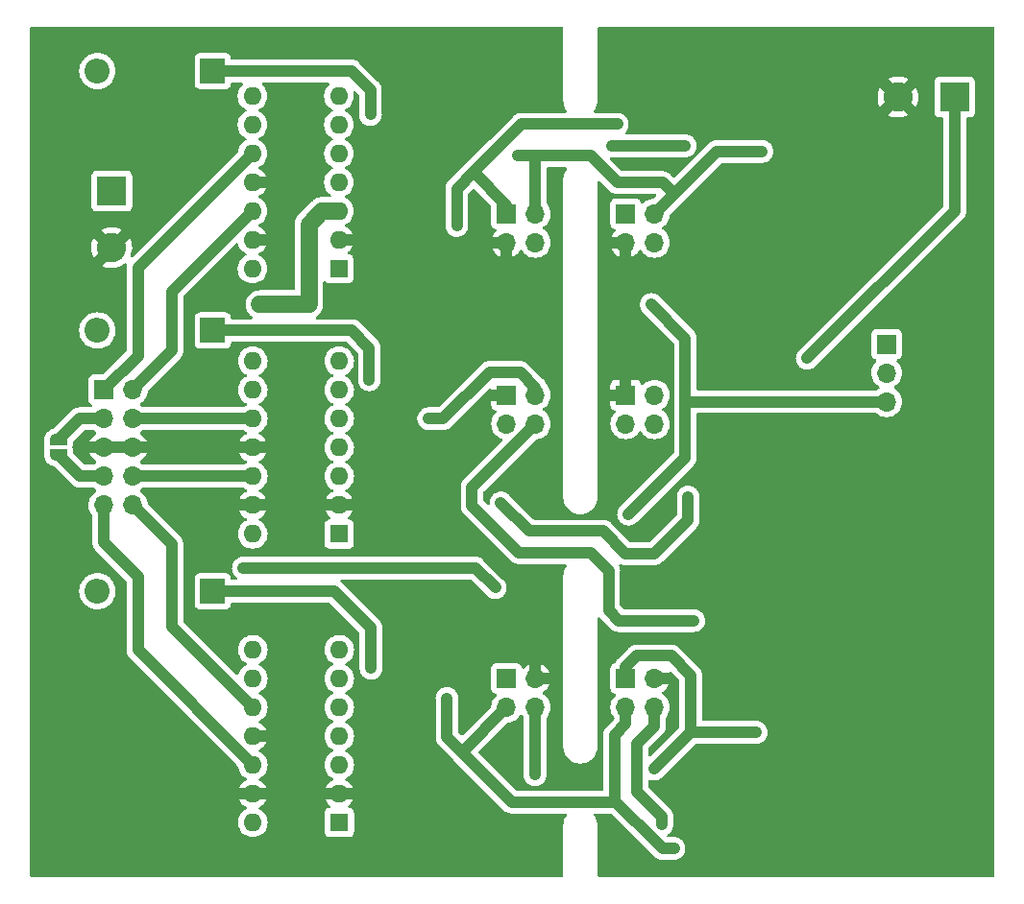
<source format=gbl>
%TF.GenerationSoftware,KiCad,Pcbnew,6.0.10-86aedd382b~118~ubuntu20.04.1*%
%TF.CreationDate,2023-01-20T20:18:30+03:00*%
%TF.ProjectId,PMSM_driver,504d534d-5f64-4726-9976-65722e6b6963,v0.1*%
%TF.SameCoordinates,Original*%
%TF.FileFunction,Copper,L2,Bot*%
%TF.FilePolarity,Positive*%
%FSLAX46Y46*%
G04 Gerber Fmt 4.6, Leading zero omitted, Abs format (unit mm)*
G04 Created by KiCad (PCBNEW 6.0.10-86aedd382b~118~ubuntu20.04.1) date 2023-01-20 20:18:30*
%MOMM*%
%LPD*%
G01*
G04 APERTURE LIST*
G04 Aperture macros list*
%AMFreePoly0*
4,1,22,0.500000,-0.750000,0.000000,-0.750000,0.000000,-0.745033,-0.079941,-0.743568,-0.215256,-0.701293,-0.333266,-0.622738,-0.424486,-0.514219,-0.481581,-0.384460,-0.499164,-0.250000,-0.500000,-0.250000,-0.500000,0.250000,-0.499164,0.250000,-0.499963,0.256109,-0.478152,0.396186,-0.417904,0.524511,-0.324060,0.630769,-0.204165,0.706417,-0.067858,0.745374,0.000000,0.744959,0.000000,0.750000,
0.500000,0.750000,0.500000,-0.750000,0.500000,-0.750000,$1*%
%AMFreePoly1*
4,1,20,0.000000,0.744959,0.073905,0.744508,0.209726,0.703889,0.328688,0.626782,0.421226,0.519385,0.479903,0.390333,0.500000,0.250000,0.500000,-0.250000,0.499851,-0.262216,0.476331,-0.402017,0.414519,-0.529596,0.319384,-0.634700,0.198574,-0.708877,0.061801,-0.746166,0.000000,-0.745033,0.000000,-0.750000,-0.500000,-0.750000,-0.500000,0.750000,0.000000,0.750000,0.000000,0.744959,
0.000000,0.744959,$1*%
G04 Aperture macros list end*
%TA.AperFunction,ComponentPad*%
%ADD10R,2.200000X2.200000*%
%TD*%
%TA.AperFunction,ComponentPad*%
%ADD11O,2.200000X2.200000*%
%TD*%
%TA.AperFunction,ComponentPad*%
%ADD12R,1.700000X1.700000*%
%TD*%
%TA.AperFunction,ComponentPad*%
%ADD13O,1.700000X1.700000*%
%TD*%
%TA.AperFunction,ComponentPad*%
%ADD14R,2.600000X2.600000*%
%TD*%
%TA.AperFunction,ComponentPad*%
%ADD15C,2.600000*%
%TD*%
%TA.AperFunction,ComponentPad*%
%ADD16R,1.600000X1.600000*%
%TD*%
%TA.AperFunction,ComponentPad*%
%ADD17O,1.600000X1.600000*%
%TD*%
%TA.AperFunction,SMDPad,CuDef*%
%ADD18FreePoly0,270.000000*%
%TD*%
%TA.AperFunction,SMDPad,CuDef*%
%ADD19FreePoly1,270.000000*%
%TD*%
%TA.AperFunction,ViaPad*%
%ADD20C,1.000000*%
%TD*%
%TA.AperFunction,ViaPad*%
%ADD21C,1.500000*%
%TD*%
%TA.AperFunction,Conductor*%
%ADD22C,1.500000*%
%TD*%
%TA.AperFunction,Conductor*%
%ADD23C,1.000000*%
%TD*%
G04 APERTURE END LIST*
D10*
%TO.P,D2,1,K*%
%TO.N,Net-(C6-Pad1)*%
X114600000Y-78300000D03*
D11*
%TO.P,D2,2,A*%
%TO.N,Net-(D2-Pad2)*%
X104440000Y-78300000D03*
%TD*%
D12*
%TO.P,J1,1*%
%TO.N,/CUR_OUT_1*%
X174000000Y-79500000D03*
D13*
%TO.P,J1,2*%
%TO.N,/CUR_OUT_2*%
X174000000Y-82040000D03*
%TO.P,J1,3*%
%TO.N,+3.3V*%
X174000000Y-84580000D03*
%TD*%
D12*
%TO.P,J10,1,Pin_1*%
%TO.N,GND*%
X151000000Y-84000000D03*
D13*
%TO.P,J10,2,Pin_2*%
%TO.N,/Q3_Q4*%
X153540000Y-84000000D03*
%TO.P,J10,3,Pin_3*%
%TO.N,/Q3_G*%
X151000000Y-86540000D03*
%TO.P,J10,4,Pin_4*%
%TO.N,/Q4_G*%
X153540000Y-86540000D03*
%TD*%
D14*
%TO.P,J2,1,Pin_1*%
%TO.N,+VDC*%
X180000000Y-57695000D03*
D15*
%TO.P,J2,2,Pin_2*%
%TO.N,GND*%
X175000000Y-57695000D03*
%TD*%
D10*
%TO.P,D1,1,K*%
%TO.N,Net-(C4-Pad1)*%
X114600000Y-55400000D03*
D11*
%TO.P,D1,2,A*%
%TO.N,Net-(D1-Pad2)*%
X104440000Y-55400000D03*
%TD*%
D14*
%TO.P,J6,1,Pin_1*%
%TO.N,VCC*%
X105695000Y-66000000D03*
D15*
%TO.P,J6,2,Pin_2*%
%TO.N,GND*%
X105695000Y-71000000D03*
%TD*%
D16*
%TO.P,U1,1,LO*%
%TO.N,Net-(D5-PadK)*%
X125720000Y-72840000D03*
D17*
%TO.P,U1,2,COM*%
%TO.N,GND*%
X125720000Y-70300000D03*
%TO.P,U1,3,VCC*%
%TO.N,VCC*%
X125720000Y-67760000D03*
%TO.P,U1,4,NC*%
%TO.N,unconnected-(U1-Pad4)*%
X125720000Y-65220000D03*
%TO.P,U1,5,VS*%
%TO.N,/Q1_Q2*%
X125720000Y-62680000D03*
%TO.P,U1,6,VB*%
%TO.N,Net-(C4-Pad1)*%
X125720000Y-60140000D03*
%TO.P,U1,7,HO*%
%TO.N,Net-(D4-PadK)*%
X125720000Y-57600000D03*
%TO.P,U1,8,NC*%
%TO.N,unconnected-(U1-Pad8)*%
X118100000Y-57600000D03*
%TO.P,U1,9,VDD*%
%TO.N,VDD*%
X118100000Y-60140000D03*
%TO.P,U1,10,HIN*%
%TO.N,/H1*%
X118100000Y-62680000D03*
%TO.P,U1,11,SD*%
%TO.N,GND*%
X118100000Y-65220000D03*
%TO.P,U1,12,LIN*%
%TO.N,/L1*%
X118100000Y-67760000D03*
%TO.P,U1,13,VSS*%
%TO.N,GND*%
X118100000Y-70300000D03*
%TO.P,U1,14,NC*%
%TO.N,unconnected-(U1-Pad14)*%
X118100000Y-72840000D03*
%TD*%
D12*
%TO.P,J12,1,Pin_1*%
%TO.N,PHASE_3*%
X140500000Y-109000000D03*
D13*
%TO.P,J12,2,Pin_2*%
%TO.N,GND*%
X143040000Y-109000000D03*
%TO.P,J12,3,Pin_3*%
%TO.N,/Q5_G*%
X140500000Y-111540000D03*
%TO.P,J12,4,Pin_4*%
%TO.N,/Q6_G*%
X143040000Y-111540000D03*
%TD*%
D12*
%TO.P,J8,1,Pin_1*%
%TO.N,/Q2_G*%
X140500000Y-68000000D03*
D13*
%TO.P,J8,2,Pin_2*%
%TO.N,/Q1_G*%
X143040000Y-68000000D03*
%TO.P,J8,3,Pin_3*%
%TO.N,GND*%
X140500000Y-70540000D03*
%TO.P,J8,4,Pin_4*%
%TO.N,/Q1_Q2*%
X143040000Y-70540000D03*
%TD*%
D12*
%TO.P,J11,1,Pin_1*%
%TO.N,GND*%
X140500000Y-84000000D03*
D13*
%TO.P,J11,2,Pin_2*%
%TO.N,/Q3_Q4*%
X143040000Y-84000000D03*
%TO.P,J11,3,Pin_3*%
%TO.N,/Q3_G*%
X140500000Y-86540000D03*
%TO.P,J11,4,Pin_4*%
%TO.N,/Q4_G*%
X143040000Y-86540000D03*
%TD*%
D16*
%TO.P,U3,1,LO*%
%TO.N,Net-(D9-PadK)*%
X125750000Y-121700000D03*
D17*
%TO.P,U3,2,COM*%
%TO.N,GND*%
X125750000Y-119160000D03*
%TO.P,U3,3,VCC*%
%TO.N,VCC*%
X125750000Y-116620000D03*
%TO.P,U3,4,NC*%
%TO.N,unconnected-(U3-Pad4)*%
X125750000Y-114080000D03*
%TO.P,U3,5,VS*%
%TO.N,PHASE_3*%
X125750000Y-111540000D03*
%TO.P,U3,6,VB*%
%TO.N,Net-(C8-Pad1)*%
X125750000Y-109000000D03*
%TO.P,U3,7,HO*%
%TO.N,Net-(D8-PadK)*%
X125750000Y-106460000D03*
%TO.P,U3,8,NC*%
%TO.N,unconnected-(U3-Pad8)*%
X118130000Y-106460000D03*
%TO.P,U3,9,VDD*%
%TO.N,VDD*%
X118130000Y-109000000D03*
%TO.P,U3,10,HIN*%
%TO.N,/H3*%
X118130000Y-111540000D03*
%TO.P,U3,11,SD*%
%TO.N,GND*%
X118130000Y-114080000D03*
%TO.P,U3,12,LIN*%
%TO.N,/L3*%
X118130000Y-116620000D03*
%TO.P,U3,13,VSS*%
%TO.N,GND*%
X118130000Y-119160000D03*
%TO.P,U3,14,NC*%
%TO.N,unconnected-(U3-Pad14)*%
X118130000Y-121700000D03*
%TD*%
D12*
%TO.P,J13,1,Pin_1*%
%TO.N,PHASE_3*%
X151000000Y-109000000D03*
D13*
%TO.P,J13,2,Pin_2*%
%TO.N,GND*%
X153540000Y-109000000D03*
%TO.P,J13,3,Pin_3*%
%TO.N,/Q5_G*%
X151000000Y-111540000D03*
%TO.P,J13,4,Pin_4*%
%TO.N,/Q6_G*%
X153540000Y-111540000D03*
%TD*%
D12*
%TO.P,J7,1*%
%TO.N,/H1*%
X105000000Y-83540000D03*
D13*
%TO.P,J7,2*%
%TO.N,/L1*%
X107540000Y-83540000D03*
%TO.P,J7,3*%
%TO.N,VDD*%
X105000000Y-86080000D03*
%TO.P,J7,4*%
%TO.N,/H2*%
X107540000Y-86080000D03*
%TO.P,J7,5*%
%TO.N,GND*%
X105000000Y-88620000D03*
%TO.P,J7,6*%
X107540000Y-88620000D03*
%TO.P,J7,7*%
%TO.N,+3.3V*%
X105000000Y-91160000D03*
%TO.P,J7,8*%
%TO.N,/L2*%
X107540000Y-91160000D03*
%TO.P,J7,9*%
%TO.N,/L3*%
X105000000Y-93700000D03*
%TO.P,J7,10*%
%TO.N,/H3*%
X107540000Y-93700000D03*
%TD*%
D16*
%TO.P,U2,1,LO*%
%TO.N,Net-(D7-PadK)*%
X125745400Y-96240000D03*
D17*
%TO.P,U2,2,COM*%
%TO.N,GND*%
X125745400Y-93700000D03*
%TO.P,U2,3,VCC*%
%TO.N,VCC*%
X125745400Y-91160000D03*
%TO.P,U2,4,NC*%
%TO.N,unconnected-(U2-Pad4)*%
X125745400Y-88620000D03*
%TO.P,U2,5,VS*%
%TO.N,/Q3_Q4*%
X125745400Y-86080000D03*
%TO.P,U2,6,VB*%
%TO.N,Net-(C6-Pad1)*%
X125745400Y-83540000D03*
%TO.P,U2,7,HO*%
%TO.N,Net-(D6-PadK)*%
X125745400Y-81000000D03*
%TO.P,U2,8,NC*%
%TO.N,unconnected-(U2-Pad8)*%
X118125400Y-81000000D03*
%TO.P,U2,9,VDD*%
%TO.N,VDD*%
X118125400Y-83540000D03*
%TO.P,U2,10,HIN*%
%TO.N,/H2*%
X118125400Y-86080000D03*
%TO.P,U2,11,SD*%
%TO.N,GND*%
X118125400Y-88620000D03*
%TO.P,U2,12,LIN*%
%TO.N,/L2*%
X118125400Y-91160000D03*
%TO.P,U2,13,VSS*%
%TO.N,GND*%
X118125400Y-93700000D03*
%TO.P,U2,14,NC*%
%TO.N,unconnected-(U2-Pad14)*%
X118125400Y-96240000D03*
%TD*%
D10*
%TO.P,D3,1,K*%
%TO.N,Net-(C8-Pad1)*%
X114600000Y-101300000D03*
D11*
%TO.P,D3,2,A*%
%TO.N,Net-(D3-Pad2)*%
X104440000Y-101300000D03*
%TD*%
D12*
%TO.P,J9,1,Pin_1*%
%TO.N,/Q2_G*%
X151000000Y-68000000D03*
D13*
%TO.P,J9,2,Pin_2*%
%TO.N,/Q1_G*%
X153540000Y-68000000D03*
%TO.P,J9,3,Pin_3*%
%TO.N,GND*%
X151000000Y-70540000D03*
%TO.P,J9,4,Pin_4*%
%TO.N,/Q1_Q2*%
X153540000Y-70540000D03*
%TD*%
D18*
%TO.P,JP1,1,A*%
%TO.N,VDD*%
X101000000Y-87950000D03*
D19*
%TO.P,JP1,2,B*%
%TO.N,+3.3V*%
X101000000Y-89250000D03*
%TD*%
D20*
%TO.N,GND*%
X151000000Y-105600000D03*
X161100000Y-74400000D03*
X156700000Y-116850000D03*
X156700000Y-100200000D03*
X150700000Y-57550000D03*
X125750000Y-75750000D03*
X158950000Y-115875000D03*
X150700000Y-56200000D03*
X120850000Y-83550000D03*
X159000000Y-97900000D03*
X175550000Y-107700000D03*
X131425000Y-117275000D03*
X150000000Y-124000000D03*
X160350000Y-97900000D03*
X156700000Y-101550000D03*
X156700000Y-98850000D03*
X110300000Y-87650000D03*
X138100000Y-121800000D03*
X111950000Y-62750000D03*
X113400000Y-115200000D03*
X121925000Y-119150000D03*
X157650000Y-115875000D03*
X164200000Y-71300000D03*
X156425000Y-72250000D03*
X121875000Y-91925000D03*
X123400000Y-65200000D03*
X150700000Y-54850000D03*
X156700000Y-118200000D03*
X143000000Y-80250000D03*
X159650000Y-76550000D03*
X153050000Y-53900000D03*
X156700000Y-119550000D03*
X165800000Y-71700000D03*
X137000000Y-74750000D03*
X166500000Y-87050000D03*
X120400000Y-114075000D03*
X157650000Y-97900000D03*
X137100000Y-59025000D03*
X143500000Y-91000000D03*
X176800000Y-75950000D03*
X151650000Y-53900000D03*
%TO.N,Net-(C4-Pad1)*%
X128500000Y-59250000D03*
%TO.N,/Q1_Q2*%
X156250000Y-62000000D03*
X149750000Y-62000000D03*
D21*
%TO.N,VCC*%
X123075000Y-76000000D03*
X118750000Y-76000000D03*
D20*
%TO.N,Net-(C6-Pad1)*%
X128400000Y-82650000D03*
%TO.N,/Q3_Q4*%
X133630000Y-86080000D03*
X156500000Y-93000000D03*
X140000000Y-93500000D03*
%TO.N,Net-(C8-Pad1)*%
X128550000Y-108100000D03*
%TO.N,PHASE_3*%
X162500000Y-113750000D03*
X153500000Y-117000000D03*
%TO.N,+3.3V*%
X117300000Y-99250000D03*
X151250000Y-94500000D03*
X153250000Y-76000000D03*
X139500000Y-101000000D03*
%TO.N,+VDC*%
X167000000Y-80750000D03*
%TO.N,/Q2_G*%
X150250000Y-60100000D03*
X136110000Y-69040000D03*
%TO.N,/Q1_G*%
X163000000Y-62500000D03*
X141500000Y-62900000D03*
%TO.N,/Q4_G*%
X137450000Y-93750000D03*
X157000000Y-103900000D03*
%TO.N,/Q6_G*%
X154175000Y-121905000D03*
X143000000Y-117500000D03*
%TO.N,/Q5_G*%
X155250000Y-124000000D03*
X135250000Y-110750000D03*
%TD*%
D22*
%TO.N,VCC*%
X118750000Y-76000000D02*
X123075000Y-76000000D01*
X123075000Y-76000000D02*
X123075000Y-68919415D01*
X123075000Y-68919415D02*
X124234415Y-67760000D01*
X124234415Y-67760000D02*
X125720000Y-67760000D01*
D23*
%TO.N,VDD*%
X105000000Y-86080000D02*
X102870000Y-86080000D01*
X102870000Y-86080000D02*
X101000000Y-87950000D01*
%TO.N,Net-(C4-Pad1)*%
X126825000Y-55400000D02*
X128500000Y-57075000D01*
X128500000Y-57075000D02*
X128500000Y-59250000D01*
X114600000Y-55400000D02*
X126825000Y-55400000D01*
%TO.N,/Q1_Q2*%
X149750000Y-62000000D02*
X156250000Y-62000000D01*
%TO.N,Net-(C6-Pad1)*%
X126850000Y-78300000D02*
X128400000Y-79850000D01*
X114600000Y-78300000D02*
X126850000Y-78300000D01*
X128400000Y-79850000D02*
X128400000Y-82650000D01*
%TO.N,/Q3_Q4*%
X141700000Y-82000000D02*
X139000000Y-82000000D01*
X134920000Y-86080000D02*
X133630000Y-86080000D01*
X151000000Y-98000000D02*
X153500000Y-98000000D01*
X153500000Y-98000000D02*
X156500000Y-95000000D01*
X142500000Y-96000000D02*
X149000000Y-96000000D01*
X149000000Y-96000000D02*
X151000000Y-98000000D01*
X139000000Y-82000000D02*
X134920000Y-86080000D01*
X143040000Y-84000000D02*
X143040000Y-83340000D01*
X156500000Y-95000000D02*
X156500000Y-93000000D01*
X143040000Y-83340000D02*
X141700000Y-82000000D01*
X140000000Y-93500000D02*
X142500000Y-96000000D01*
%TO.N,Net-(C8-Pad1)*%
X128550000Y-104550000D02*
X128550000Y-108100000D01*
X114600000Y-101300000D02*
X125300000Y-101300000D01*
X125300000Y-101300000D02*
X128550000Y-104550000D01*
%TO.N,PHASE_3*%
X151000000Y-108000000D02*
X151000000Y-109000000D01*
X153500000Y-117000000D02*
X156750000Y-113750000D01*
X156750000Y-113750000D02*
X156750000Y-108750000D01*
X152000000Y-107000000D02*
X151000000Y-108000000D01*
X156750000Y-108750000D02*
X155000000Y-107000000D01*
X155000000Y-107000000D02*
X152000000Y-107000000D01*
X156750000Y-113750000D02*
X162500000Y-113750000D01*
%TO.N,/L1*%
X111000000Y-74860000D02*
X118100000Y-67760000D01*
X107540000Y-83540000D02*
X111000000Y-80080000D01*
X111000000Y-80080000D02*
X111000000Y-74860000D01*
%TO.N,/H1*%
X108000000Y-80540000D02*
X108000000Y-72780000D01*
X105000000Y-83540000D02*
X108000000Y-80540000D01*
X108000000Y-72780000D02*
X118100000Y-62680000D01*
%TO.N,/L2*%
X107540000Y-91160000D02*
X118125400Y-91160000D01*
%TO.N,/H2*%
X107540000Y-86080000D02*
X118125400Y-86080000D01*
%TO.N,/L3*%
X108000000Y-106490000D02*
X118130000Y-116620000D01*
X108000000Y-100000000D02*
X108000000Y-106490000D01*
X105000000Y-93700000D02*
X105000000Y-97000000D01*
X105000000Y-97000000D02*
X108000000Y-100000000D01*
%TO.N,/H3*%
X107540000Y-93700000D02*
X111000000Y-97160000D01*
X111000000Y-104410000D02*
X118130000Y-111540000D01*
X111000000Y-97160000D02*
X111000000Y-104410000D01*
%TO.N,+3.3V*%
X174000000Y-84580000D02*
X156420000Y-84580000D01*
X156250000Y-79000000D02*
X153250000Y-76000000D01*
X105000000Y-91160000D02*
X102910000Y-91160000D01*
X117300000Y-99250000D02*
X137750000Y-99250000D01*
X156250000Y-89500000D02*
X156250000Y-84750000D01*
X156420000Y-84580000D02*
X156250000Y-84750000D01*
X151250000Y-94500000D02*
X156250000Y-89500000D01*
X156250000Y-84750000D02*
X156250000Y-79000000D01*
X137750000Y-99250000D02*
X139500000Y-101000000D01*
X102910000Y-91160000D02*
X101000000Y-89250000D01*
%TO.N,+VDC*%
X167000000Y-80750000D02*
X180000000Y-67750000D01*
X180000000Y-67750000D02*
X180000000Y-57695000D01*
%TO.N,/Q2_G*%
X137580000Y-64330000D02*
X141810000Y-60100000D01*
X140500000Y-67250000D02*
X140500000Y-68000000D01*
X150250000Y-60100000D02*
X141810000Y-60100000D01*
X136110000Y-65800000D02*
X137580000Y-64330000D01*
X137580000Y-64330000D02*
X140500000Y-67250000D01*
X136110000Y-69040000D02*
X136110000Y-65800000D01*
%TO.N,/Q1_G*%
X155270000Y-66270000D02*
X153540000Y-68000000D01*
X150250000Y-65250000D02*
X154250000Y-65250000D01*
X154250000Y-65250000D02*
X155270000Y-66270000D01*
X143040000Y-63060000D02*
X143200000Y-62900000D01*
X147900000Y-62900000D02*
X150250000Y-65250000D01*
X141500000Y-62900000D02*
X143200000Y-62900000D01*
X143200000Y-62900000D02*
X147900000Y-62900000D01*
X156270000Y-65270000D02*
X155270000Y-66270000D01*
X143040000Y-68000000D02*
X143040000Y-63060000D01*
X159040000Y-62500000D02*
X156270000Y-65270000D01*
X163000000Y-62500000D02*
X159040000Y-62500000D01*
%TO.N,/Q4_G*%
X147900000Y-97900000D02*
X141600000Y-97900000D01*
X141600000Y-97900000D02*
X137450000Y-93750000D01*
X149500000Y-103000000D02*
X149500000Y-99500000D01*
X149500000Y-99500000D02*
X147900000Y-97900000D01*
X137450000Y-92130000D02*
X137450000Y-93750000D01*
X143040000Y-86540000D02*
X137450000Y-92130000D01*
X150400000Y-103900000D02*
X149500000Y-103000000D01*
X157000000Y-103900000D02*
X150400000Y-103900000D01*
%TO.N,/Q6_G*%
X152000000Y-114750000D02*
X153540000Y-113210000D01*
X154175000Y-121905000D02*
X154175000Y-121175000D01*
X154175000Y-121175000D02*
X152000000Y-119000000D01*
X143000000Y-117500000D02*
X143000000Y-111580000D01*
X153540000Y-113210000D02*
X153540000Y-111540000D01*
X152000000Y-119000000D02*
X152000000Y-114750000D01*
X143000000Y-111580000D02*
X143040000Y-111540000D01*
%TO.N,/Q5_G*%
X155250000Y-124000000D02*
X154250000Y-124000000D01*
X150000000Y-119750000D02*
X149850000Y-119900000D01*
X150000000Y-119750000D02*
X150247407Y-119997407D01*
X151000000Y-111540000D02*
X151000000Y-113000000D01*
X150000000Y-114000000D02*
X150000000Y-119750000D01*
X153750000Y-123500000D02*
X150247407Y-119997407D01*
X135250000Y-110750000D02*
X135250000Y-114210000D01*
X149850000Y-119900000D02*
X140940000Y-119900000D01*
X140940000Y-119900000D02*
X136540000Y-115500000D01*
X151000000Y-113000000D02*
X150000000Y-114000000D01*
X154250000Y-124000000D02*
X153750000Y-123500000D01*
X135250000Y-114210000D02*
X136540000Y-115500000D01*
X140500000Y-111540000D02*
X136540000Y-115500000D01*
%TD*%
%TA.AperFunction,Conductor*%
%TO.N,GND*%
G36*
X145441621Y-51520502D02*
G01*
X145488114Y-51574158D01*
X145499500Y-51626500D01*
X145499500Y-57951259D01*
X145498000Y-57970643D01*
X145494391Y-57993823D01*
X145495199Y-58000000D01*
X145494860Y-58000000D01*
X145513391Y-58235456D01*
X145514545Y-58240263D01*
X145514546Y-58240269D01*
X145530774Y-58307861D01*
X145568527Y-58465114D01*
X145570420Y-58469685D01*
X145570421Y-58469687D01*
X145624418Y-58600047D01*
X145658910Y-58683319D01*
X145782316Y-58884699D01*
X145788270Y-58891670D01*
X145817301Y-58956457D01*
X145806697Y-59026657D01*
X145759823Y-59079980D01*
X145692459Y-59099500D01*
X141826148Y-59099500D01*
X141822630Y-59099451D01*
X141742729Y-59097219D01*
X141742726Y-59097219D01*
X141736347Y-59097041D01*
X141730057Y-59098150D01*
X141730058Y-59098150D01*
X141676944Y-59107515D01*
X141667798Y-59108784D01*
X141614130Y-59114235D01*
X141614126Y-59114236D01*
X141607784Y-59114880D01*
X141580317Y-59123488D01*
X141564518Y-59127339D01*
X141536178Y-59132336D01*
X141530245Y-59134685D01*
X141480099Y-59154539D01*
X141471396Y-59157621D01*
X141419919Y-59173753D01*
X141419917Y-59173754D01*
X141413828Y-59175662D01*
X141408249Y-59178754D01*
X141408243Y-59178757D01*
X141388648Y-59189619D01*
X141373956Y-59196564D01*
X141347195Y-59207160D01*
X141341857Y-59210653D01*
X141296728Y-59240184D01*
X141288823Y-59244952D01*
X141241644Y-59271104D01*
X141241634Y-59271111D01*
X141236056Y-59274203D01*
X141214196Y-59292939D01*
X141201204Y-59302694D01*
X141177117Y-59318456D01*
X141172162Y-59322917D01*
X141133250Y-59361829D01*
X141126152Y-59368402D01*
X141081729Y-59406477D01*
X141077822Y-59411514D01*
X141077820Y-59411516D01*
X141062818Y-59430857D01*
X141052353Y-59442726D01*
X138996931Y-61498149D01*
X136942172Y-63552908D01*
X136942162Y-63552917D01*
X136893558Y-63601521D01*
X136888774Y-63606062D01*
X136835003Y-63654478D01*
X136824909Y-63668170D01*
X136812594Y-63682485D01*
X135413986Y-65081094D01*
X135411464Y-65083547D01*
X135361797Y-65130515D01*
X135348720Y-65142881D01*
X135342693Y-65151489D01*
X135314120Y-65192295D01*
X135308550Y-65199660D01*
X135287496Y-65225475D01*
X135270427Y-65246403D01*
X135267472Y-65252055D01*
X135267469Y-65252060D01*
X135257092Y-65271910D01*
X135248643Y-65285807D01*
X135232137Y-65309379D01*
X135229605Y-65315230D01*
X135229599Y-65315241D01*
X135208181Y-65364736D01*
X135204205Y-65373072D01*
X135179215Y-65420872D01*
X135179212Y-65420880D01*
X135176258Y-65426530D01*
X135174500Y-65432661D01*
X135168323Y-65454203D01*
X135162844Y-65469506D01*
X135151414Y-65495919D01*
X135150110Y-65502163D01*
X135150108Y-65502168D01*
X135142789Y-65537205D01*
X135140442Y-65548442D01*
X135139080Y-65554960D01*
X135136864Y-65563917D01*
X135120234Y-65621913D01*
X135119745Y-65628273D01*
X135118026Y-65650610D01*
X135115735Y-65666705D01*
X135109849Y-65694880D01*
X135109500Y-65701539D01*
X135109500Y-65756565D01*
X135109129Y-65766232D01*
X135106142Y-65805055D01*
X135104640Y-65824571D01*
X135105440Y-65830903D01*
X135108506Y-65855173D01*
X135109500Y-65870965D01*
X135109500Y-68976631D01*
X135108715Y-68990676D01*
X135105444Y-69019838D01*
X135104757Y-69025963D01*
X135107193Y-69054974D01*
X135109058Y-69077183D01*
X135109470Y-69087013D01*
X135109500Y-69087605D01*
X135109500Y-69090800D01*
X135110769Y-69103289D01*
X135113436Y-69129550D01*
X135113638Y-69131725D01*
X135115160Y-69149857D01*
X135120457Y-69212928D01*
X135121175Y-69221483D01*
X135122873Y-69227405D01*
X135123084Y-69228554D01*
X135123875Y-69234113D01*
X135124235Y-69235867D01*
X135124880Y-69242216D01*
X135150795Y-69324910D01*
X135151651Y-69327763D01*
X135175258Y-69410091D01*
X135178073Y-69415569D01*
X135180342Y-69421300D01*
X135180057Y-69421413D01*
X135181213Y-69424231D01*
X135181241Y-69424219D01*
X135183752Y-69430079D01*
X135185662Y-69436172D01*
X135188755Y-69441752D01*
X135188756Y-69441754D01*
X135225882Y-69508730D01*
X135227747Y-69512223D01*
X135239888Y-69535846D01*
X135264944Y-69584601D01*
X135268770Y-69589428D01*
X135270173Y-69591605D01*
X135279928Y-69606232D01*
X135281106Y-69608358D01*
X135281109Y-69608363D01*
X135284203Y-69613944D01*
X135288355Y-69618789D01*
X135288357Y-69618791D01*
X135292971Y-69624174D01*
X135335751Y-69674085D01*
X135338816Y-69677805D01*
X135382985Y-69733534D01*
X135382990Y-69733539D01*
X135386818Y-69738369D01*
X135391512Y-69742364D01*
X135391514Y-69742366D01*
X135394159Y-69744617D01*
X135408167Y-69758576D01*
X135416477Y-69768271D01*
X135476062Y-69814490D01*
X135480453Y-69818059D01*
X135512135Y-69845022D01*
X135531548Y-69861544D01*
X135531551Y-69861546D01*
X135536238Y-69865535D01*
X135548121Y-69872176D01*
X135563871Y-69882602D01*
X135571910Y-69888837D01*
X135577081Y-69892848D01*
X135582802Y-69895663D01*
X135582805Y-69895665D01*
X135641269Y-69924433D01*
X135647107Y-69927498D01*
X135680364Y-69946084D01*
X135707513Y-69961257D01*
X135713371Y-69963160D01*
X135713375Y-69963162D01*
X135724224Y-69966687D01*
X135740919Y-69973466D01*
X135759455Y-69982587D01*
X135765632Y-69984196D01*
X135824937Y-69999644D01*
X135832111Y-70001742D01*
X135888257Y-70019985D01*
X135888260Y-70019986D01*
X135894118Y-70021889D01*
X135900237Y-70022619D01*
X135900243Y-70022620D01*
X135915510Y-70024441D01*
X135932336Y-70027620D01*
X135956148Y-70033822D01*
X136006829Y-70036478D01*
X136019836Y-70037160D01*
X136028159Y-70037873D01*
X136045998Y-70040000D01*
X136088946Y-70045121D01*
X136095080Y-70044649D01*
X136095083Y-70044649D01*
X136114377Y-70043164D01*
X136130640Y-70042966D01*
X136152745Y-70044125D01*
X136152750Y-70044125D01*
X136159126Y-70044459D01*
X136218331Y-70035505D01*
X136227503Y-70034459D01*
X136235785Y-70033822D01*
X136278435Y-70030541D01*
X136278440Y-70030540D01*
X136284576Y-70030068D01*
X136312960Y-70022143D01*
X136327995Y-70018920D01*
X136331681Y-70018362D01*
X136360097Y-70014065D01*
X136366085Y-70011862D01*
X136366092Y-70011860D01*
X136412650Y-69994730D01*
X136422272Y-69991622D01*
X136432770Y-69988691D01*
X136473556Y-69977303D01*
X136479054Y-69974526D01*
X136479061Y-69974523D01*
X136503391Y-69962233D01*
X136516691Y-69956450D01*
X136550852Y-69943881D01*
X136595132Y-69916427D01*
X136604691Y-69911062D01*
X136648689Y-69888837D01*
X136678152Y-69865818D01*
X136689318Y-69858029D01*
X136723599Y-69836774D01*
X136728233Y-69832392D01*
X136728238Y-69832388D01*
X136758608Y-69803669D01*
X136767599Y-69795935D01*
X136803303Y-69768040D01*
X136830321Y-69736740D01*
X136839115Y-69727537D01*
X136871280Y-69697119D01*
X136874939Y-69691894D01*
X136874943Y-69691889D01*
X136896667Y-69660865D01*
X136904494Y-69650810D01*
X136927484Y-69624174D01*
X136931509Y-69619511D01*
X136953891Y-69580112D01*
X136960229Y-69570086D01*
X136984204Y-69535846D01*
X136987863Y-69530621D01*
X137003879Y-69493610D01*
X137009960Y-69481413D01*
X137025379Y-69454272D01*
X137025381Y-69454267D01*
X137028425Y-69448909D01*
X137043981Y-69402145D01*
X137047901Y-69391882D01*
X137055979Y-69373214D01*
X137068586Y-69344081D01*
X137069890Y-69337838D01*
X137069893Y-69337829D01*
X137076031Y-69308447D01*
X137079810Y-69294441D01*
X137088413Y-69268581D01*
X137088415Y-69268574D01*
X137090358Y-69262732D01*
X137097032Y-69209903D01*
X137098701Y-69199930D01*
X137105624Y-69166788D01*
X137110151Y-69145120D01*
X137110500Y-69138461D01*
X137110500Y-69111213D01*
X137111492Y-69095435D01*
X137114949Y-69068071D01*
X137115341Y-69040000D01*
X137111101Y-68996758D01*
X137110500Y-68984462D01*
X137110500Y-66266611D01*
X137130502Y-66198490D01*
X137147405Y-66177516D01*
X137490905Y-65834016D01*
X137553217Y-65799990D01*
X137624032Y-65805055D01*
X137669095Y-65834016D01*
X139112595Y-67277516D01*
X139146621Y-67339828D01*
X139149500Y-67366611D01*
X139149501Y-68156159D01*
X139149501Y-68897376D01*
X139149870Y-68900770D01*
X139149870Y-68900776D01*
X139153538Y-68934539D01*
X139156149Y-68958580D01*
X139206474Y-69092824D01*
X139211854Y-69100003D01*
X139211856Y-69100006D01*
X139274639Y-69183776D01*
X139292454Y-69207546D01*
X139299635Y-69212928D01*
X139399994Y-69288144D01*
X139399997Y-69288146D01*
X139407176Y-69293526D01*
X139415580Y-69296676D01*
X139415581Y-69296677D01*
X139445658Y-69307952D01*
X139536764Y-69342105D01*
X139593528Y-69384746D01*
X139618229Y-69451307D01*
X139603022Y-69520656D01*
X139581630Y-69549182D01*
X139465787Y-69665025D01*
X139458731Y-69673433D01*
X139329557Y-69857913D01*
X139324074Y-69867409D01*
X139251249Y-70023583D01*
X139249132Y-70037523D01*
X139252920Y-70040000D01*
X140874000Y-70040000D01*
X140942121Y-70060002D01*
X140988614Y-70113658D01*
X141000000Y-70166000D01*
X141000000Y-71778292D01*
X141003973Y-71791823D01*
X141008450Y-71792466D01*
X141172592Y-71715926D01*
X141182087Y-71710443D01*
X141366567Y-71581269D01*
X141374975Y-71574213D01*
X141534213Y-71414975D01*
X141541269Y-71406567D01*
X141666482Y-71227744D01*
X141721939Y-71183416D01*
X141792558Y-71176107D01*
X141855919Y-71208138D01*
X141872906Y-71227741D01*
X142001505Y-71411401D01*
X142168599Y-71578495D01*
X142173107Y-71581652D01*
X142173110Y-71581654D01*
X142352274Y-71707106D01*
X142362170Y-71714035D01*
X142367152Y-71716358D01*
X142367157Y-71716361D01*
X142558488Y-71805580D01*
X142576337Y-71813903D01*
X142581645Y-71815325D01*
X142581647Y-71815326D01*
X142760945Y-71863368D01*
X142804592Y-71875063D01*
X143040000Y-71895659D01*
X143275408Y-71875063D01*
X143319055Y-71863368D01*
X143498353Y-71815326D01*
X143498355Y-71815325D01*
X143503663Y-71813903D01*
X143521512Y-71805580D01*
X143712843Y-71716361D01*
X143712848Y-71716358D01*
X143717830Y-71714035D01*
X143727726Y-71707106D01*
X143906890Y-71581654D01*
X143906893Y-71581652D01*
X143911401Y-71578495D01*
X144078495Y-71411401D01*
X144214035Y-71217829D01*
X144233491Y-71176107D01*
X144311580Y-71008645D01*
X144311581Y-71008643D01*
X144313903Y-71003663D01*
X144317452Y-70990420D01*
X144373639Y-70780723D01*
X144373639Y-70780722D01*
X144375063Y-70775408D01*
X144395659Y-70540000D01*
X144375063Y-70304592D01*
X144370536Y-70287695D01*
X144315326Y-70081647D01*
X144315325Y-70081645D01*
X144313903Y-70076337D01*
X144295804Y-70037523D01*
X144216358Y-69867152D01*
X144216356Y-69867149D01*
X144214035Y-69862171D01*
X144078495Y-69668599D01*
X143911401Y-69501505D01*
X143906893Y-69498348D01*
X143906890Y-69498346D01*
X143744652Y-69384746D01*
X143728181Y-69373213D01*
X143683853Y-69317756D01*
X143676544Y-69247137D01*
X143708575Y-69183776D01*
X143728181Y-69166787D01*
X143906890Y-69041654D01*
X143906893Y-69041652D01*
X143911401Y-69038495D01*
X144078495Y-68871401D01*
X144214035Y-68677829D01*
X144262489Y-68573921D01*
X144311580Y-68468645D01*
X144311581Y-68468643D01*
X144313903Y-68463663D01*
X144330456Y-68401888D01*
X144373639Y-68240723D01*
X144373639Y-68240722D01*
X144375063Y-68235408D01*
X144395659Y-68000000D01*
X144375063Y-67764592D01*
X144372366Y-67754525D01*
X144315326Y-67541647D01*
X144315325Y-67541645D01*
X144313903Y-67536337D01*
X144257777Y-67415975D01*
X144216358Y-67327152D01*
X144216356Y-67327149D01*
X144214035Y-67322171D01*
X144078495Y-67128599D01*
X144074599Y-67124703D01*
X144071069Y-67120496D01*
X144072788Y-67119054D01*
X144043379Y-67065197D01*
X144040500Y-67038414D01*
X144040500Y-64026500D01*
X144060502Y-63958379D01*
X144114158Y-63911886D01*
X144166500Y-63900500D01*
X145692459Y-63900500D01*
X145760580Y-63920502D01*
X145807073Y-63974158D01*
X145817177Y-64044432D01*
X145788270Y-64108330D01*
X145782316Y-64115301D01*
X145658910Y-64316681D01*
X145657017Y-64321251D01*
X145657015Y-64321255D01*
X145620079Y-64410427D01*
X145568527Y-64534886D01*
X145559496Y-64572504D01*
X145516823Y-64750250D01*
X145513391Y-64764544D01*
X145502572Y-64902012D01*
X145496697Y-64976651D01*
X145495851Y-64983880D01*
X145495914Y-64984037D01*
X145494391Y-64993823D01*
X145494987Y-64998383D01*
X145494860Y-65000000D01*
X145495199Y-65000000D01*
X145496412Y-65009277D01*
X145496412Y-65009278D01*
X145498436Y-65024755D01*
X145499500Y-65041092D01*
X145499500Y-92951259D01*
X145498000Y-92970643D01*
X145496086Y-92982939D01*
X145494391Y-92993823D01*
X145495199Y-93000000D01*
X145494860Y-93000000D01*
X145513391Y-93235456D01*
X145514545Y-93240263D01*
X145514546Y-93240269D01*
X145541659Y-93353200D01*
X145568527Y-93465114D01*
X145570420Y-93469685D01*
X145570421Y-93469687D01*
X145652439Y-93667696D01*
X145658910Y-93683319D01*
X145782316Y-93884699D01*
X145935705Y-94064295D01*
X146115301Y-94217684D01*
X146316681Y-94341090D01*
X146321251Y-94342983D01*
X146321255Y-94342985D01*
X146530313Y-94429579D01*
X146534886Y-94431473D01*
X146585145Y-94443539D01*
X146759731Y-94485454D01*
X146759737Y-94485455D01*
X146764544Y-94486609D01*
X147000000Y-94505140D01*
X147235456Y-94486609D01*
X147240263Y-94485455D01*
X147240269Y-94485454D01*
X147414855Y-94443539D01*
X147465114Y-94431473D01*
X147469687Y-94429579D01*
X147678745Y-94342985D01*
X147678749Y-94342983D01*
X147683319Y-94341090D01*
X147884699Y-94217684D01*
X148064295Y-94064295D01*
X148217684Y-93884699D01*
X148341090Y-93683319D01*
X148347562Y-93667696D01*
X148429579Y-93469687D01*
X148429580Y-93469685D01*
X148431473Y-93465114D01*
X148458341Y-93353200D01*
X148485454Y-93240269D01*
X148485455Y-93240263D01*
X148486609Y-93235456D01*
X148502564Y-93032729D01*
X148503922Y-93021709D01*
X148504690Y-93017146D01*
X148504690Y-93017143D01*
X148505496Y-93012354D01*
X148505647Y-93000000D01*
X148501773Y-92972949D01*
X148500500Y-92955087D01*
X148500500Y-86540000D01*
X149644341Y-86540000D01*
X149664937Y-86775408D01*
X149666361Y-86780722D01*
X149666361Y-86780723D01*
X149718468Y-86975189D01*
X149726097Y-87003663D01*
X149728419Y-87008643D01*
X149728420Y-87008645D01*
X149810121Y-87183851D01*
X149825965Y-87217829D01*
X149961505Y-87411401D01*
X150128599Y-87578495D01*
X150133107Y-87581652D01*
X150133110Y-87581654D01*
X150193922Y-87624235D01*
X150322170Y-87714035D01*
X150327152Y-87716358D01*
X150327157Y-87716361D01*
X150531355Y-87811580D01*
X150536337Y-87813903D01*
X150541645Y-87815325D01*
X150541647Y-87815326D01*
X150759277Y-87873639D01*
X150764592Y-87875063D01*
X151000000Y-87895659D01*
X151235408Y-87875063D01*
X151240723Y-87873639D01*
X151458353Y-87815326D01*
X151458355Y-87815325D01*
X151463663Y-87813903D01*
X151468645Y-87811580D01*
X151672843Y-87716361D01*
X151672848Y-87716358D01*
X151677830Y-87714035D01*
X151806078Y-87624235D01*
X151866890Y-87581654D01*
X151866893Y-87581652D01*
X151871401Y-87578495D01*
X152038495Y-87411401D01*
X152166787Y-87228180D01*
X152222244Y-87183851D01*
X152292863Y-87176542D01*
X152356224Y-87208572D01*
X152373212Y-87228179D01*
X152501505Y-87411401D01*
X152668599Y-87578495D01*
X152673107Y-87581652D01*
X152673110Y-87581654D01*
X152733922Y-87624235D01*
X152862170Y-87714035D01*
X152867152Y-87716358D01*
X152867157Y-87716361D01*
X153071355Y-87811580D01*
X153076337Y-87813903D01*
X153081645Y-87815325D01*
X153081647Y-87815326D01*
X153299277Y-87873639D01*
X153304592Y-87875063D01*
X153540000Y-87895659D01*
X153775408Y-87875063D01*
X153780723Y-87873639D01*
X153998353Y-87815326D01*
X153998355Y-87815325D01*
X154003663Y-87813903D01*
X154008645Y-87811580D01*
X154212843Y-87716361D01*
X154212848Y-87716358D01*
X154217830Y-87714035D01*
X154346078Y-87624235D01*
X154406890Y-87581654D01*
X154406893Y-87581652D01*
X154411401Y-87578495D01*
X154578495Y-87411401D01*
X154714035Y-87217829D01*
X154729880Y-87183851D01*
X154811580Y-87008645D01*
X154811581Y-87008643D01*
X154813903Y-87003663D01*
X154821533Y-86975189D01*
X154873639Y-86780723D01*
X154873639Y-86780722D01*
X154875063Y-86775408D01*
X154895659Y-86540000D01*
X154875063Y-86304592D01*
X154816875Y-86087427D01*
X154815326Y-86081647D01*
X154815325Y-86081645D01*
X154813903Y-86076337D01*
X154810000Y-86067967D01*
X154716358Y-85867152D01*
X154716356Y-85867149D01*
X154714035Y-85862171D01*
X154578495Y-85668599D01*
X154411401Y-85501505D01*
X154406893Y-85498348D01*
X154406890Y-85498346D01*
X154254328Y-85391521D01*
X154228181Y-85373213D01*
X154183853Y-85317756D01*
X154176544Y-85247137D01*
X154208575Y-85183776D01*
X154228181Y-85166787D01*
X154239654Y-85158754D01*
X154313082Y-85107339D01*
X154406890Y-85041654D01*
X154406893Y-85041652D01*
X154411401Y-85038495D01*
X154578495Y-84871401D01*
X154714035Y-84677829D01*
X154731673Y-84640006D01*
X154811580Y-84468645D01*
X154811581Y-84468643D01*
X154813903Y-84463663D01*
X154820036Y-84440776D01*
X154873639Y-84240723D01*
X154873639Y-84240722D01*
X154875063Y-84235408D01*
X154895659Y-84000000D01*
X154875063Y-83764592D01*
X154845553Y-83654459D01*
X154815326Y-83541647D01*
X154815325Y-83541645D01*
X154813903Y-83536337D01*
X154798287Y-83502848D01*
X154716358Y-83327152D01*
X154716356Y-83327149D01*
X154714035Y-83322171D01*
X154578495Y-83128599D01*
X154411401Y-82961505D01*
X154406893Y-82958348D01*
X154406890Y-82958346D01*
X154222339Y-82829122D01*
X154222336Y-82829120D01*
X154217830Y-82825965D01*
X154212848Y-82823642D01*
X154212843Y-82823639D01*
X154008645Y-82728420D01*
X154008644Y-82728419D01*
X154003663Y-82726097D01*
X153998355Y-82724675D01*
X153998353Y-82724674D01*
X153780723Y-82666361D01*
X153780722Y-82666361D01*
X153775408Y-82664937D01*
X153540000Y-82644341D01*
X153304592Y-82664937D01*
X153299278Y-82666361D01*
X153299277Y-82666361D01*
X153081647Y-82724674D01*
X153081645Y-82724675D01*
X153076337Y-82726097D01*
X153071357Y-82728419D01*
X153071355Y-82728420D01*
X152867152Y-82823642D01*
X152867149Y-82823644D01*
X152862171Y-82825965D01*
X152668599Y-82961505D01*
X152548601Y-83081503D01*
X152486289Y-83115529D01*
X152415474Y-83110464D01*
X152358638Y-83067917D01*
X152341524Y-83036637D01*
X152296233Y-82915823D01*
X152287701Y-82900237D01*
X152212570Y-82799991D01*
X152200009Y-82787430D01*
X152099763Y-82712299D01*
X152084177Y-82703767D01*
X151965867Y-82659414D01*
X151950621Y-82655789D01*
X151900729Y-82650369D01*
X151893915Y-82650000D01*
X151518115Y-82650000D01*
X151502876Y-82654475D01*
X151501671Y-82655865D01*
X151500000Y-82663548D01*
X151500000Y-84374000D01*
X151479998Y-84442121D01*
X151426342Y-84488614D01*
X151374000Y-84500000D01*
X149668115Y-84500000D01*
X149652876Y-84504475D01*
X149651671Y-84505865D01*
X149650000Y-84513548D01*
X149650000Y-84893915D01*
X149650369Y-84900729D01*
X149655789Y-84950621D01*
X149659414Y-84965867D01*
X149703767Y-85084177D01*
X149712299Y-85099763D01*
X149787430Y-85200009D01*
X149799991Y-85212570D01*
X149900237Y-85287701D01*
X149915823Y-85296233D01*
X150036637Y-85341524D01*
X150093402Y-85384165D01*
X150118102Y-85450726D01*
X150102895Y-85520075D01*
X150081503Y-85548601D01*
X149961505Y-85668599D01*
X149825965Y-85862171D01*
X149823644Y-85867149D01*
X149823642Y-85867152D01*
X149730000Y-86067967D01*
X149726097Y-86076337D01*
X149724675Y-86081645D01*
X149724674Y-86081647D01*
X149723125Y-86087427D01*
X149664937Y-86304592D01*
X149644341Y-86540000D01*
X148500500Y-86540000D01*
X148500500Y-83481885D01*
X149650000Y-83481885D01*
X149654475Y-83497124D01*
X149655865Y-83498329D01*
X149663548Y-83500000D01*
X150481885Y-83500000D01*
X150497124Y-83495525D01*
X150498329Y-83494135D01*
X150500000Y-83486452D01*
X150500000Y-82668115D01*
X150495525Y-82652876D01*
X150494135Y-82651671D01*
X150486452Y-82650000D01*
X150106085Y-82650000D01*
X150099271Y-82650369D01*
X150049379Y-82655789D01*
X150034133Y-82659414D01*
X149915823Y-82703767D01*
X149900237Y-82712299D01*
X149799991Y-82787430D01*
X149787430Y-82799991D01*
X149712299Y-82900237D01*
X149703767Y-82915823D01*
X149659414Y-83034133D01*
X149655789Y-83049379D01*
X149650369Y-83099271D01*
X149650000Y-83106085D01*
X149650000Y-83481885D01*
X148500500Y-83481885D01*
X148500500Y-71048450D01*
X149747535Y-71048450D01*
X149824074Y-71212591D01*
X149829557Y-71222087D01*
X149958731Y-71406567D01*
X149965787Y-71414975D01*
X150125025Y-71574213D01*
X150133433Y-71581269D01*
X150317913Y-71710443D01*
X150327408Y-71715926D01*
X150483583Y-71788752D01*
X150497524Y-71790869D01*
X150500000Y-71787082D01*
X150500000Y-71058115D01*
X150495525Y-71042876D01*
X150494135Y-71041671D01*
X150486452Y-71040000D01*
X149761709Y-71040000D01*
X149748178Y-71043973D01*
X149747535Y-71048450D01*
X148500500Y-71048450D01*
X148500500Y-65219610D01*
X148520502Y-65151489D01*
X148574158Y-65104996D01*
X148644432Y-65094892D01*
X148709012Y-65124386D01*
X148715595Y-65130515D01*
X149531094Y-65946014D01*
X149533546Y-65948535D01*
X149592881Y-66011280D01*
X149642295Y-66045880D01*
X149649660Y-66051450D01*
X149659088Y-66059139D01*
X149696403Y-66089573D01*
X149702055Y-66092528D01*
X149702060Y-66092531D01*
X149721910Y-66102908D01*
X149735807Y-66111357D01*
X149759379Y-66127863D01*
X149765230Y-66130395D01*
X149765241Y-66130401D01*
X149814736Y-66151819D01*
X149823072Y-66155795D01*
X149870872Y-66180785D01*
X149870880Y-66180788D01*
X149876530Y-66183742D01*
X149882661Y-66185500D01*
X149904203Y-66191677D01*
X149919506Y-66197156D01*
X149945919Y-66208586D01*
X149952163Y-66209890D01*
X149952168Y-66209892D01*
X149987205Y-66217211D01*
X150004967Y-66220922D01*
X150013917Y-66223136D01*
X150071913Y-66239766D01*
X150100612Y-66241974D01*
X150116705Y-66244265D01*
X150144880Y-66250151D01*
X150149719Y-66250405D01*
X150149722Y-66250405D01*
X150149871Y-66250413D01*
X150149887Y-66250413D01*
X150151539Y-66250500D01*
X150206565Y-66250500D01*
X150216232Y-66250871D01*
X150268211Y-66254871D01*
X150268215Y-66254871D01*
X150274571Y-66255360D01*
X150305173Y-66251494D01*
X150320965Y-66250500D01*
X153570390Y-66250500D01*
X153638511Y-66270502D01*
X153685004Y-66324158D01*
X153695108Y-66394432D01*
X153665614Y-66459012D01*
X153659485Y-66465595D01*
X153507486Y-66617594D01*
X153445174Y-66651620D01*
X153429375Y-66654020D01*
X153304592Y-66664937D01*
X153299278Y-66666361D01*
X153299277Y-66666361D01*
X153081647Y-66724674D01*
X153081645Y-66724675D01*
X153076337Y-66726097D01*
X153071357Y-66728419D01*
X153071355Y-66728420D01*
X152867152Y-66823642D01*
X152867149Y-66823644D01*
X152862171Y-66825965D01*
X152668599Y-66961505D01*
X152548989Y-67081115D01*
X152486677Y-67115141D01*
X152415862Y-67110076D01*
X152359026Y-67067529D01*
X152341912Y-67036248D01*
X152296677Y-66915581D01*
X152296676Y-66915580D01*
X152293526Y-66907176D01*
X152288146Y-66899997D01*
X152288144Y-66899994D01*
X152212928Y-66799635D01*
X152207546Y-66792454D01*
X152185633Y-66776031D01*
X152100006Y-66711856D01*
X152100003Y-66711854D01*
X152092824Y-66706474D01*
X151985821Y-66666361D01*
X151965975Y-66658921D01*
X151965973Y-66658921D01*
X151958580Y-66656149D01*
X151950730Y-66655296D01*
X151950729Y-66655296D01*
X151900774Y-66649869D01*
X151900773Y-66649869D01*
X151897377Y-66649500D01*
X151000132Y-66649500D01*
X150102624Y-66649501D01*
X150099230Y-66649870D01*
X150099224Y-66649870D01*
X150049278Y-66655295D01*
X150049274Y-66655296D01*
X150041420Y-66656149D01*
X149907176Y-66706474D01*
X149899997Y-66711854D01*
X149899994Y-66711856D01*
X149814367Y-66776031D01*
X149792454Y-66792454D01*
X149787072Y-66799635D01*
X149711856Y-66899994D01*
X149711854Y-66899997D01*
X149706474Y-66907176D01*
X149656149Y-67041420D01*
X149655296Y-67049270D01*
X149655296Y-67049271D01*
X149651837Y-67081115D01*
X149649500Y-67102623D01*
X149649501Y-68897376D01*
X149649870Y-68900770D01*
X149649870Y-68900776D01*
X149653538Y-68934539D01*
X149656149Y-68958580D01*
X149706474Y-69092824D01*
X149711854Y-69100003D01*
X149711856Y-69100006D01*
X149774639Y-69183776D01*
X149792454Y-69207546D01*
X149799635Y-69212928D01*
X149899994Y-69288144D01*
X149899997Y-69288146D01*
X149907176Y-69293526D01*
X149915580Y-69296676D01*
X149915581Y-69296677D01*
X149945658Y-69307952D01*
X150036764Y-69342105D01*
X150093528Y-69384746D01*
X150118229Y-69451307D01*
X150103022Y-69520656D01*
X150081630Y-69549182D01*
X149965787Y-69665025D01*
X149958731Y-69673433D01*
X149829557Y-69857913D01*
X149824074Y-69867409D01*
X149751249Y-70023583D01*
X149749132Y-70037523D01*
X149752920Y-70040000D01*
X151374000Y-70040000D01*
X151442121Y-70060002D01*
X151488614Y-70113658D01*
X151500000Y-70166000D01*
X151500000Y-71778292D01*
X151503973Y-71791823D01*
X151508450Y-71792466D01*
X151672592Y-71715926D01*
X151682087Y-71710443D01*
X151866567Y-71581269D01*
X151874975Y-71574213D01*
X152034213Y-71414975D01*
X152041269Y-71406567D01*
X152166482Y-71227744D01*
X152221939Y-71183416D01*
X152292558Y-71176107D01*
X152355919Y-71208138D01*
X152372906Y-71227741D01*
X152501505Y-71411401D01*
X152668599Y-71578495D01*
X152673107Y-71581652D01*
X152673110Y-71581654D01*
X152852274Y-71707106D01*
X152862170Y-71714035D01*
X152867152Y-71716358D01*
X152867157Y-71716361D01*
X153058488Y-71805580D01*
X153076337Y-71813903D01*
X153081645Y-71815325D01*
X153081647Y-71815326D01*
X153260945Y-71863368D01*
X153304592Y-71875063D01*
X153540000Y-71895659D01*
X153775408Y-71875063D01*
X153819055Y-71863368D01*
X153998353Y-71815326D01*
X153998355Y-71815325D01*
X154003663Y-71813903D01*
X154021512Y-71805580D01*
X154212843Y-71716361D01*
X154212848Y-71716358D01*
X154217830Y-71714035D01*
X154227726Y-71707106D01*
X154406890Y-71581654D01*
X154406893Y-71581652D01*
X154411401Y-71578495D01*
X154578495Y-71411401D01*
X154714035Y-71217829D01*
X154733491Y-71176107D01*
X154811580Y-71008645D01*
X154811581Y-71008643D01*
X154813903Y-71003663D01*
X154817452Y-70990420D01*
X154873639Y-70780723D01*
X154873639Y-70780722D01*
X154875063Y-70775408D01*
X154895659Y-70540000D01*
X154875063Y-70304592D01*
X154870536Y-70287695D01*
X154815326Y-70081647D01*
X154815325Y-70081645D01*
X154813903Y-70076337D01*
X154795804Y-70037523D01*
X154716358Y-69867152D01*
X154716356Y-69867149D01*
X154714035Y-69862171D01*
X154578495Y-69668599D01*
X154411401Y-69501505D01*
X154406893Y-69498348D01*
X154406890Y-69498346D01*
X154244652Y-69384746D01*
X154228181Y-69373213D01*
X154183853Y-69317756D01*
X154176544Y-69247137D01*
X154208575Y-69183776D01*
X154228181Y-69166787D01*
X154406890Y-69041654D01*
X154406893Y-69041652D01*
X154411401Y-69038495D01*
X154578495Y-68871401D01*
X154714035Y-68677829D01*
X154762489Y-68573921D01*
X154811580Y-68468645D01*
X154811581Y-68468643D01*
X154813903Y-68463663D01*
X154830456Y-68401888D01*
X154873639Y-68240723D01*
X154873639Y-68240722D01*
X154875063Y-68235408D01*
X154885980Y-68110628D01*
X154911844Y-68044510D01*
X154922406Y-68032515D01*
X155956433Y-66998488D01*
X155961217Y-66993947D01*
X156010252Y-66949796D01*
X156010255Y-66949793D01*
X156014997Y-66945523D01*
X156018789Y-66940380D01*
X156025090Y-66931834D01*
X156037412Y-66917509D01*
X159417516Y-63537405D01*
X159479828Y-63503379D01*
X159506611Y-63500500D01*
X162932704Y-63500500D01*
X162947623Y-63501386D01*
X162978946Y-63505121D01*
X162985081Y-63504649D01*
X162985083Y-63504649D01*
X163034179Y-63500871D01*
X163043846Y-63500500D01*
X163050800Y-63500500D01*
X163053976Y-63500177D01*
X163053985Y-63500177D01*
X163086112Y-63496914D01*
X163089174Y-63496640D01*
X163118898Y-63494353D01*
X163174576Y-63490068D01*
X163180507Y-63488412D01*
X163186578Y-63487342D01*
X163186631Y-63487643D01*
X163189619Y-63487078D01*
X163189613Y-63487049D01*
X163195866Y-63485765D01*
X163202216Y-63485120D01*
X163281372Y-63460314D01*
X163285151Y-63459194D01*
X163357626Y-63438959D01*
X163357629Y-63438958D01*
X163363556Y-63437303D01*
X163369051Y-63434527D01*
X163371413Y-63433611D01*
X163387754Y-63426976D01*
X163396172Y-63424338D01*
X163465474Y-63385923D01*
X163469710Y-63383681D01*
X163479518Y-63378727D01*
X163538689Y-63348837D01*
X163543538Y-63345049D01*
X163543547Y-63345043D01*
X163546292Y-63342898D01*
X163562773Y-63331990D01*
X163573944Y-63325797D01*
X163631197Y-63276726D01*
X163635585Y-63273134D01*
X163693303Y-63228040D01*
X163697324Y-63223382D01*
X163697329Y-63223377D01*
X163702199Y-63217735D01*
X163715576Y-63204405D01*
X163723425Y-63197677D01*
X163723427Y-63197675D01*
X163728271Y-63193523D01*
X163772117Y-63136998D01*
X163776273Y-63131919D01*
X163821509Y-63079511D01*
X163824728Y-63073844D01*
X163830188Y-63064234D01*
X163840185Y-63049245D01*
X163848932Y-63037968D01*
X163848934Y-63037965D01*
X163852848Y-63032919D01*
X163882727Y-62972196D01*
X163886215Y-62965609D01*
X163918425Y-62908909D01*
X163925223Y-62888474D01*
X163931725Y-62872620D01*
X163939768Y-62856275D01*
X163939770Y-62856271D01*
X163942587Y-62850545D01*
X163944196Y-62844369D01*
X163944198Y-62844363D01*
X163958664Y-62788826D01*
X163961037Y-62780815D01*
X163978411Y-62728588D01*
X163978413Y-62728578D01*
X163980358Y-62722732D01*
X163983553Y-62697441D01*
X163986627Y-62681475D01*
X163992215Y-62660022D01*
X163992215Y-62660021D01*
X163993822Y-62653852D01*
X163996957Y-62594032D01*
X163997777Y-62584839D01*
X163997862Y-62584172D01*
X164004949Y-62528071D01*
X164005341Y-62500000D01*
X164004013Y-62486459D01*
X164003584Y-62467565D01*
X164004125Y-62457255D01*
X164004125Y-62457250D01*
X164004459Y-62450874D01*
X164003504Y-62444561D01*
X164003504Y-62444556D01*
X163993764Y-62380158D01*
X163992948Y-62373611D01*
X163986795Y-62310861D01*
X163986194Y-62304728D01*
X163983715Y-62296517D01*
X163981114Y-62287900D01*
X163977154Y-62270327D01*
X163975019Y-62256211D01*
X163974065Y-62249903D01*
X163950701Y-62186400D01*
X163948330Y-62179314D01*
X163938396Y-62146413D01*
X163929484Y-62116894D01*
X163919368Y-62097870D01*
X163912375Y-62082234D01*
X163906085Y-62065138D01*
X163906084Y-62065136D01*
X163903881Y-62059148D01*
X163900520Y-62053727D01*
X163900518Y-62053723D01*
X163870267Y-62004932D01*
X163866103Y-61997691D01*
X163840266Y-61949099D01*
X163840265Y-61949097D01*
X163837370Y-61943653D01*
X163821254Y-61923893D01*
X163811814Y-61910659D01*
X163796774Y-61886401D01*
X163792388Y-61881763D01*
X163792385Y-61881759D01*
X163755622Y-61842883D01*
X163749527Y-61835945D01*
X163717261Y-61796383D01*
X163717257Y-61796379D01*
X163713361Y-61791602D01*
X163708614Y-61787675D01*
X163708611Y-61787672D01*
X163690660Y-61772822D01*
X163679427Y-61762310D01*
X163662036Y-61743920D01*
X163657119Y-61738720D01*
X163651886Y-61735056D01*
X163651884Y-61735054D01*
X163611249Y-61706601D01*
X163603204Y-61700473D01*
X163566929Y-61670463D01*
X163566925Y-61670460D01*
X163562180Y-61666535D01*
X163532783Y-61650640D01*
X163520447Y-61643021D01*
X163495849Y-61625797D01*
X163495844Y-61625794D01*
X163490621Y-61622137D01*
X163442807Y-61601446D01*
X163432928Y-61596648D01*
X163399842Y-61578759D01*
X163389585Y-61573213D01*
X163353881Y-61562161D01*
X163341100Y-61557433D01*
X163309941Y-61543949D01*
X163309933Y-61543947D01*
X163304081Y-61541414D01*
X163297835Y-61540109D01*
X163256920Y-61531561D01*
X163245436Y-61528591D01*
X163202152Y-61515193D01*
X163161021Y-61510870D01*
X163148449Y-61508901D01*
X163105120Y-61499849D01*
X163100238Y-61499593D01*
X163100129Y-61499587D01*
X163100113Y-61499587D01*
X163098461Y-61499500D01*
X163059454Y-61499500D01*
X163046283Y-61498810D01*
X163039995Y-61498149D01*
X163029444Y-61497040D01*
X163013147Y-61495327D01*
X163013146Y-61495327D01*
X163007019Y-61494683D01*
X162961671Y-61498810D01*
X162959792Y-61498981D01*
X162948372Y-61499500D01*
X159056185Y-61499500D01*
X159052667Y-61499451D01*
X158972730Y-61497218D01*
X158972727Y-61497218D01*
X158966347Y-61497040D01*
X158921588Y-61504932D01*
X158906933Y-61507516D01*
X158897787Y-61508785D01*
X158844133Y-61514235D01*
X158844132Y-61514235D01*
X158837784Y-61514880D01*
X158810320Y-61523487D01*
X158794529Y-61527336D01*
X158772460Y-61531227D01*
X158772455Y-61531228D01*
X158766179Y-61532335D01*
X158728864Y-61547109D01*
X158710083Y-61554545D01*
X158701381Y-61557626D01*
X158643828Y-61575662D01*
X158618660Y-61589613D01*
X158603960Y-61596561D01*
X158583137Y-61604806D01*
X158583134Y-61604808D01*
X158577195Y-61607159D01*
X158571852Y-61610655D01*
X158571849Y-61610657D01*
X158526729Y-61640184D01*
X158518820Y-61644956D01*
X158471637Y-61671109D01*
X158471634Y-61671111D01*
X158466056Y-61674203D01*
X158451825Y-61686401D01*
X158444205Y-61692932D01*
X158431199Y-61702697D01*
X158407118Y-61718455D01*
X158402162Y-61722917D01*
X158363250Y-61761829D01*
X158356152Y-61768402D01*
X158311729Y-61806477D01*
X158307822Y-61811514D01*
X158307820Y-61811516D01*
X158292818Y-61830857D01*
X158282353Y-61842726D01*
X155632200Y-64492880D01*
X155632122Y-64492956D01*
X155359094Y-64765984D01*
X155296782Y-64800010D01*
X155225967Y-64794945D01*
X155180904Y-64765984D01*
X154968906Y-64553986D01*
X154966453Y-64551464D01*
X154911508Y-64493361D01*
X154911507Y-64493360D01*
X154907119Y-64488720D01*
X154857705Y-64454120D01*
X154850340Y-64448550D01*
X154808541Y-64414459D01*
X154808539Y-64414458D01*
X154803597Y-64410427D01*
X154797945Y-64407472D01*
X154797940Y-64407469D01*
X154778090Y-64397092D01*
X154764192Y-64388642D01*
X154759983Y-64385695D01*
X154740621Y-64372137D01*
X154734770Y-64369605D01*
X154734759Y-64369599D01*
X154685264Y-64348181D01*
X154676928Y-64344205D01*
X154629128Y-64319215D01*
X154629120Y-64319212D01*
X154623470Y-64316258D01*
X154595796Y-64308323D01*
X154580494Y-64302844D01*
X154554081Y-64291414D01*
X154547837Y-64290110D01*
X154547832Y-64290108D01*
X154512795Y-64282789D01*
X154495033Y-64279078D01*
X154486083Y-64276864D01*
X154428087Y-64260234D01*
X154399388Y-64258026D01*
X154383295Y-64255735D01*
X154355120Y-64249849D01*
X154350281Y-64249595D01*
X154350278Y-64249595D01*
X154350129Y-64249587D01*
X154350113Y-64249587D01*
X154348461Y-64249500D01*
X154293435Y-64249500D01*
X154283768Y-64249129D01*
X154231789Y-64245129D01*
X154231785Y-64245129D01*
X154225429Y-64244640D01*
X154200169Y-64247831D01*
X154194827Y-64248506D01*
X154179035Y-64249500D01*
X150716611Y-64249500D01*
X150648490Y-64229498D01*
X150627516Y-64212595D01*
X149634450Y-63219529D01*
X149600424Y-63157217D01*
X149605489Y-63086402D01*
X149648036Y-63029566D01*
X149714556Y-63004755D01*
X149723902Y-63004520D01*
X149728946Y-63005121D01*
X149735081Y-63004649D01*
X149735085Y-63004649D01*
X149784179Y-63000871D01*
X149793846Y-63000500D01*
X156182704Y-63000500D01*
X156197623Y-63001386D01*
X156228946Y-63005121D01*
X156235081Y-63004649D01*
X156235083Y-63004649D01*
X156284179Y-63000871D01*
X156293846Y-63000500D01*
X156300800Y-63000500D01*
X156303976Y-63000177D01*
X156303985Y-63000177D01*
X156336112Y-62996914D01*
X156339174Y-62996640D01*
X156368898Y-62994353D01*
X156424576Y-62990068D01*
X156430507Y-62988412D01*
X156436578Y-62987342D01*
X156436631Y-62987643D01*
X156439619Y-62987078D01*
X156439613Y-62987049D01*
X156445866Y-62985765D01*
X156452216Y-62985120D01*
X156531372Y-62960314D01*
X156535151Y-62959194D01*
X156607626Y-62938959D01*
X156607629Y-62938958D01*
X156613556Y-62937303D01*
X156619051Y-62934527D01*
X156621413Y-62933611D01*
X156637754Y-62926976D01*
X156646172Y-62924338D01*
X156715474Y-62885923D01*
X156719710Y-62883681D01*
X156773964Y-62856275D01*
X156788689Y-62848837D01*
X156793538Y-62845049D01*
X156793547Y-62845043D01*
X156796292Y-62842898D01*
X156812773Y-62831990D01*
X156823944Y-62825797D01*
X156881197Y-62776726D01*
X156885585Y-62773134D01*
X156943303Y-62728040D01*
X156947324Y-62723382D01*
X156947329Y-62723377D01*
X156952199Y-62717735D01*
X156965576Y-62704405D01*
X156973425Y-62697677D01*
X156973427Y-62697675D01*
X156978271Y-62693523D01*
X156987617Y-62681475D01*
X157022114Y-62637001D01*
X157026273Y-62631919D01*
X157071509Y-62579511D01*
X157074728Y-62573844D01*
X157080188Y-62564234D01*
X157090185Y-62549245D01*
X157098932Y-62537968D01*
X157098934Y-62537965D01*
X157102848Y-62532919D01*
X157132727Y-62472196D01*
X157136215Y-62465609D01*
X157168425Y-62408909D01*
X157175223Y-62388474D01*
X157181725Y-62372620D01*
X157189768Y-62356275D01*
X157189770Y-62356271D01*
X157192587Y-62350545D01*
X157194196Y-62344369D01*
X157194198Y-62344363D01*
X157208664Y-62288826D01*
X157211037Y-62280815D01*
X157228411Y-62228588D01*
X157228413Y-62228578D01*
X157230358Y-62222732D01*
X157233553Y-62197441D01*
X157236627Y-62181475D01*
X157242215Y-62160022D01*
X157242215Y-62160021D01*
X157243822Y-62153852D01*
X157246957Y-62094032D01*
X157247777Y-62084839D01*
X157248107Y-62082234D01*
X157253972Y-62035807D01*
X157254507Y-62031572D01*
X157254507Y-62031567D01*
X157254949Y-62028071D01*
X157255341Y-62000000D01*
X157254013Y-61986459D01*
X157253584Y-61967565D01*
X157254125Y-61957255D01*
X157254125Y-61957250D01*
X157254459Y-61950874D01*
X157253504Y-61944561D01*
X157253504Y-61944556D01*
X157243764Y-61880158D01*
X157242948Y-61873611D01*
X157242673Y-61870804D01*
X157236194Y-61804728D01*
X157232043Y-61790978D01*
X157231114Y-61787900D01*
X157227154Y-61770327D01*
X157225019Y-61756211D01*
X157224065Y-61749903D01*
X157200701Y-61686400D01*
X157198330Y-61679314D01*
X157189315Y-61649455D01*
X157179484Y-61616894D01*
X157169368Y-61597870D01*
X157162375Y-61582234D01*
X157156085Y-61565138D01*
X157156084Y-61565136D01*
X157153881Y-61559148D01*
X157150520Y-61553727D01*
X157150518Y-61553723D01*
X157120267Y-61504932D01*
X157116103Y-61497691D01*
X157090266Y-61449099D01*
X157090265Y-61449097D01*
X157087370Y-61443653D01*
X157071254Y-61423893D01*
X157061814Y-61410659D01*
X157046774Y-61386401D01*
X157042388Y-61381763D01*
X157042385Y-61381759D01*
X157005622Y-61342883D01*
X156999527Y-61335945D01*
X156967261Y-61296383D01*
X156967257Y-61296379D01*
X156963361Y-61291602D01*
X156958614Y-61287675D01*
X156958611Y-61287672D01*
X156940660Y-61272822D01*
X156929427Y-61262310D01*
X156912520Y-61244432D01*
X156907119Y-61238720D01*
X156901886Y-61235056D01*
X156901884Y-61235054D01*
X156861249Y-61206601D01*
X156853204Y-61200473D01*
X156816929Y-61170463D01*
X156816925Y-61170460D01*
X156812180Y-61166535D01*
X156782783Y-61150640D01*
X156770447Y-61143021D01*
X156745849Y-61125797D01*
X156745844Y-61125794D01*
X156740621Y-61122137D01*
X156692807Y-61101446D01*
X156682928Y-61096648D01*
X156677319Y-61093615D01*
X156639585Y-61073213D01*
X156603881Y-61062161D01*
X156591100Y-61057433D01*
X156559941Y-61043949D01*
X156559933Y-61043947D01*
X156554081Y-61041414D01*
X156547835Y-61040109D01*
X156506920Y-61031561D01*
X156495436Y-61028591D01*
X156452152Y-61015193D01*
X156411021Y-61010870D01*
X156398449Y-61008901D01*
X156355120Y-60999849D01*
X156350238Y-60999593D01*
X156350129Y-60999587D01*
X156350113Y-60999587D01*
X156348461Y-60999500D01*
X156309454Y-60999500D01*
X156296283Y-60998810D01*
X156263147Y-60995327D01*
X156263146Y-60995327D01*
X156257019Y-60994683D01*
X156211671Y-60998810D01*
X156209792Y-60998981D01*
X156198372Y-60999500D01*
X151075210Y-60999500D01*
X151007089Y-60979498D01*
X150960596Y-60925842D01*
X150950492Y-60855568D01*
X150979970Y-60794841D01*
X150978271Y-60793523D01*
X151022114Y-60737001D01*
X151026273Y-60731919D01*
X151071509Y-60679511D01*
X151074728Y-60673844D01*
X151080188Y-60664234D01*
X151090185Y-60649245D01*
X151098932Y-60637968D01*
X151098934Y-60637965D01*
X151102848Y-60632919D01*
X151132727Y-60572196D01*
X151136215Y-60565609D01*
X151168425Y-60508909D01*
X151175223Y-60488474D01*
X151181725Y-60472620D01*
X151189768Y-60456275D01*
X151189770Y-60456271D01*
X151192587Y-60450545D01*
X151194196Y-60444369D01*
X151194198Y-60444363D01*
X151208664Y-60388826D01*
X151211037Y-60380815D01*
X151228411Y-60328588D01*
X151228413Y-60328578D01*
X151230358Y-60322732D01*
X151233553Y-60297441D01*
X151236627Y-60281475D01*
X151242215Y-60260022D01*
X151242215Y-60260021D01*
X151243822Y-60253852D01*
X151244260Y-60245505D01*
X151245498Y-60221860D01*
X151246957Y-60194032D01*
X151247777Y-60184839D01*
X151247951Y-60183466D01*
X151253758Y-60137498D01*
X151254507Y-60131572D01*
X151254507Y-60131567D01*
X151254949Y-60128071D01*
X151255341Y-60100000D01*
X151254013Y-60086459D01*
X151253584Y-60067565D01*
X151254125Y-60057255D01*
X151254125Y-60057250D01*
X151254459Y-60050874D01*
X151253504Y-60044561D01*
X151253504Y-60044556D01*
X151243764Y-59980158D01*
X151242948Y-59973611D01*
X151239410Y-59937529D01*
X151236194Y-59904728D01*
X151233715Y-59896517D01*
X151231114Y-59887900D01*
X151227154Y-59870327D01*
X151225019Y-59856211D01*
X151224065Y-59849903D01*
X151200701Y-59786400D01*
X151198330Y-59779314D01*
X151188225Y-59745846D01*
X151179484Y-59716894D01*
X151169368Y-59697870D01*
X151162375Y-59682234D01*
X151156085Y-59665138D01*
X151156084Y-59665136D01*
X151153881Y-59659148D01*
X151150520Y-59653727D01*
X151150518Y-59653723D01*
X151120267Y-59604932D01*
X151116103Y-59597691D01*
X151090266Y-59549099D01*
X151090265Y-59549097D01*
X151087370Y-59543653D01*
X151071254Y-59523893D01*
X151061814Y-59510659D01*
X151046774Y-59486401D01*
X151042388Y-59481763D01*
X151042385Y-59481759D01*
X151005622Y-59442883D01*
X150999527Y-59435945D01*
X150967261Y-59396383D01*
X150967257Y-59396379D01*
X150963361Y-59391602D01*
X150958614Y-59387675D01*
X150958611Y-59387672D01*
X150940660Y-59372822D01*
X150929427Y-59362310D01*
X150920193Y-59352546D01*
X150907119Y-59338720D01*
X150901886Y-59335056D01*
X150901884Y-59335054D01*
X150861249Y-59306601D01*
X150853204Y-59300473D01*
X150850502Y-59298237D01*
X150841330Y-59290650D01*
X150817749Y-59271141D01*
X174136586Y-59271141D01*
X174141052Y-59277107D01*
X174276096Y-59348157D01*
X174284659Y-59351880D01*
X174528403Y-59437000D01*
X174537412Y-59439414D01*
X174791074Y-59487573D01*
X174800330Y-59488627D01*
X175058327Y-59498764D01*
X175067641Y-59498438D01*
X175324291Y-59470331D01*
X175333468Y-59468630D01*
X175583143Y-59402896D01*
X175591963Y-59399859D01*
X175829192Y-59297937D01*
X175837447Y-59293640D01*
X175855453Y-59282498D01*
X175864869Y-59271999D01*
X175860982Y-59263089D01*
X175012812Y-58414919D01*
X174998868Y-58407305D01*
X174997035Y-58407436D01*
X174990420Y-58411687D01*
X174143346Y-59258761D01*
X174136586Y-59271141D01*
X150817749Y-59271141D01*
X150816929Y-59270463D01*
X150816925Y-59270460D01*
X150812180Y-59266535D01*
X150782783Y-59250640D01*
X150770447Y-59243021D01*
X150745849Y-59225797D01*
X150745844Y-59225794D01*
X150740621Y-59222137D01*
X150692807Y-59201446D01*
X150682928Y-59196648D01*
X150669928Y-59189619D01*
X150639585Y-59173213D01*
X150603881Y-59162161D01*
X150591100Y-59157433D01*
X150559941Y-59143949D01*
X150559933Y-59143947D01*
X150554081Y-59141414D01*
X150547088Y-59139953D01*
X150506920Y-59131561D01*
X150495436Y-59128591D01*
X150452152Y-59115193D01*
X150411021Y-59110870D01*
X150398449Y-59108901D01*
X150355120Y-59099849D01*
X150350238Y-59099593D01*
X150350129Y-59099587D01*
X150350113Y-59099587D01*
X150348461Y-59099500D01*
X150309454Y-59099500D01*
X150296283Y-59098810D01*
X150263147Y-59095327D01*
X150263146Y-59095327D01*
X150257019Y-59094683D01*
X150211671Y-59098810D01*
X150209792Y-59098981D01*
X150198372Y-59099500D01*
X148307541Y-59099500D01*
X148239420Y-59079498D01*
X148192927Y-59025842D01*
X148182823Y-58955568D01*
X148211730Y-58891670D01*
X148217684Y-58884699D01*
X148341090Y-58683319D01*
X148375583Y-58600047D01*
X148429579Y-58469687D01*
X148429580Y-58469685D01*
X148431473Y-58465114D01*
X148469226Y-58307861D01*
X148485454Y-58240269D01*
X148485455Y-58240263D01*
X148486609Y-58235456D01*
X148502564Y-58032729D01*
X148503922Y-58021709D01*
X148504690Y-58017146D01*
X148504690Y-58017143D01*
X148505496Y-58012354D01*
X148505647Y-58000000D01*
X148501773Y-57972949D01*
X148500500Y-57955087D01*
X148500500Y-57652420D01*
X173195796Y-57652420D01*
X173208184Y-57910308D01*
X173209321Y-57919568D01*
X173259691Y-58172798D01*
X173262180Y-58181773D01*
X173349427Y-58424775D01*
X173353224Y-58433303D01*
X173415030Y-58548329D01*
X173424935Y-58558368D01*
X173432167Y-58555726D01*
X174280081Y-57707812D01*
X174286459Y-57696132D01*
X175712305Y-57696132D01*
X175712436Y-57697965D01*
X175716687Y-57704580D01*
X176566485Y-58554378D01*
X176578865Y-58561138D01*
X176586307Y-58555567D01*
X176588225Y-58552034D01*
X176694268Y-58316626D01*
X176697458Y-58307861D01*
X176767540Y-58059372D01*
X176769400Y-58050230D01*
X176802175Y-57792599D01*
X176802656Y-57786313D01*
X176804964Y-57698160D01*
X176804813Y-57691851D01*
X176785566Y-57432849D01*
X176784189Y-57423643D01*
X176727206Y-57171812D01*
X176724482Y-57162901D01*
X176630904Y-56922265D01*
X176626890Y-56913849D01*
X176585460Y-56841363D01*
X176575298Y-56831588D01*
X176567395Y-56834712D01*
X175719919Y-57682188D01*
X175712305Y-57696132D01*
X174286459Y-57696132D01*
X174287695Y-57693868D01*
X174287564Y-57692035D01*
X174283313Y-57685420D01*
X173435368Y-56837475D01*
X173422988Y-56830715D01*
X173415467Y-56836345D01*
X173394115Y-56871532D01*
X173389885Y-56879832D01*
X173290040Y-57117935D01*
X173287079Y-57126785D01*
X173223529Y-57377018D01*
X173221907Y-57386215D01*
X173196041Y-57643095D01*
X173195796Y-57652420D01*
X148500500Y-57652420D01*
X148500500Y-56116860D01*
X174133107Y-56116860D01*
X174134859Y-56122752D01*
X174987188Y-56975081D01*
X175001132Y-56982695D01*
X175002965Y-56982564D01*
X175009580Y-56978313D01*
X175857806Y-56130087D01*
X175864566Y-56117707D01*
X175860512Y-56112291D01*
X175680369Y-56023454D01*
X175671737Y-56019967D01*
X175425831Y-55941252D01*
X175416770Y-55939076D01*
X175161931Y-55897573D01*
X175152644Y-55896761D01*
X174894482Y-55893381D01*
X174885171Y-55893951D01*
X174629341Y-55928768D01*
X174620222Y-55930706D01*
X174372358Y-56002952D01*
X174363605Y-56006224D01*
X174143731Y-56107587D01*
X174133107Y-56116860D01*
X148500500Y-56116860D01*
X148500500Y-51626500D01*
X148520502Y-51558379D01*
X148574158Y-51511886D01*
X148626500Y-51500500D01*
X183373500Y-51500500D01*
X183441621Y-51520502D01*
X183488114Y-51574158D01*
X183499500Y-51626500D01*
X183499500Y-126373500D01*
X183479498Y-126441621D01*
X183425842Y-126488114D01*
X183373500Y-126499500D01*
X148626500Y-126499500D01*
X148558379Y-126479498D01*
X148511886Y-126425842D01*
X148500500Y-126373500D01*
X148500500Y-122052576D01*
X148502246Y-122031671D01*
X148505496Y-122012354D01*
X148505647Y-122000000D01*
X148504956Y-121995173D01*
X148504912Y-121994505D01*
X148504206Y-121988136D01*
X148486997Y-121769478D01*
X148486609Y-121764544D01*
X148483178Y-121750250D01*
X148432628Y-121539698D01*
X148431473Y-121534886D01*
X148341090Y-121316681D01*
X148217684Y-121115301D01*
X148211730Y-121108330D01*
X148182699Y-121043543D01*
X148193303Y-120973343D01*
X148240177Y-120920020D01*
X148307541Y-120900500D01*
X149683389Y-120900500D01*
X149751510Y-120920502D01*
X149772484Y-120937405D01*
X153531111Y-124696032D01*
X153533563Y-124698553D01*
X153592881Y-124761280D01*
X153642304Y-124795886D01*
X153649649Y-124801441D01*
X153696403Y-124839573D01*
X153702055Y-124842528D01*
X153702060Y-124842531D01*
X153721910Y-124852908D01*
X153735807Y-124861357D01*
X153759379Y-124877863D01*
X153765230Y-124880395D01*
X153765241Y-124880401D01*
X153814736Y-124901819D01*
X153823072Y-124905795D01*
X153863588Y-124926976D01*
X153876530Y-124933742D01*
X153882664Y-124935501D01*
X153882667Y-124935502D01*
X153904197Y-124941675D01*
X153919510Y-124947158D01*
X153940055Y-124956049D01*
X153940060Y-124956051D01*
X153945919Y-124958586D01*
X154004958Y-124970920D01*
X154013901Y-124973132D01*
X154071913Y-124989767D01*
X154078278Y-124990257D01*
X154078280Y-124990257D01*
X154100613Y-124991975D01*
X154116715Y-124994267D01*
X154140135Y-124999160D01*
X154140139Y-124999161D01*
X154144880Y-125000151D01*
X154149716Y-125000404D01*
X154149720Y-125000405D01*
X154149871Y-125000413D01*
X154149887Y-125000413D01*
X154151539Y-125000500D01*
X154206563Y-125000500D01*
X154216229Y-125000871D01*
X154268211Y-125004871D01*
X154268214Y-125004871D01*
X154274571Y-125005360D01*
X154305173Y-125001494D01*
X154320965Y-125000500D01*
X155182704Y-125000500D01*
X155197623Y-125001386D01*
X155228946Y-125005121D01*
X155235081Y-125004649D01*
X155235083Y-125004649D01*
X155284179Y-125000871D01*
X155293846Y-125000500D01*
X155300800Y-125000500D01*
X155303976Y-125000177D01*
X155303985Y-125000177D01*
X155336112Y-124996914D01*
X155339174Y-124996640D01*
X155370009Y-124994267D01*
X155424576Y-124990068D01*
X155430507Y-124988412D01*
X155436578Y-124987342D01*
X155436631Y-124987643D01*
X155439619Y-124987078D01*
X155439613Y-124987049D01*
X155445866Y-124985765D01*
X155452216Y-124985120D01*
X155531372Y-124960314D01*
X155535151Y-124959194D01*
X155607626Y-124938959D01*
X155607629Y-124938958D01*
X155613556Y-124937303D01*
X155619051Y-124934527D01*
X155621413Y-124933611D01*
X155637754Y-124926976D01*
X155646172Y-124924338D01*
X155715474Y-124885923D01*
X155719710Y-124883681D01*
X155738475Y-124874202D01*
X155788689Y-124848837D01*
X155793538Y-124845049D01*
X155793547Y-124845043D01*
X155796292Y-124842898D01*
X155812773Y-124831990D01*
X155823944Y-124825797D01*
X155881197Y-124776726D01*
X155885585Y-124773134D01*
X155943303Y-124728040D01*
X155947324Y-124723382D01*
X155947329Y-124723377D01*
X155952199Y-124717735D01*
X155965576Y-124704405D01*
X155973425Y-124697677D01*
X155973427Y-124697675D01*
X155978271Y-124693523D01*
X156022117Y-124636998D01*
X156026273Y-124631919D01*
X156071509Y-124579511D01*
X156074728Y-124573844D01*
X156080188Y-124564234D01*
X156090185Y-124549245D01*
X156098932Y-124537968D01*
X156098934Y-124537965D01*
X156102848Y-124532919D01*
X156132727Y-124472196D01*
X156136215Y-124465609D01*
X156168425Y-124408909D01*
X156175223Y-124388474D01*
X156181725Y-124372620D01*
X156189768Y-124356275D01*
X156189770Y-124356271D01*
X156192587Y-124350545D01*
X156194196Y-124344369D01*
X156194198Y-124344363D01*
X156208664Y-124288826D01*
X156211037Y-124280815D01*
X156228411Y-124228588D01*
X156228413Y-124228578D01*
X156230358Y-124222732D01*
X156233553Y-124197441D01*
X156236627Y-124181475D01*
X156242215Y-124160022D01*
X156242215Y-124160021D01*
X156243822Y-124153852D01*
X156246957Y-124094032D01*
X156247777Y-124084839D01*
X156254507Y-124031572D01*
X156254507Y-124031567D01*
X156254949Y-124028071D01*
X156255341Y-124000000D01*
X156254013Y-123986459D01*
X156253584Y-123967565D01*
X156254125Y-123957255D01*
X156254125Y-123957250D01*
X156254459Y-123950874D01*
X156253504Y-123944561D01*
X156253504Y-123944556D01*
X156243764Y-123880158D01*
X156242948Y-123873611D01*
X156236795Y-123810861D01*
X156236194Y-123804728D01*
X156233715Y-123796517D01*
X156231114Y-123787900D01*
X156227154Y-123770327D01*
X156225019Y-123756211D01*
X156224065Y-123749903D01*
X156200701Y-123686400D01*
X156198330Y-123679314D01*
X156193238Y-123662450D01*
X156179484Y-123616894D01*
X156169368Y-123597870D01*
X156162375Y-123582234D01*
X156156085Y-123565138D01*
X156156084Y-123565136D01*
X156153881Y-123559148D01*
X156150520Y-123553727D01*
X156150518Y-123553723D01*
X156120267Y-123504932D01*
X156116103Y-123497691D01*
X156090266Y-123449099D01*
X156090265Y-123449097D01*
X156087370Y-123443653D01*
X156071254Y-123423893D01*
X156061814Y-123410659D01*
X156046774Y-123386401D01*
X156042388Y-123381763D01*
X156042385Y-123381759D01*
X156005622Y-123342883D01*
X155999527Y-123335945D01*
X155967261Y-123296383D01*
X155967257Y-123296379D01*
X155963361Y-123291602D01*
X155958614Y-123287675D01*
X155958611Y-123287672D01*
X155940660Y-123272822D01*
X155929427Y-123262310D01*
X155922022Y-123254480D01*
X155907119Y-123238720D01*
X155901886Y-123235056D01*
X155901884Y-123235054D01*
X155861249Y-123206601D01*
X155853204Y-123200473D01*
X155816929Y-123170463D01*
X155816925Y-123170460D01*
X155812180Y-123166535D01*
X155782783Y-123150640D01*
X155770447Y-123143021D01*
X155745849Y-123125797D01*
X155745844Y-123125794D01*
X155740621Y-123122137D01*
X155692807Y-123101446D01*
X155682928Y-123096648D01*
X155677319Y-123093615D01*
X155639585Y-123073213D01*
X155603881Y-123062161D01*
X155591100Y-123057433D01*
X155559941Y-123043949D01*
X155559933Y-123043947D01*
X155554081Y-123041414D01*
X155547835Y-123040109D01*
X155506920Y-123031561D01*
X155495436Y-123028591D01*
X155452152Y-123015193D01*
X155411021Y-123010870D01*
X155398449Y-123008901D01*
X155355120Y-122999849D01*
X155350238Y-122999593D01*
X155350129Y-122999587D01*
X155350113Y-122999587D01*
X155348461Y-122999500D01*
X155309454Y-122999500D01*
X155296283Y-122998810D01*
X155263147Y-122995327D01*
X155263146Y-122995327D01*
X155257019Y-122994683D01*
X155211671Y-122998810D01*
X155209792Y-122998981D01*
X155198372Y-122999500D01*
X154756251Y-122999500D01*
X154688130Y-122979498D01*
X154641637Y-122925842D01*
X154631533Y-122855568D01*
X154661027Y-122790988D01*
X154699435Y-122761037D01*
X154713689Y-122753837D01*
X154743152Y-122730818D01*
X154754318Y-122723029D01*
X154788599Y-122701774D01*
X154793233Y-122697392D01*
X154793238Y-122697388D01*
X154823608Y-122668669D01*
X154832599Y-122660935D01*
X154868303Y-122633040D01*
X154895321Y-122601740D01*
X154904115Y-122592537D01*
X154936280Y-122562119D01*
X154939939Y-122556894D01*
X154939943Y-122556889D01*
X154961667Y-122525865D01*
X154969494Y-122515810D01*
X154992484Y-122489174D01*
X154996509Y-122484511D01*
X155018891Y-122445112D01*
X155025229Y-122435086D01*
X155049204Y-122400846D01*
X155052863Y-122395621D01*
X155068879Y-122358610D01*
X155074960Y-122346413D01*
X155090379Y-122319272D01*
X155090381Y-122319267D01*
X155093425Y-122313909D01*
X155108981Y-122267145D01*
X155112901Y-122256882D01*
X155131051Y-122214938D01*
X155133586Y-122209081D01*
X155134890Y-122202838D01*
X155134893Y-122202829D01*
X155141031Y-122173447D01*
X155144810Y-122159441D01*
X155153413Y-122133581D01*
X155153415Y-122133574D01*
X155155358Y-122127732D01*
X155162032Y-122074903D01*
X155163701Y-122064930D01*
X155168681Y-122041092D01*
X155175151Y-122010120D01*
X155175500Y-122003461D01*
X155175500Y-121976213D01*
X155176492Y-121960435D01*
X155179949Y-121933071D01*
X155180341Y-121905000D01*
X155176101Y-121861758D01*
X155175500Y-121849462D01*
X155175500Y-121191148D01*
X155175549Y-121187630D01*
X155177781Y-121107729D01*
X155177781Y-121107726D01*
X155177959Y-121101347D01*
X155175441Y-121087065D01*
X155167485Y-121041944D01*
X155166216Y-121032798D01*
X155160765Y-120979130D01*
X155160764Y-120979126D01*
X155160120Y-120972784D01*
X155151512Y-120945317D01*
X155147661Y-120929518D01*
X155143772Y-120907462D01*
X155142664Y-120901178D01*
X155137449Y-120888007D01*
X155120461Y-120845099D01*
X155117379Y-120836396D01*
X155101247Y-120784919D01*
X155101246Y-120784917D01*
X155099338Y-120778828D01*
X155096246Y-120773249D01*
X155096243Y-120773243D01*
X155085381Y-120753648D01*
X155078436Y-120738956D01*
X155067840Y-120712195D01*
X155057165Y-120695882D01*
X155034816Y-120661728D01*
X155030048Y-120653823D01*
X155003896Y-120606644D01*
X155003889Y-120606634D01*
X155000797Y-120601056D01*
X154982061Y-120579196D01*
X154972303Y-120566200D01*
X154959189Y-120546159D01*
X154956544Y-120542117D01*
X154952082Y-120537162D01*
X154913177Y-120498257D01*
X154906604Y-120491159D01*
X154868523Y-120446729D01*
X154844139Y-120427815D01*
X154832270Y-120417350D01*
X153037405Y-118622485D01*
X153003379Y-118560173D01*
X153000500Y-118533390D01*
X153000500Y-118067578D01*
X153020502Y-117999457D01*
X153074158Y-117952964D01*
X153144432Y-117942860D01*
X153167134Y-117948349D01*
X153172589Y-117950870D01*
X153225194Y-117963208D01*
X153235359Y-117966046D01*
X153240339Y-117967664D01*
X153284118Y-117981889D01*
X153290230Y-117982618D01*
X153290231Y-117982618D01*
X153300454Y-117983837D01*
X153319278Y-117986081D01*
X153333122Y-117988523D01*
X153370476Y-117997284D01*
X153420587Y-117998684D01*
X153431975Y-117999520D01*
X153478946Y-118005121D01*
X153485081Y-118004649D01*
X153485082Y-118004649D01*
X153490784Y-118004210D01*
X153518202Y-118002101D01*
X153531371Y-118001779D01*
X153554650Y-118002429D01*
X153567272Y-118002782D01*
X153567274Y-118002782D01*
X153573653Y-118002960D01*
X153579936Y-118001852D01*
X153579938Y-118001852D01*
X153593519Y-117999457D01*
X153619172Y-117994934D01*
X153631373Y-117993393D01*
X153643378Y-117992469D01*
X153668435Y-117990541D01*
X153668439Y-117990540D01*
X153674576Y-117990068D01*
X153685869Y-117986915D01*
X153716311Y-117978416D01*
X153728312Y-117975690D01*
X153767528Y-117968775D01*
X153767540Y-117968772D01*
X153773821Y-117967664D01*
X153782028Y-117964415D01*
X153809318Y-117953610D01*
X153813147Y-117952094D01*
X153825639Y-117947890D01*
X153863556Y-117937303D01*
X153905776Y-117915976D01*
X153916191Y-117911296D01*
X153956872Y-117895189D01*
X153962805Y-117892840D01*
X153994915Y-117871829D01*
X154007084Y-117864802D01*
X154038689Y-117848837D01*
X154079087Y-117817275D01*
X154087667Y-117811133D01*
X154128833Y-117784195D01*
X154128836Y-117784192D01*
X154132882Y-117781545D01*
X154137838Y-117777083D01*
X154158486Y-117756435D01*
X154170008Y-117746241D01*
X154188447Y-117731835D01*
X154188453Y-117731829D01*
X154193303Y-117728040D01*
X154230807Y-117684591D01*
X154237094Y-117677827D01*
X155674667Y-116240254D01*
X157127515Y-114787405D01*
X157189827Y-114753379D01*
X157216610Y-114750500D01*
X162432704Y-114750500D01*
X162447623Y-114751386D01*
X162478946Y-114755121D01*
X162485081Y-114754649D01*
X162485083Y-114754649D01*
X162534179Y-114750871D01*
X162543846Y-114750500D01*
X162550800Y-114750500D01*
X162553976Y-114750177D01*
X162553985Y-114750177D01*
X162586112Y-114746914D01*
X162589174Y-114746640D01*
X162618898Y-114744352D01*
X162674576Y-114740068D01*
X162680507Y-114738412D01*
X162686578Y-114737342D01*
X162686631Y-114737643D01*
X162689619Y-114737078D01*
X162689613Y-114737049D01*
X162695866Y-114735765D01*
X162702216Y-114735120D01*
X162781372Y-114710314D01*
X162785151Y-114709194D01*
X162857626Y-114688959D01*
X162857629Y-114688958D01*
X162863556Y-114687303D01*
X162869051Y-114684527D01*
X162871413Y-114683611D01*
X162887754Y-114676976D01*
X162896172Y-114674338D01*
X162965474Y-114635923D01*
X162969710Y-114633681D01*
X162979518Y-114628727D01*
X163038689Y-114598837D01*
X163043538Y-114595049D01*
X163043547Y-114595043D01*
X163046292Y-114592898D01*
X163062773Y-114581990D01*
X163073944Y-114575797D01*
X163131197Y-114526726D01*
X163135585Y-114523134D01*
X163193303Y-114478040D01*
X163197324Y-114473382D01*
X163197329Y-114473377D01*
X163202199Y-114467735D01*
X163215576Y-114454405D01*
X163223425Y-114447677D01*
X163223427Y-114447675D01*
X163228271Y-114443523D01*
X163272117Y-114386998D01*
X163276273Y-114381919D01*
X163321509Y-114329511D01*
X163324728Y-114323844D01*
X163330188Y-114314234D01*
X163340185Y-114299245D01*
X163348932Y-114287968D01*
X163348934Y-114287965D01*
X163352848Y-114282919D01*
X163382727Y-114222196D01*
X163386215Y-114215609D01*
X163418425Y-114158909D01*
X163425223Y-114138474D01*
X163431725Y-114122620D01*
X163439768Y-114106275D01*
X163439770Y-114106271D01*
X163442587Y-114100545D01*
X163444196Y-114094369D01*
X163444198Y-114094363D01*
X163458664Y-114038826D01*
X163461037Y-114030815D01*
X163478411Y-113978588D01*
X163478413Y-113978578D01*
X163480358Y-113972732D01*
X163483553Y-113947441D01*
X163486627Y-113931475D01*
X163492215Y-113910022D01*
X163492215Y-113910021D01*
X163493822Y-113903852D01*
X163496957Y-113844032D01*
X163497777Y-113834839D01*
X163498075Y-113832485D01*
X163502737Y-113795580D01*
X163504507Y-113781572D01*
X163504507Y-113781567D01*
X163504949Y-113778071D01*
X163505341Y-113750000D01*
X163504013Y-113736459D01*
X163503584Y-113717565D01*
X163504125Y-113707255D01*
X163504125Y-113707250D01*
X163504459Y-113700874D01*
X163503504Y-113694561D01*
X163503504Y-113694556D01*
X163493764Y-113630158D01*
X163492948Y-113623611D01*
X163488282Y-113576027D01*
X163486194Y-113554728D01*
X163481895Y-113540489D01*
X163481114Y-113537900D01*
X163477154Y-113520327D01*
X163475019Y-113506211D01*
X163474065Y-113499903D01*
X163450701Y-113436400D01*
X163448330Y-113429314D01*
X163443238Y-113412450D01*
X163429484Y-113366894D01*
X163419368Y-113347870D01*
X163412375Y-113332234D01*
X163406085Y-113315138D01*
X163406084Y-113315136D01*
X163403881Y-113309148D01*
X163400520Y-113303727D01*
X163400518Y-113303723D01*
X163370267Y-113254932D01*
X163366103Y-113247691D01*
X163340266Y-113199099D01*
X163340265Y-113199097D01*
X163337370Y-113193653D01*
X163321254Y-113173893D01*
X163311814Y-113160659D01*
X163296774Y-113136401D01*
X163292388Y-113131763D01*
X163292385Y-113131759D01*
X163255622Y-113092883D01*
X163249527Y-113085945D01*
X163217261Y-113046383D01*
X163217257Y-113046379D01*
X163213361Y-113041602D01*
X163208614Y-113037675D01*
X163208611Y-113037672D01*
X163190660Y-113022822D01*
X163179427Y-113012310D01*
X163172022Y-113004480D01*
X163157119Y-112988720D01*
X163151886Y-112985056D01*
X163151884Y-112985054D01*
X163111249Y-112956601D01*
X163103204Y-112950473D01*
X163099657Y-112947538D01*
X163086866Y-112936957D01*
X163066929Y-112920463D01*
X163066925Y-112920460D01*
X163062180Y-112916535D01*
X163032783Y-112900640D01*
X163020447Y-112893021D01*
X162995849Y-112875797D01*
X162995844Y-112875794D01*
X162990621Y-112872137D01*
X162942807Y-112851446D01*
X162932928Y-112846648D01*
X162927319Y-112843615D01*
X162889585Y-112823213D01*
X162853881Y-112812161D01*
X162841100Y-112807433D01*
X162809941Y-112793949D01*
X162809933Y-112793947D01*
X162804081Y-112791414D01*
X162797835Y-112790109D01*
X162756920Y-112781561D01*
X162745436Y-112778591D01*
X162702152Y-112765193D01*
X162661021Y-112760870D01*
X162648449Y-112758901D01*
X162605120Y-112749849D01*
X162600238Y-112749593D01*
X162600129Y-112749587D01*
X162600113Y-112749587D01*
X162598461Y-112749500D01*
X162559454Y-112749500D01*
X162546283Y-112748810D01*
X162513147Y-112745327D01*
X162513146Y-112745327D01*
X162507019Y-112744683D01*
X162461671Y-112748810D01*
X162459792Y-112748981D01*
X162448372Y-112749500D01*
X157876500Y-112749500D01*
X157808379Y-112729498D01*
X157761886Y-112675842D01*
X157750500Y-112623500D01*
X157750500Y-108766184D01*
X157750549Y-108762666D01*
X157752782Y-108682730D01*
X157752782Y-108682727D01*
X157752960Y-108676347D01*
X157742484Y-108616933D01*
X157741215Y-108607787D01*
X157735765Y-108554133D01*
X157735765Y-108554132D01*
X157735120Y-108547784D01*
X157726513Y-108520320D01*
X157722664Y-108504529D01*
X157718773Y-108482460D01*
X157718772Y-108482455D01*
X157717665Y-108476179D01*
X157695454Y-108420080D01*
X157692373Y-108411378D01*
X157684984Y-108387800D01*
X157674338Y-108353828D01*
X157660386Y-108328658D01*
X157653439Y-108313960D01*
X157645194Y-108293137D01*
X157645192Y-108293134D01*
X157642841Y-108287195D01*
X157635085Y-108275342D01*
X157609816Y-108236729D01*
X157605044Y-108228820D01*
X157578891Y-108181637D01*
X157578889Y-108181634D01*
X157575797Y-108176056D01*
X157557068Y-108154205D01*
X157547303Y-108141199D01*
X157534198Y-108121172D01*
X157534197Y-108121170D01*
X157531545Y-108117118D01*
X157527083Y-108112162D01*
X157488171Y-108073250D01*
X157481598Y-108066152D01*
X157473546Y-108056758D01*
X157443523Y-108021729D01*
X157419143Y-108002818D01*
X157407274Y-107992353D01*
X155718906Y-106303986D01*
X155716453Y-106301464D01*
X155661508Y-106243361D01*
X155661507Y-106243360D01*
X155657119Y-106238720D01*
X155607705Y-106204120D01*
X155600340Y-106198550D01*
X155558541Y-106164459D01*
X155558539Y-106164458D01*
X155553597Y-106160427D01*
X155547945Y-106157472D01*
X155547940Y-106157469D01*
X155528090Y-106147092D01*
X155514192Y-106138642D01*
X155495849Y-106125798D01*
X155490621Y-106122137D01*
X155484770Y-106119605D01*
X155484759Y-106119599D01*
X155435264Y-106098181D01*
X155426928Y-106094205D01*
X155379128Y-106069215D01*
X155379120Y-106069212D01*
X155373470Y-106066258D01*
X155345796Y-106058323D01*
X155330494Y-106052844D01*
X155304081Y-106041414D01*
X155297837Y-106040110D01*
X155297832Y-106040108D01*
X155255318Y-106031227D01*
X155245033Y-106029078D01*
X155236083Y-106026864D01*
X155178087Y-106010234D01*
X155149388Y-106008026D01*
X155133295Y-106005735D01*
X155105120Y-105999849D01*
X155100281Y-105999595D01*
X155100278Y-105999595D01*
X155100129Y-105999587D01*
X155100113Y-105999587D01*
X155098461Y-105999500D01*
X155043435Y-105999500D01*
X155033768Y-105999129D01*
X154981789Y-105995129D01*
X154981785Y-105995129D01*
X154975429Y-105994640D01*
X154950169Y-105997831D01*
X154944827Y-105998506D01*
X154929035Y-105999500D01*
X152016185Y-105999500D01*
X152012667Y-105999451D01*
X151932730Y-105997218D01*
X151932727Y-105997218D01*
X151926347Y-105997040D01*
X151878911Y-106005404D01*
X151866933Y-106007516D01*
X151857787Y-106008785D01*
X151804133Y-106014235D01*
X151804132Y-106014235D01*
X151797784Y-106014880D01*
X151770320Y-106023487D01*
X151754529Y-106027336D01*
X151732460Y-106031227D01*
X151732455Y-106031228D01*
X151726179Y-106032335D01*
X151720248Y-106034683D01*
X151720249Y-106034683D01*
X151670083Y-106054545D01*
X151661381Y-106057626D01*
X151603828Y-106075662D01*
X151578660Y-106089613D01*
X151563960Y-106096561D01*
X151543137Y-106104806D01*
X151543134Y-106104808D01*
X151537195Y-106107159D01*
X151531852Y-106110655D01*
X151531849Y-106110657D01*
X151486729Y-106140184D01*
X151478820Y-106144956D01*
X151431637Y-106171109D01*
X151431634Y-106171111D01*
X151426056Y-106174203D01*
X151421211Y-106178356D01*
X151404205Y-106192932D01*
X151391199Y-106202697D01*
X151389025Y-106204120D01*
X151367118Y-106218455D01*
X151362162Y-106222917D01*
X151323257Y-106261822D01*
X151316160Y-106268395D01*
X151271729Y-106306477D01*
X151267815Y-106311522D01*
X151267811Y-106311527D01*
X151252820Y-106330853D01*
X151242357Y-106342722D01*
X150303969Y-107281111D01*
X150301446Y-107283564D01*
X150238720Y-107342881D01*
X150204120Y-107392295D01*
X150198550Y-107399660D01*
X150160427Y-107446403D01*
X150157472Y-107452055D01*
X150157469Y-107452060D01*
X150147092Y-107471910D01*
X150138643Y-107485807D01*
X150122137Y-107509379D01*
X150119605Y-107515230D01*
X150119599Y-107515241D01*
X150098181Y-107564736D01*
X150094205Y-107573073D01*
X150075373Y-107609094D01*
X150026086Y-107660195D01*
X150007941Y-107668699D01*
X149959820Y-107686739D01*
X149907176Y-107706474D01*
X149899997Y-107711854D01*
X149899994Y-107711856D01*
X149818063Y-107773261D01*
X149792454Y-107792454D01*
X149787072Y-107799635D01*
X149711856Y-107899994D01*
X149711854Y-107899997D01*
X149706474Y-107907176D01*
X149656149Y-108041420D01*
X149655296Y-108049270D01*
X149655296Y-108049271D01*
X149655143Y-108050676D01*
X149649500Y-108102623D01*
X149649501Y-109897376D01*
X149649870Y-109900770D01*
X149649870Y-109900776D01*
X149653709Y-109936114D01*
X149656149Y-109958580D01*
X149706474Y-110092824D01*
X149711854Y-110100003D01*
X149711856Y-110100006D01*
X149775063Y-110184341D01*
X149792454Y-110207546D01*
X149799635Y-110212928D01*
X149899994Y-110288144D01*
X149899997Y-110288146D01*
X149907176Y-110293526D01*
X149915580Y-110296676D01*
X149915581Y-110296677D01*
X149959820Y-110313261D01*
X150028371Y-110338959D01*
X150036248Y-110341912D01*
X150093013Y-110384553D01*
X150117714Y-110451114D01*
X150102507Y-110520463D01*
X150081115Y-110548989D01*
X149961505Y-110668599D01*
X149825965Y-110862171D01*
X149823644Y-110867149D01*
X149823642Y-110867152D01*
X149806712Y-110903458D01*
X149726097Y-111076337D01*
X149664937Y-111304592D01*
X149644341Y-111540000D01*
X149664937Y-111775408D01*
X149726097Y-112003663D01*
X149728419Y-112008643D01*
X149728420Y-112008645D01*
X149816364Y-112197239D01*
X149825965Y-112217829D01*
X149961505Y-112411401D01*
X149965400Y-112415296D01*
X149968931Y-112419504D01*
X149967212Y-112420946D01*
X149996621Y-112474803D01*
X149999500Y-112501586D01*
X149999500Y-112533388D01*
X149979498Y-112601509D01*
X149962596Y-112622483D01*
X149303969Y-113281111D01*
X149301446Y-113283564D01*
X149246442Y-113335579D01*
X149238720Y-113342881D01*
X149204120Y-113392295D01*
X149198550Y-113399660D01*
X149168585Y-113436401D01*
X149160427Y-113446403D01*
X149157472Y-113452055D01*
X149157469Y-113452060D01*
X149147092Y-113471910D01*
X149138643Y-113485807D01*
X149122137Y-113509379D01*
X149119605Y-113515230D01*
X149119599Y-113515241D01*
X149098181Y-113564736D01*
X149094205Y-113573072D01*
X149069215Y-113620872D01*
X149069212Y-113620880D01*
X149066258Y-113626530D01*
X149062688Y-113638982D01*
X149058323Y-113654203D01*
X149052844Y-113669506D01*
X149041414Y-113695919D01*
X149040110Y-113702163D01*
X149040108Y-113702168D01*
X149036892Y-113717565D01*
X149029791Y-113751558D01*
X149029080Y-113754960D01*
X149026864Y-113763917D01*
X149010234Y-113821913D01*
X149008227Y-113847993D01*
X149008026Y-113850610D01*
X149005735Y-113866705D01*
X148999849Y-113894880D01*
X148999500Y-113901539D01*
X148999500Y-113956565D01*
X148999129Y-113966232D01*
X148996840Y-113995985D01*
X148994640Y-114024571D01*
X148995440Y-114030903D01*
X148998506Y-114055173D01*
X148999500Y-114070965D01*
X148999500Y-118773500D01*
X148979498Y-118841621D01*
X148925842Y-118888114D01*
X148873500Y-118899500D01*
X141406611Y-118899500D01*
X141338490Y-118879498D01*
X141317516Y-118862595D01*
X138044016Y-115589095D01*
X138009990Y-115526783D01*
X138015055Y-115455968D01*
X138044016Y-115410905D01*
X140532515Y-112922406D01*
X140594827Y-112888380D01*
X140610627Y-112885980D01*
X140735408Y-112875063D01*
X140740723Y-112873639D01*
X140958353Y-112815326D01*
X140958355Y-112815325D01*
X140963663Y-112813903D01*
X140969297Y-112811276D01*
X141172843Y-112716361D01*
X141172848Y-112716358D01*
X141177830Y-112714035D01*
X141203865Y-112695805D01*
X141366890Y-112581654D01*
X141366893Y-112581652D01*
X141371401Y-112578495D01*
X141538495Y-112411401D01*
X141666787Y-112228180D01*
X141722244Y-112183851D01*
X141792863Y-112176542D01*
X141856224Y-112208572D01*
X141873208Y-112228173D01*
X141976715Y-112375997D01*
X141999500Y-112448265D01*
X141999500Y-117436631D01*
X141998715Y-117450676D01*
X141994757Y-117485963D01*
X141995273Y-117492107D01*
X141999058Y-117537183D01*
X141999470Y-117547013D01*
X141999500Y-117547605D01*
X141999500Y-117550800D01*
X142000769Y-117563289D01*
X142003436Y-117589550D01*
X142003638Y-117591725D01*
X142005160Y-117609857D01*
X142010203Y-117669903D01*
X142011175Y-117681483D01*
X142012873Y-117687405D01*
X142013084Y-117688554D01*
X142013875Y-117694113D01*
X142014235Y-117695867D01*
X142014880Y-117702216D01*
X142040795Y-117784910D01*
X142041651Y-117787763D01*
X142065258Y-117870091D01*
X142068073Y-117875569D01*
X142070342Y-117881300D01*
X142070057Y-117881413D01*
X142071213Y-117884231D01*
X142071241Y-117884219D01*
X142073752Y-117890079D01*
X142075662Y-117896172D01*
X142078755Y-117901752D01*
X142078756Y-117901754D01*
X142115882Y-117968730D01*
X142117747Y-117972223D01*
X142134412Y-118004649D01*
X142154944Y-118044601D01*
X142158770Y-118049428D01*
X142160173Y-118051605D01*
X142169928Y-118066232D01*
X142171106Y-118068358D01*
X142171109Y-118068363D01*
X142174203Y-118073944D01*
X142178355Y-118078789D01*
X142178357Y-118078791D01*
X142182971Y-118084174D01*
X142225751Y-118134085D01*
X142228816Y-118137805D01*
X142272985Y-118193534D01*
X142272990Y-118193539D01*
X142276818Y-118198369D01*
X142281512Y-118202364D01*
X142281514Y-118202366D01*
X142284159Y-118204617D01*
X142298167Y-118218576D01*
X142306477Y-118228271D01*
X142366062Y-118274490D01*
X142370453Y-118278059D01*
X142402135Y-118305022D01*
X142421548Y-118321544D01*
X142421551Y-118321546D01*
X142426238Y-118325535D01*
X142438121Y-118332176D01*
X142453871Y-118342602D01*
X142461910Y-118348837D01*
X142467081Y-118352848D01*
X142472802Y-118355663D01*
X142472805Y-118355665D01*
X142531269Y-118384433D01*
X142537107Y-118387498D01*
X142570364Y-118406084D01*
X142597513Y-118421257D01*
X142603371Y-118423160D01*
X142603375Y-118423162D01*
X142614224Y-118426687D01*
X142630919Y-118433466D01*
X142649455Y-118442587D01*
X142655632Y-118444196D01*
X142714937Y-118459644D01*
X142722111Y-118461742D01*
X142778257Y-118479985D01*
X142778260Y-118479986D01*
X142784118Y-118481889D01*
X142790237Y-118482619D01*
X142790243Y-118482620D01*
X142805510Y-118484441D01*
X142822336Y-118487620D01*
X142846148Y-118493822D01*
X142896829Y-118496478D01*
X142909836Y-118497160D01*
X142918159Y-118497873D01*
X142947782Y-118501405D01*
X142978946Y-118505121D01*
X142985080Y-118504649D01*
X142985083Y-118504649D01*
X143004377Y-118503164D01*
X143020640Y-118502966D01*
X143042745Y-118504125D01*
X143042750Y-118504125D01*
X143049126Y-118504459D01*
X143108331Y-118495505D01*
X143117503Y-118494459D01*
X143125785Y-118493822D01*
X143168435Y-118490541D01*
X143168440Y-118490540D01*
X143174576Y-118490068D01*
X143202960Y-118482143D01*
X143217995Y-118478920D01*
X143221681Y-118478362D01*
X143250097Y-118474065D01*
X143256085Y-118471862D01*
X143256092Y-118471860D01*
X143302650Y-118454730D01*
X143312272Y-118451622D01*
X143322770Y-118448691D01*
X143363556Y-118437303D01*
X143369054Y-118434526D01*
X143369061Y-118434523D01*
X143393391Y-118422233D01*
X143406691Y-118416450D01*
X143440852Y-118403881D01*
X143485132Y-118376427D01*
X143494691Y-118371062D01*
X143538689Y-118348837D01*
X143568152Y-118325818D01*
X143579318Y-118318029D01*
X143580515Y-118317287D01*
X143613599Y-118296774D01*
X143618233Y-118292392D01*
X143618238Y-118292388D01*
X143648608Y-118263669D01*
X143657599Y-118255935D01*
X143693303Y-118228040D01*
X143720321Y-118196740D01*
X143729115Y-118187537D01*
X143761280Y-118157119D01*
X143764939Y-118151894D01*
X143764943Y-118151889D01*
X143786667Y-118120865D01*
X143794494Y-118110810D01*
X143817484Y-118084174D01*
X143821509Y-118079511D01*
X143843891Y-118040112D01*
X143850229Y-118030086D01*
X143869223Y-118002960D01*
X143877863Y-117990621D01*
X143893879Y-117953610D01*
X143899960Y-117941413D01*
X143915379Y-117914272D01*
X143915381Y-117914267D01*
X143918425Y-117908909D01*
X143933981Y-117862145D01*
X143937901Y-117851882D01*
X143941682Y-117843145D01*
X143958586Y-117804081D01*
X143959890Y-117797838D01*
X143959893Y-117797829D01*
X143966031Y-117768447D01*
X143969810Y-117754441D01*
X143978413Y-117728581D01*
X143978415Y-117728574D01*
X143980358Y-117722732D01*
X143987032Y-117669903D01*
X143988701Y-117659930D01*
X143992970Y-117639492D01*
X144000151Y-117605120D01*
X144000500Y-117598461D01*
X144000500Y-117571213D01*
X144001492Y-117555435D01*
X144004949Y-117528071D01*
X144005341Y-117500000D01*
X144001101Y-117456758D01*
X144000500Y-117444462D01*
X144000500Y-112541586D01*
X144020502Y-112473465D01*
X144037405Y-112452491D01*
X144078495Y-112411401D01*
X144214035Y-112217829D01*
X144223637Y-112197239D01*
X144311580Y-112008645D01*
X144311581Y-112008643D01*
X144313903Y-112003663D01*
X144375063Y-111775408D01*
X144395659Y-111540000D01*
X144375063Y-111304592D01*
X144313903Y-111076337D01*
X144233288Y-110903458D01*
X144216358Y-110867152D01*
X144216356Y-110867149D01*
X144214035Y-110862171D01*
X144078495Y-110668599D01*
X143911401Y-110501505D01*
X143906893Y-110498348D01*
X143906890Y-110498346D01*
X143779907Y-110409432D01*
X143727744Y-110372907D01*
X143683417Y-110317451D01*
X143676108Y-110246832D01*
X143708138Y-110183471D01*
X143727745Y-110166482D01*
X143906567Y-110041269D01*
X143914975Y-110034213D01*
X144074213Y-109874975D01*
X144081269Y-109866567D01*
X144210443Y-109682087D01*
X144215926Y-109672591D01*
X144288751Y-109516417D01*
X144290868Y-109502477D01*
X144287080Y-109500000D01*
X142666000Y-109500000D01*
X142597879Y-109479998D01*
X142551386Y-109426342D01*
X142540000Y-109374000D01*
X142540000Y-108481885D01*
X143540000Y-108481885D01*
X143544475Y-108497124D01*
X143545865Y-108498329D01*
X143553548Y-108500000D01*
X144278291Y-108500000D01*
X144291822Y-108496027D01*
X144292465Y-108491550D01*
X144215926Y-108327409D01*
X144210443Y-108317913D01*
X144081269Y-108133433D01*
X144074213Y-108125025D01*
X143914975Y-107965787D01*
X143906567Y-107958731D01*
X143722087Y-107829557D01*
X143712592Y-107824074D01*
X143556417Y-107751248D01*
X143542476Y-107749131D01*
X143540000Y-107752918D01*
X143540000Y-108481885D01*
X142540000Y-108481885D01*
X142540000Y-107761709D01*
X142536027Y-107748178D01*
X142531550Y-107747535D01*
X142367409Y-107824074D01*
X142357913Y-107829557D01*
X142173433Y-107958731D01*
X142165025Y-107965787D01*
X142049182Y-108081630D01*
X141986870Y-108115656D01*
X141916055Y-108110591D01*
X141859219Y-108068044D01*
X141842105Y-108036763D01*
X141838286Y-108026574D01*
X141793526Y-107907176D01*
X141788146Y-107899997D01*
X141788144Y-107899994D01*
X141712928Y-107799635D01*
X141707546Y-107792454D01*
X141681937Y-107773261D01*
X141600006Y-107711856D01*
X141600003Y-107711854D01*
X141592824Y-107706474D01*
X141469373Y-107660195D01*
X141465975Y-107658921D01*
X141465973Y-107658921D01*
X141458580Y-107656149D01*
X141450730Y-107655296D01*
X141450729Y-107655296D01*
X141400774Y-107649869D01*
X141400773Y-107649869D01*
X141397377Y-107649500D01*
X140500132Y-107649500D01*
X139602624Y-107649501D01*
X139599230Y-107649870D01*
X139599224Y-107649870D01*
X139549278Y-107655295D01*
X139549274Y-107655296D01*
X139541420Y-107656149D01*
X139407176Y-107706474D01*
X139399997Y-107711854D01*
X139399994Y-107711856D01*
X139318063Y-107773261D01*
X139292454Y-107792454D01*
X139287072Y-107799635D01*
X139211856Y-107899994D01*
X139211854Y-107899997D01*
X139206474Y-107907176D01*
X139156149Y-108041420D01*
X139155296Y-108049270D01*
X139155296Y-108049271D01*
X139155143Y-108050676D01*
X139149500Y-108102623D01*
X139149501Y-109897376D01*
X139149870Y-109900770D01*
X139149870Y-109900776D01*
X139153709Y-109936114D01*
X139156149Y-109958580D01*
X139206474Y-110092824D01*
X139211854Y-110100003D01*
X139211856Y-110100006D01*
X139275063Y-110184341D01*
X139292454Y-110207546D01*
X139299635Y-110212928D01*
X139399994Y-110288144D01*
X139399997Y-110288146D01*
X139407176Y-110293526D01*
X139415580Y-110296676D01*
X139415581Y-110296677D01*
X139459820Y-110313261D01*
X139528371Y-110338959D01*
X139536248Y-110341912D01*
X139593013Y-110384553D01*
X139617714Y-110451114D01*
X139602507Y-110520463D01*
X139581115Y-110548989D01*
X139461505Y-110668599D01*
X139325965Y-110862171D01*
X139323644Y-110867149D01*
X139323642Y-110867152D01*
X139306712Y-110903458D01*
X139226097Y-111076337D01*
X139164937Y-111304592D01*
X139163695Y-111318788D01*
X139154020Y-111429372D01*
X139128156Y-111495490D01*
X139117594Y-111507485D01*
X137846490Y-112778590D01*
X136629095Y-113995985D01*
X136566783Y-114030010D01*
X136495968Y-114024946D01*
X136450905Y-113995985D01*
X136287405Y-113832485D01*
X136253379Y-113770173D01*
X136250500Y-113743390D01*
X136250500Y-110821213D01*
X136251492Y-110805435D01*
X136254949Y-110778071D01*
X136255341Y-110750000D01*
X136253364Y-110729838D01*
X136250605Y-110701694D01*
X136250500Y-110700283D01*
X136250500Y-110699200D01*
X136246459Y-110659418D01*
X136236194Y-110554728D01*
X136235638Y-110552888D01*
X136235120Y-110547784D01*
X136207370Y-110459233D01*
X136206982Y-110457972D01*
X136192327Y-110409432D01*
X136179484Y-110366894D01*
X136177609Y-110363366D01*
X136176975Y-110361615D01*
X136176246Y-110359913D01*
X136174338Y-110353828D01*
X136130681Y-110275068D01*
X136129643Y-110273156D01*
X136090265Y-110199097D01*
X136090263Y-110199094D01*
X136087370Y-110193653D01*
X136083476Y-110188879D01*
X136082834Y-110187913D01*
X136079914Y-110183111D01*
X136078892Y-110181641D01*
X136075797Y-110176056D01*
X136071646Y-110171213D01*
X136071644Y-110171210D01*
X136019453Y-110110319D01*
X136017477Y-110107956D01*
X136005136Y-110092824D01*
X135963361Y-110041602D01*
X135958611Y-110037672D01*
X135954272Y-110033303D01*
X135954488Y-110033088D01*
X135952316Y-110030953D01*
X135952296Y-110030974D01*
X135947676Y-110026575D01*
X135943523Y-110021729D01*
X135919643Y-110003206D01*
X135877997Y-109970902D01*
X135874906Y-109968426D01*
X135816931Y-109920464D01*
X135816922Y-109920458D01*
X135812180Y-109916535D01*
X135806761Y-109913605D01*
X135804666Y-109912192D01*
X135789896Y-109902564D01*
X135782919Y-109897152D01*
X135777193Y-109894334D01*
X135777189Y-109894332D01*
X135711863Y-109862188D01*
X135707563Y-109859968D01*
X135645012Y-109826146D01*
X135645001Y-109826141D01*
X135639585Y-109823213D01*
X135630362Y-109820358D01*
X135612016Y-109813057D01*
X135600545Y-109807413D01*
X135569791Y-109799402D01*
X135527601Y-109788412D01*
X135522105Y-109786846D01*
X135458039Y-109767015D01*
X135458036Y-109767014D01*
X135452152Y-109765193D01*
X135438613Y-109763770D01*
X135420036Y-109760393D01*
X135403852Y-109756178D01*
X135397479Y-109755844D01*
X135332433Y-109752435D01*
X135325857Y-109751918D01*
X135263149Y-109745327D01*
X135263146Y-109745327D01*
X135257019Y-109744683D01*
X135250878Y-109745242D01*
X135239516Y-109746276D01*
X135221500Y-109746622D01*
X135207256Y-109745875D01*
X135207251Y-109745875D01*
X135200874Y-109745541D01*
X135139487Y-109754825D01*
X135133978Y-109755658D01*
X135126557Y-109756556D01*
X135061618Y-109762466D01*
X135040951Y-109768549D01*
X135024217Y-109772258D01*
X135006215Y-109774980D01*
X135006211Y-109774981D01*
X134999903Y-109775935D01*
X134940035Y-109797963D01*
X134932117Y-109800581D01*
X134873393Y-109817864D01*
X134867928Y-109820721D01*
X134850793Y-109829679D01*
X134835931Y-109836265D01*
X134809148Y-109846119D01*
X134803724Y-109849482D01*
X134803720Y-109849484D01*
X134758247Y-109877678D01*
X134750226Y-109882254D01*
X134704972Y-109905912D01*
X134704968Y-109905915D01*
X134699512Y-109908767D01*
X134694716Y-109912623D01*
X134694707Y-109912629D01*
X134676552Y-109927226D01*
X134664002Y-109936112D01*
X134636401Y-109953226D01*
X134631766Y-109957609D01*
X134631761Y-109957613D01*
X134622913Y-109965981D01*
X134595711Y-109991704D01*
X134588113Y-109998334D01*
X134546600Y-110031711D01*
X134542637Y-110036434D01*
X134525119Y-110057311D01*
X134515170Y-110067869D01*
X134488720Y-110092881D01*
X134458837Y-110135558D01*
X134452154Y-110144268D01*
X134420480Y-110182016D01*
X134402471Y-110214774D01*
X134395275Y-110226334D01*
X134372137Y-110259379D01*
X134369604Y-110265233D01*
X134369602Y-110265236D01*
X134353002Y-110303597D01*
X134347785Y-110314246D01*
X134325956Y-110353954D01*
X134324092Y-110359829D01*
X134324091Y-110359832D01*
X134313456Y-110393359D01*
X134308991Y-110405301D01*
X134291414Y-110445919D01*
X134282900Y-110486677D01*
X134282366Y-110489231D01*
X134279132Y-110501563D01*
X134266628Y-110540978D01*
X134265942Y-110547094D01*
X134261576Y-110586014D01*
X134259701Y-110597722D01*
X134249849Y-110644880D01*
X134249500Y-110651539D01*
X134249500Y-110686631D01*
X134248715Y-110700676D01*
X134244757Y-110735963D01*
X134245273Y-110742107D01*
X134249058Y-110787183D01*
X134249500Y-110797726D01*
X134249500Y-114193830D01*
X134249451Y-114197349D01*
X134247040Y-114283653D01*
X134248148Y-114289938D01*
X134248149Y-114289948D01*
X134257516Y-114343066D01*
X134258785Y-114352208D01*
X134264880Y-114412216D01*
X134273491Y-114439693D01*
X134277339Y-114455481D01*
X134281227Y-114477535D01*
X134281229Y-114477541D01*
X134282336Y-114483821D01*
X134284686Y-114489756D01*
X134304538Y-114539898D01*
X134307620Y-114548601D01*
X134317112Y-114578888D01*
X134325662Y-114606172D01*
X134328755Y-114611751D01*
X134339615Y-114631343D01*
X134346567Y-114646049D01*
X134357160Y-114672805D01*
X134360657Y-114678149D01*
X134390186Y-114723274D01*
X134394956Y-114731181D01*
X134405486Y-114750177D01*
X134424203Y-114783944D01*
X134428355Y-114788788D01*
X134442933Y-114805797D01*
X134452696Y-114818800D01*
X134468455Y-114842882D01*
X134472917Y-114847838D01*
X134511829Y-114886750D01*
X134518402Y-114893848D01*
X134556477Y-114938271D01*
X134561514Y-114942178D01*
X134561516Y-114942180D01*
X134580857Y-114957182D01*
X134592726Y-114967647D01*
X135811522Y-116186443D01*
X135816063Y-116191227D01*
X135864478Y-116244997D01*
X135878170Y-116255091D01*
X135892485Y-116267406D01*
X140221111Y-120596032D01*
X140223563Y-120598553D01*
X140282881Y-120661280D01*
X140288114Y-120664944D01*
X140288116Y-120664946D01*
X140332297Y-120695882D01*
X140339639Y-120701434D01*
X140386404Y-120739574D01*
X140411917Y-120752912D01*
X140425800Y-120761353D01*
X140449379Y-120777863D01*
X140480707Y-120791420D01*
X140504730Y-120801816D01*
X140513064Y-120805791D01*
X140566530Y-120833742D01*
X140594197Y-120841675D01*
X140609510Y-120847158D01*
X140630055Y-120856049D01*
X140630060Y-120856051D01*
X140635919Y-120858586D01*
X140694958Y-120870920D01*
X140703901Y-120873132D01*
X140761913Y-120889767D01*
X140768278Y-120890257D01*
X140768280Y-120890257D01*
X140790613Y-120891975D01*
X140806715Y-120894267D01*
X140830135Y-120899160D01*
X140830139Y-120899161D01*
X140834880Y-120900151D01*
X140839716Y-120900404D01*
X140839720Y-120900405D01*
X140839871Y-120900413D01*
X140839887Y-120900413D01*
X140841539Y-120900500D01*
X140896563Y-120900500D01*
X140906229Y-120900871D01*
X140958211Y-120904871D01*
X140958214Y-120904871D01*
X140964571Y-120905360D01*
X140995173Y-120901494D01*
X141010965Y-120900500D01*
X145692459Y-120900500D01*
X145760580Y-120920502D01*
X145807073Y-120974158D01*
X145817177Y-121044432D01*
X145788270Y-121108330D01*
X145782316Y-121115301D01*
X145658910Y-121316681D01*
X145568527Y-121534886D01*
X145567372Y-121539698D01*
X145516823Y-121750250D01*
X145513391Y-121764544D01*
X145502612Y-121901495D01*
X145496697Y-121976651D01*
X145495851Y-121983880D01*
X145495914Y-121984037D01*
X145494391Y-121993823D01*
X145494987Y-121998383D01*
X145494860Y-122000000D01*
X145495199Y-122000000D01*
X145496412Y-122009277D01*
X145496412Y-122009278D01*
X145498436Y-122024755D01*
X145499500Y-122041092D01*
X145499500Y-126373500D01*
X145479498Y-126441621D01*
X145425842Y-126488114D01*
X145373500Y-126499500D01*
X98626500Y-126499500D01*
X98558379Y-126479498D01*
X98511886Y-126425842D01*
X98500500Y-126373500D01*
X98500500Y-121700000D01*
X116824532Y-121700000D01*
X116844365Y-121926692D01*
X116845789Y-121932005D01*
X116845789Y-121932007D01*
X116881406Y-122064930D01*
X116903261Y-122146496D01*
X116905583Y-122151476D01*
X116905584Y-122151478D01*
X116978600Y-122308059D01*
X116999432Y-122352734D01*
X117129953Y-122539139D01*
X117290861Y-122700047D01*
X117477266Y-122830568D01*
X117482244Y-122832889D01*
X117482247Y-122832891D01*
X117678522Y-122924416D01*
X117683504Y-122926739D01*
X117688812Y-122928161D01*
X117688814Y-122928162D01*
X117897993Y-122984211D01*
X117897995Y-122984211D01*
X117903308Y-122985635D01*
X118130000Y-123005468D01*
X118356692Y-122985635D01*
X118362005Y-122984211D01*
X118362007Y-122984211D01*
X118571186Y-122928162D01*
X118571188Y-122928161D01*
X118576496Y-122926739D01*
X118581478Y-122924416D01*
X118777753Y-122832891D01*
X118777756Y-122832889D01*
X118782734Y-122830568D01*
X118969139Y-122700047D01*
X119130047Y-122539139D01*
X119260568Y-122352734D01*
X119281401Y-122308059D01*
X119354416Y-122151478D01*
X119354417Y-122151476D01*
X119356739Y-122146496D01*
X119378595Y-122064930D01*
X119414211Y-121932007D01*
X119414211Y-121932005D01*
X119415635Y-121926692D01*
X119435468Y-121700000D01*
X119415635Y-121473308D01*
X119373667Y-121316681D01*
X119358162Y-121258814D01*
X119358161Y-121258812D01*
X119356739Y-121253504D01*
X119294260Y-121119518D01*
X119262891Y-121052247D01*
X119262889Y-121052244D01*
X119260568Y-121047266D01*
X119130047Y-120860861D01*
X119121809Y-120852623D01*
X124449500Y-120852623D01*
X124449501Y-122547376D01*
X124449870Y-122550770D01*
X124449870Y-122550776D01*
X124454882Y-122596911D01*
X124456149Y-122608580D01*
X124506474Y-122742824D01*
X124511854Y-122750003D01*
X124511856Y-122750006D01*
X124587072Y-122850365D01*
X124592454Y-122857546D01*
X124599635Y-122862928D01*
X124699994Y-122938144D01*
X124699997Y-122938146D01*
X124707176Y-122943526D01*
X124796561Y-122977034D01*
X124834025Y-122991079D01*
X124834027Y-122991079D01*
X124841420Y-122993851D01*
X124849270Y-122994704D01*
X124849271Y-122994704D01*
X124899217Y-123000130D01*
X124902623Y-123000500D01*
X125749876Y-123000500D01*
X126597376Y-123000499D01*
X126600770Y-123000130D01*
X126600776Y-123000130D01*
X126650722Y-122994705D01*
X126650726Y-122994704D01*
X126658580Y-122993851D01*
X126792824Y-122943526D01*
X126800003Y-122938146D01*
X126800006Y-122938144D01*
X126900365Y-122862928D01*
X126907546Y-122857546D01*
X126912928Y-122850365D01*
X126988144Y-122750006D01*
X126988146Y-122750003D01*
X126993526Y-122742824D01*
X127043851Y-122608580D01*
X127048899Y-122562119D01*
X127050131Y-122550774D01*
X127050131Y-122550773D01*
X127050500Y-122547377D01*
X127050499Y-120852624D01*
X127050130Y-120849224D01*
X127044705Y-120799278D01*
X127044704Y-120799274D01*
X127043851Y-120791420D01*
X126993526Y-120657176D01*
X126988146Y-120649997D01*
X126988144Y-120649994D01*
X126912928Y-120549635D01*
X126907546Y-120542454D01*
X126815223Y-120473261D01*
X126800006Y-120461856D01*
X126800003Y-120461854D01*
X126792824Y-120456474D01*
X126680497Y-120414365D01*
X126665975Y-120408921D01*
X126665973Y-120408921D01*
X126658580Y-120406149D01*
X126650730Y-120405296D01*
X126650729Y-120405296D01*
X126637818Y-120403893D01*
X126626703Y-120402686D01*
X126561141Y-120375444D01*
X126520715Y-120317081D01*
X126518260Y-120246127D01*
X126554555Y-120185109D01*
X126568039Y-120174211D01*
X126584302Y-120162823D01*
X126592713Y-120155765D01*
X126745765Y-120002713D01*
X126752821Y-119994305D01*
X126876977Y-119816992D01*
X126882460Y-119807496D01*
X126943583Y-119676417D01*
X126945700Y-119662477D01*
X126941912Y-119660000D01*
X124566877Y-119660000D01*
X124553346Y-119663973D01*
X124552703Y-119668450D01*
X124617540Y-119807496D01*
X124623023Y-119816992D01*
X124747179Y-119994305D01*
X124754235Y-120002713D01*
X124907287Y-120155765D01*
X124915701Y-120162825D01*
X124931963Y-120174213D01*
X124976290Y-120229671D01*
X124983598Y-120300291D01*
X124951565Y-120363650D01*
X124890363Y-120399634D01*
X124873299Y-120402686D01*
X124864351Y-120403658D01*
X124849278Y-120405295D01*
X124849274Y-120405296D01*
X124841420Y-120406149D01*
X124707176Y-120456474D01*
X124699997Y-120461854D01*
X124699994Y-120461856D01*
X124684777Y-120473261D01*
X124592454Y-120542454D01*
X124587072Y-120549635D01*
X124511856Y-120649994D01*
X124511854Y-120649997D01*
X124506474Y-120657176D01*
X124477097Y-120735541D01*
X124460281Y-120780399D01*
X124456149Y-120791420D01*
X124449500Y-120852623D01*
X119121809Y-120852623D01*
X118969139Y-120699953D01*
X118782734Y-120569432D01*
X118777757Y-120567111D01*
X118777748Y-120567106D01*
X118728021Y-120543918D01*
X118674737Y-120497001D01*
X118655276Y-120428724D01*
X118675818Y-120360764D01*
X118728023Y-120315529D01*
X118777492Y-120292462D01*
X118786992Y-120286977D01*
X118964305Y-120162821D01*
X118972713Y-120155765D01*
X119125765Y-120002713D01*
X119132821Y-119994305D01*
X119256977Y-119816992D01*
X119262460Y-119807496D01*
X119323583Y-119676417D01*
X119325700Y-119662477D01*
X119321912Y-119660000D01*
X116946877Y-119660000D01*
X116933346Y-119663973D01*
X116932703Y-119668450D01*
X116997540Y-119807496D01*
X117003023Y-119816992D01*
X117127179Y-119994305D01*
X117134235Y-120002713D01*
X117287287Y-120155765D01*
X117295695Y-120162821D01*
X117473008Y-120286977D01*
X117482508Y-120292462D01*
X117531977Y-120315529D01*
X117585262Y-120362445D01*
X117604724Y-120430722D01*
X117584183Y-120498683D01*
X117531979Y-120543918D01*
X117482252Y-120567106D01*
X117482243Y-120567111D01*
X117477266Y-120569432D01*
X117290861Y-120699953D01*
X117129953Y-120860861D01*
X116999432Y-121047266D01*
X116997111Y-121052244D01*
X116997109Y-121052247D01*
X116965740Y-121119518D01*
X116903261Y-121253504D01*
X116901839Y-121258812D01*
X116901838Y-121258814D01*
X116886333Y-121316681D01*
X116844365Y-121473308D01*
X116824532Y-121700000D01*
X98500500Y-121700000D01*
X98500500Y-101300000D01*
X102834551Y-101300000D01*
X102854317Y-101551148D01*
X102855471Y-101555955D01*
X102855472Y-101555961D01*
X102885203Y-101679798D01*
X102913127Y-101796111D01*
X102915020Y-101800682D01*
X102915021Y-101800684D01*
X102999024Y-102003485D01*
X103009534Y-102028859D01*
X103141164Y-102243659D01*
X103144376Y-102247419D01*
X103144379Y-102247424D01*
X103239144Y-102358379D01*
X103304776Y-102435224D01*
X103308538Y-102438437D01*
X103492576Y-102595621D01*
X103492581Y-102595624D01*
X103496341Y-102598836D01*
X103711141Y-102730466D01*
X103715711Y-102732359D01*
X103715715Y-102732361D01*
X103939316Y-102824979D01*
X103943889Y-102826873D01*
X104013254Y-102843526D01*
X104184039Y-102884528D01*
X104184045Y-102884529D01*
X104188852Y-102885683D01*
X104440000Y-102905449D01*
X104691148Y-102885683D01*
X104695955Y-102884529D01*
X104695961Y-102884528D01*
X104866746Y-102843526D01*
X104936111Y-102826873D01*
X104940684Y-102824979D01*
X105164285Y-102732361D01*
X105164289Y-102732359D01*
X105168859Y-102730466D01*
X105383659Y-102598836D01*
X105387419Y-102595624D01*
X105387424Y-102595621D01*
X105571462Y-102438437D01*
X105575224Y-102435224D01*
X105640856Y-102358379D01*
X105735621Y-102247424D01*
X105735624Y-102247419D01*
X105738836Y-102243659D01*
X105870466Y-102028859D01*
X105880977Y-102003485D01*
X105964979Y-101800684D01*
X105964980Y-101800682D01*
X105966873Y-101796111D01*
X105994797Y-101679798D01*
X106024528Y-101555961D01*
X106024529Y-101555955D01*
X106025683Y-101551148D01*
X106045449Y-101300000D01*
X106025683Y-101048852D01*
X106021531Y-101031554D01*
X105982570Y-100869272D01*
X105966873Y-100803889D01*
X105964979Y-100799316D01*
X105872361Y-100575715D01*
X105872359Y-100575711D01*
X105870466Y-100571141D01*
X105738836Y-100356341D01*
X105735624Y-100352581D01*
X105735621Y-100352576D01*
X105578437Y-100168538D01*
X105575224Y-100164776D01*
X105555551Y-100147974D01*
X105387424Y-100004379D01*
X105387419Y-100004376D01*
X105383659Y-100001164D01*
X105168859Y-99869534D01*
X105164289Y-99867641D01*
X105164285Y-99867639D01*
X104940684Y-99775021D01*
X104940682Y-99775020D01*
X104936111Y-99773127D01*
X104809552Y-99742743D01*
X104695961Y-99715472D01*
X104695955Y-99715471D01*
X104691148Y-99714317D01*
X104440000Y-99694551D01*
X104188852Y-99714317D01*
X104184045Y-99715471D01*
X104184039Y-99715472D01*
X104070448Y-99742743D01*
X103943889Y-99773127D01*
X103939318Y-99775020D01*
X103939316Y-99775021D01*
X103715715Y-99867639D01*
X103715711Y-99867641D01*
X103711141Y-99869534D01*
X103496341Y-100001164D01*
X103492581Y-100004376D01*
X103492576Y-100004379D01*
X103324449Y-100147974D01*
X103304776Y-100164776D01*
X103301563Y-100168538D01*
X103144379Y-100352576D01*
X103144376Y-100352581D01*
X103141164Y-100356341D01*
X103009534Y-100571141D01*
X103007641Y-100575711D01*
X103007639Y-100575715D01*
X102915021Y-100799316D01*
X102913127Y-100803889D01*
X102897430Y-100869272D01*
X102858470Y-101031554D01*
X102854317Y-101048852D01*
X102834551Y-101300000D01*
X98500500Y-101300000D01*
X98500500Y-89303168D01*
X99743169Y-89303168D01*
X99760890Y-89445440D01*
X99798563Y-89583620D01*
X99800337Y-89587720D01*
X99800339Y-89587725D01*
X99839443Y-89678087D01*
X99855500Y-89715192D01*
X99857848Y-89719016D01*
X99910238Y-89804341D01*
X99930440Y-89837244D01*
X99933300Y-89840689D01*
X99933303Y-89840693D01*
X99955004Y-89866832D01*
X100022016Y-89947548D01*
X100034318Y-89958683D01*
X100124874Y-90040652D01*
X100124879Y-90040656D01*
X100128200Y-90043662D01*
X100150259Y-90058541D01*
X100238929Y-90118350D01*
X100247059Y-90123834D01*
X100251098Y-90125791D01*
X100251100Y-90125792D01*
X100279390Y-90139498D01*
X100375951Y-90186281D01*
X100512529Y-90229868D01*
X100516943Y-90230611D01*
X100516957Y-90230614D01*
X100535840Y-90233791D01*
X100604028Y-90268949D01*
X102191094Y-91856014D01*
X102193546Y-91858535D01*
X102252881Y-91921280D01*
X102287871Y-91945780D01*
X102302295Y-91955880D01*
X102309660Y-91961450D01*
X102351093Y-91995242D01*
X102356403Y-91999573D01*
X102362055Y-92002528D01*
X102362060Y-92002531D01*
X102381910Y-92012908D01*
X102395807Y-92021357D01*
X102419379Y-92037863D01*
X102425230Y-92040395D01*
X102425241Y-92040401D01*
X102474736Y-92061819D01*
X102483072Y-92065795D01*
X102530872Y-92090785D01*
X102530880Y-92090788D01*
X102536530Y-92093742D01*
X102542661Y-92095500D01*
X102564203Y-92101677D01*
X102579506Y-92107156D01*
X102605919Y-92118586D01*
X102612163Y-92119890D01*
X102612168Y-92119892D01*
X102647205Y-92127211D01*
X102664967Y-92130922D01*
X102673917Y-92133136D01*
X102731913Y-92149766D01*
X102760612Y-92151974D01*
X102776705Y-92154265D01*
X102804880Y-92160151D01*
X102809719Y-92160405D01*
X102809722Y-92160405D01*
X102809871Y-92160413D01*
X102809887Y-92160413D01*
X102811539Y-92160500D01*
X102866565Y-92160500D01*
X102876232Y-92160871D01*
X102928211Y-92164871D01*
X102928215Y-92164871D01*
X102934571Y-92165360D01*
X102965173Y-92161494D01*
X102980965Y-92160500D01*
X104038414Y-92160500D01*
X104106535Y-92180502D01*
X104120156Y-92191479D01*
X104120499Y-92191071D01*
X104124702Y-92194598D01*
X104128599Y-92198495D01*
X104133107Y-92201652D01*
X104133110Y-92201654D01*
X104311820Y-92326788D01*
X104356148Y-92382245D01*
X104363457Y-92452865D01*
X104331426Y-92516225D01*
X104311822Y-92533211D01*
X104128599Y-92661505D01*
X103961505Y-92828599D01*
X103825965Y-93022171D01*
X103823644Y-93027149D01*
X103823642Y-93027152D01*
X103728420Y-93231355D01*
X103726097Y-93236337D01*
X103724675Y-93241645D01*
X103724674Y-93241647D01*
X103701091Y-93329661D01*
X103664937Y-93464592D01*
X103644341Y-93700000D01*
X103664937Y-93935408D01*
X103666361Y-93940722D01*
X103666361Y-93940723D01*
X103722907Y-94151756D01*
X103726097Y-94163663D01*
X103728419Y-94168643D01*
X103728420Y-94168645D01*
X103817092Y-94358800D01*
X103825965Y-94377829D01*
X103961505Y-94571401D01*
X103965400Y-94575296D01*
X103968931Y-94579504D01*
X103967212Y-94580946D01*
X103996621Y-94634803D01*
X103999500Y-94661586D01*
X103999500Y-96983830D01*
X103999451Y-96987349D01*
X103997040Y-97073653D01*
X103998148Y-97079938D01*
X103998149Y-97079948D01*
X104007516Y-97133066D01*
X104008785Y-97142208D01*
X104014880Y-97202216D01*
X104023491Y-97229693D01*
X104027339Y-97245481D01*
X104031227Y-97267535D01*
X104031229Y-97267541D01*
X104032336Y-97273821D01*
X104038744Y-97290006D01*
X104054538Y-97329898D01*
X104057620Y-97338601D01*
X104075662Y-97396172D01*
X104078755Y-97401751D01*
X104089615Y-97421343D01*
X104096567Y-97436049D01*
X104107160Y-97462805D01*
X104110657Y-97468149D01*
X104140186Y-97513274D01*
X104144954Y-97521178D01*
X104147425Y-97525635D01*
X104155460Y-97540130D01*
X104174203Y-97573944D01*
X104178355Y-97578788D01*
X104192933Y-97595797D01*
X104202696Y-97608800D01*
X104218455Y-97632882D01*
X104222917Y-97637838D01*
X104261829Y-97676750D01*
X104268402Y-97683848D01*
X104306477Y-97728271D01*
X104311514Y-97732178D01*
X104311516Y-97732180D01*
X104330857Y-97747182D01*
X104342726Y-97757647D01*
X106962595Y-100377516D01*
X106996621Y-100439828D01*
X106999500Y-100466611D01*
X106999500Y-106473830D01*
X106999451Y-106477349D01*
X106997040Y-106563653D01*
X106998148Y-106569938D01*
X106998149Y-106569948D01*
X107007516Y-106623066D01*
X107008785Y-106632208D01*
X107014880Y-106692216D01*
X107023491Y-106719693D01*
X107027339Y-106735481D01*
X107031227Y-106757535D01*
X107031229Y-106757541D01*
X107032336Y-106763821D01*
X107034686Y-106769756D01*
X107054538Y-106819898D01*
X107057620Y-106828601D01*
X107075662Y-106886172D01*
X107078755Y-106891751D01*
X107089615Y-106911343D01*
X107096567Y-106926049D01*
X107107160Y-106952805D01*
X107110657Y-106958149D01*
X107140186Y-107003274D01*
X107144954Y-107011178D01*
X107174203Y-107063944D01*
X107178355Y-107068788D01*
X107192933Y-107085797D01*
X107202696Y-107098800D01*
X107218455Y-107122882D01*
X107222917Y-107127838D01*
X107261829Y-107166750D01*
X107268402Y-107173848D01*
X107306477Y-107218271D01*
X107311514Y-107222178D01*
X107311516Y-107222180D01*
X107330857Y-107237182D01*
X107342726Y-107247647D01*
X116802597Y-116707518D01*
X116836623Y-116769830D01*
X116839023Y-116785632D01*
X116843885Y-116841211D01*
X116843886Y-116841216D01*
X116844365Y-116846692D01*
X116903261Y-117066496D01*
X116999432Y-117272734D01*
X117129953Y-117459139D01*
X117290861Y-117620047D01*
X117477266Y-117750568D01*
X117482243Y-117752889D01*
X117482252Y-117752894D01*
X117531979Y-117776082D01*
X117585263Y-117822999D01*
X117604724Y-117891276D01*
X117584182Y-117959236D01*
X117531977Y-118004471D01*
X117482508Y-118027538D01*
X117473008Y-118033023D01*
X117295695Y-118157179D01*
X117287287Y-118164235D01*
X117134235Y-118317287D01*
X117127179Y-118325695D01*
X117003023Y-118503008D01*
X116997540Y-118512504D01*
X116936417Y-118643583D01*
X116934300Y-118657523D01*
X116938088Y-118660000D01*
X119313123Y-118660000D01*
X119326654Y-118656027D01*
X119327297Y-118651550D01*
X119262460Y-118512504D01*
X119256977Y-118503008D01*
X119132821Y-118325695D01*
X119125765Y-118317287D01*
X118972713Y-118164235D01*
X118964305Y-118157179D01*
X118786992Y-118033023D01*
X118777492Y-118027538D01*
X118728023Y-118004471D01*
X118674738Y-117957555D01*
X118655276Y-117889278D01*
X118675817Y-117821317D01*
X118728021Y-117776082D01*
X118777748Y-117752894D01*
X118777757Y-117752889D01*
X118782734Y-117750568D01*
X118969139Y-117620047D01*
X119130047Y-117459139D01*
X119260568Y-117272734D01*
X119356739Y-117066496D01*
X119415635Y-116846692D01*
X119435468Y-116620000D01*
X124444532Y-116620000D01*
X124464365Y-116846692D01*
X124523261Y-117066496D01*
X124619432Y-117272734D01*
X124749953Y-117459139D01*
X124910861Y-117620047D01*
X125097266Y-117750568D01*
X125102243Y-117752889D01*
X125102252Y-117752894D01*
X125151979Y-117776082D01*
X125205263Y-117822999D01*
X125224724Y-117891276D01*
X125204182Y-117959236D01*
X125151977Y-118004471D01*
X125102508Y-118027538D01*
X125093008Y-118033023D01*
X124915695Y-118157179D01*
X124907287Y-118164235D01*
X124754235Y-118317287D01*
X124747179Y-118325695D01*
X124623023Y-118503008D01*
X124617540Y-118512504D01*
X124556417Y-118643583D01*
X124554300Y-118657523D01*
X124558088Y-118660000D01*
X126933123Y-118660000D01*
X126946654Y-118656027D01*
X126947297Y-118651550D01*
X126882460Y-118512504D01*
X126876977Y-118503008D01*
X126752821Y-118325695D01*
X126745765Y-118317287D01*
X126592713Y-118164235D01*
X126584305Y-118157179D01*
X126406992Y-118033023D01*
X126397492Y-118027538D01*
X126348023Y-118004471D01*
X126294738Y-117957555D01*
X126275276Y-117889278D01*
X126295817Y-117821317D01*
X126348021Y-117776082D01*
X126397748Y-117752894D01*
X126397757Y-117752889D01*
X126402734Y-117750568D01*
X126589139Y-117620047D01*
X126750047Y-117459139D01*
X126880568Y-117272734D01*
X126976739Y-117066496D01*
X127035635Y-116846692D01*
X127055468Y-116620000D01*
X127035635Y-116393308D01*
X127021643Y-116341090D01*
X126978162Y-116178814D01*
X126978161Y-116178812D01*
X126976739Y-116173504D01*
X126925814Y-116064295D01*
X126882891Y-115972247D01*
X126882889Y-115972244D01*
X126880568Y-115967266D01*
X126750047Y-115780861D01*
X126589139Y-115619953D01*
X126402734Y-115489432D01*
X126397756Y-115487111D01*
X126397753Y-115487109D01*
X126348613Y-115464195D01*
X126295328Y-115417278D01*
X126275867Y-115349000D01*
X126296409Y-115281041D01*
X126348613Y-115235805D01*
X126349362Y-115235456D01*
X126389775Y-115216611D01*
X126397753Y-115212891D01*
X126397756Y-115212889D01*
X126402734Y-115210568D01*
X126589139Y-115080047D01*
X126750047Y-114919139D01*
X126880568Y-114732734D01*
X126884980Y-114723274D01*
X126974416Y-114531478D01*
X126974417Y-114531476D01*
X126976739Y-114526496D01*
X126986584Y-114489756D01*
X127034211Y-114312007D01*
X127034211Y-114312005D01*
X127035635Y-114306692D01*
X127055468Y-114080000D01*
X127035635Y-113853308D01*
X127034211Y-113847993D01*
X126978162Y-113638814D01*
X126978161Y-113638812D01*
X126976739Y-113633504D01*
X126974416Y-113628522D01*
X126882891Y-113432247D01*
X126882889Y-113432244D01*
X126880568Y-113427266D01*
X126750047Y-113240861D01*
X126589139Y-113079953D01*
X126402734Y-112949432D01*
X126397756Y-112947111D01*
X126397753Y-112947109D01*
X126348613Y-112924195D01*
X126295328Y-112877278D01*
X126275867Y-112809000D01*
X126296409Y-112741041D01*
X126348613Y-112695805D01*
X126397753Y-112672891D01*
X126397756Y-112672889D01*
X126402734Y-112670568D01*
X126589139Y-112540047D01*
X126750047Y-112379139D01*
X126880568Y-112192734D01*
X126884711Y-112183851D01*
X126974416Y-111991478D01*
X126974417Y-111991476D01*
X126976739Y-111986496D01*
X127031876Y-111780723D01*
X127034211Y-111772007D01*
X127034211Y-111772005D01*
X127035635Y-111766692D01*
X127055468Y-111540000D01*
X127035635Y-111313308D01*
X127033300Y-111304592D01*
X126978162Y-111098814D01*
X126978161Y-111098812D01*
X126976739Y-111093504D01*
X126888119Y-110903458D01*
X126882891Y-110892247D01*
X126882889Y-110892244D01*
X126880568Y-110887266D01*
X126750047Y-110700861D01*
X126589139Y-110539953D01*
X126402734Y-110409432D01*
X126397756Y-110407111D01*
X126397753Y-110407109D01*
X126348613Y-110384195D01*
X126295328Y-110337278D01*
X126275867Y-110269000D01*
X126296409Y-110201041D01*
X126348613Y-110155805D01*
X126397753Y-110132891D01*
X126397756Y-110132889D01*
X126402734Y-110130568D01*
X126589139Y-110000047D01*
X126750047Y-109839139D01*
X126880568Y-109652734D01*
X126950635Y-109502477D01*
X126974416Y-109451478D01*
X126974417Y-109451476D01*
X126976739Y-109446496D01*
X127035635Y-109226692D01*
X127055468Y-109000000D01*
X127035635Y-108773308D01*
X127033726Y-108766184D01*
X126978162Y-108558814D01*
X126978161Y-108558812D01*
X126976739Y-108553504D01*
X126955944Y-108508909D01*
X126882891Y-108352247D01*
X126882889Y-108352244D01*
X126880568Y-108347266D01*
X126750047Y-108160861D01*
X126589139Y-107999953D01*
X126402734Y-107869432D01*
X126397756Y-107867111D01*
X126397753Y-107867109D01*
X126348613Y-107844195D01*
X126295328Y-107797278D01*
X126275867Y-107729000D01*
X126296409Y-107661041D01*
X126348613Y-107615805D01*
X126397753Y-107592891D01*
X126397756Y-107592889D01*
X126402734Y-107590568D01*
X126589139Y-107460047D01*
X126750047Y-107299139D01*
X126880568Y-107112734D01*
X126890245Y-107091983D01*
X126974416Y-106911478D01*
X126974417Y-106911476D01*
X126976739Y-106906496D01*
X127014969Y-106763821D01*
X127034211Y-106692007D01*
X127034211Y-106692005D01*
X127035635Y-106686692D01*
X127055468Y-106460000D01*
X127035635Y-106233308D01*
X127011961Y-106144956D01*
X126978162Y-106018814D01*
X126978161Y-106018812D01*
X126976739Y-106013504D01*
X126970253Y-105999595D01*
X126882891Y-105812247D01*
X126882889Y-105812244D01*
X126880568Y-105807266D01*
X126750047Y-105620861D01*
X126589139Y-105459953D01*
X126402734Y-105329432D01*
X126397756Y-105327111D01*
X126397753Y-105327109D01*
X126201478Y-105235584D01*
X126201476Y-105235583D01*
X126196496Y-105233261D01*
X126191188Y-105231839D01*
X126191186Y-105231838D01*
X125982007Y-105175789D01*
X125982005Y-105175789D01*
X125976692Y-105174365D01*
X125750000Y-105154532D01*
X125523308Y-105174365D01*
X125517995Y-105175789D01*
X125517993Y-105175789D01*
X125308814Y-105231838D01*
X125308812Y-105231839D01*
X125303504Y-105233261D01*
X125298524Y-105235583D01*
X125298522Y-105235584D01*
X125102247Y-105327109D01*
X125102244Y-105327111D01*
X125097266Y-105329432D01*
X124910861Y-105459953D01*
X124749953Y-105620861D01*
X124619432Y-105807266D01*
X124617111Y-105812244D01*
X124617109Y-105812247D01*
X124529747Y-105999595D01*
X124523261Y-106013504D01*
X124521839Y-106018812D01*
X124521838Y-106018814D01*
X124488039Y-106144956D01*
X124464365Y-106233308D01*
X124444532Y-106460000D01*
X124464365Y-106686692D01*
X124465789Y-106692005D01*
X124465789Y-106692007D01*
X124485032Y-106763821D01*
X124523261Y-106906496D01*
X124525583Y-106911476D01*
X124525584Y-106911478D01*
X124609756Y-107091983D01*
X124619432Y-107112734D01*
X124749953Y-107299139D01*
X124910861Y-107460047D01*
X125097266Y-107590568D01*
X125102244Y-107592889D01*
X125102247Y-107592891D01*
X125151387Y-107615805D01*
X125204672Y-107662722D01*
X125224133Y-107731000D01*
X125203591Y-107798959D01*
X125151387Y-107844195D01*
X125102247Y-107867109D01*
X125102244Y-107867111D01*
X125097266Y-107869432D01*
X124910861Y-107999953D01*
X124749953Y-108160861D01*
X124619432Y-108347266D01*
X124617111Y-108352244D01*
X124617109Y-108352247D01*
X124544056Y-108508909D01*
X124523261Y-108553504D01*
X124521839Y-108558812D01*
X124521838Y-108558814D01*
X124466274Y-108766184D01*
X124464365Y-108773308D01*
X124444532Y-109000000D01*
X124464365Y-109226692D01*
X124523261Y-109446496D01*
X124525583Y-109451476D01*
X124525584Y-109451478D01*
X124549366Y-109502477D01*
X124619432Y-109652734D01*
X124749953Y-109839139D01*
X124910861Y-110000047D01*
X125097266Y-110130568D01*
X125102244Y-110132889D01*
X125102247Y-110132891D01*
X125151387Y-110155805D01*
X125204672Y-110202722D01*
X125224133Y-110271000D01*
X125203591Y-110338959D01*
X125151387Y-110384195D01*
X125102247Y-110407109D01*
X125102244Y-110407111D01*
X125097266Y-110409432D01*
X124910861Y-110539953D01*
X124749953Y-110700861D01*
X124619432Y-110887266D01*
X124617111Y-110892244D01*
X124617109Y-110892247D01*
X124611881Y-110903458D01*
X124523261Y-111093504D01*
X124521839Y-111098812D01*
X124521838Y-111098814D01*
X124466700Y-111304592D01*
X124464365Y-111313308D01*
X124444532Y-111540000D01*
X124464365Y-111766692D01*
X124465789Y-111772005D01*
X124465789Y-111772007D01*
X124468125Y-111780723D01*
X124523261Y-111986496D01*
X124525583Y-111991476D01*
X124525584Y-111991478D01*
X124615290Y-112183851D01*
X124619432Y-112192734D01*
X124749953Y-112379139D01*
X124910861Y-112540047D01*
X125097266Y-112670568D01*
X125102244Y-112672889D01*
X125102247Y-112672891D01*
X125151387Y-112695805D01*
X125204672Y-112742722D01*
X125224133Y-112811000D01*
X125203591Y-112878959D01*
X125151387Y-112924195D01*
X125102247Y-112947109D01*
X125102244Y-112947111D01*
X125097266Y-112949432D01*
X124910861Y-113079953D01*
X124749953Y-113240861D01*
X124619432Y-113427266D01*
X124617111Y-113432244D01*
X124617109Y-113432247D01*
X124525584Y-113628522D01*
X124523261Y-113633504D01*
X124521839Y-113638812D01*
X124521838Y-113638814D01*
X124465789Y-113847993D01*
X124464365Y-113853308D01*
X124444532Y-114080000D01*
X124464365Y-114306692D01*
X124465789Y-114312005D01*
X124465789Y-114312007D01*
X124513417Y-114489756D01*
X124523261Y-114526496D01*
X124525583Y-114531476D01*
X124525584Y-114531478D01*
X124615021Y-114723274D01*
X124619432Y-114732734D01*
X124749953Y-114919139D01*
X124910861Y-115080047D01*
X125097266Y-115210568D01*
X125102244Y-115212889D01*
X125102247Y-115212891D01*
X125110225Y-115216611D01*
X125150639Y-115235456D01*
X125151387Y-115235805D01*
X125204672Y-115282722D01*
X125224133Y-115351000D01*
X125203591Y-115418959D01*
X125151387Y-115464195D01*
X125102247Y-115487109D01*
X125102244Y-115487111D01*
X125097266Y-115489432D01*
X124910861Y-115619953D01*
X124749953Y-115780861D01*
X124619432Y-115967266D01*
X124617111Y-115972244D01*
X124617109Y-115972247D01*
X124574186Y-116064295D01*
X124523261Y-116173504D01*
X124521839Y-116178812D01*
X124521838Y-116178814D01*
X124478357Y-116341090D01*
X124464365Y-116393308D01*
X124444532Y-116620000D01*
X119435468Y-116620000D01*
X119415635Y-116393308D01*
X119401643Y-116341090D01*
X119358162Y-116178814D01*
X119358161Y-116178812D01*
X119356739Y-116173504D01*
X119305814Y-116064295D01*
X119262891Y-115972247D01*
X119262889Y-115972244D01*
X119260568Y-115967266D01*
X119130047Y-115780861D01*
X118969139Y-115619953D01*
X118782734Y-115489432D01*
X118777757Y-115487111D01*
X118777748Y-115487106D01*
X118728021Y-115463918D01*
X118674737Y-115417001D01*
X118655276Y-115348724D01*
X118675818Y-115280764D01*
X118728023Y-115235529D01*
X118777492Y-115212462D01*
X118786992Y-115206977D01*
X118964305Y-115082821D01*
X118972713Y-115075765D01*
X119125765Y-114922713D01*
X119132821Y-114914305D01*
X119256977Y-114736992D01*
X119262460Y-114727496D01*
X119323583Y-114596417D01*
X119325700Y-114582477D01*
X119321912Y-114580000D01*
X117756000Y-114580000D01*
X117687879Y-114559998D01*
X117641386Y-114506342D01*
X117630000Y-114454000D01*
X117630000Y-113706000D01*
X117650002Y-113637879D01*
X117703658Y-113591386D01*
X117756000Y-113580000D01*
X119313123Y-113580000D01*
X119326654Y-113576027D01*
X119327297Y-113571550D01*
X119262460Y-113432504D01*
X119256977Y-113423008D01*
X119132821Y-113245695D01*
X119125765Y-113237287D01*
X118972713Y-113084235D01*
X118964305Y-113077179D01*
X118786992Y-112953023D01*
X118777492Y-112947538D01*
X118728023Y-112924471D01*
X118674738Y-112877555D01*
X118655276Y-112809278D01*
X118675817Y-112741317D01*
X118728021Y-112696082D01*
X118777748Y-112672894D01*
X118777757Y-112672889D01*
X118782734Y-112670568D01*
X118969139Y-112540047D01*
X119130047Y-112379139D01*
X119260568Y-112192734D01*
X119264711Y-112183851D01*
X119354416Y-111991478D01*
X119354417Y-111991476D01*
X119356739Y-111986496D01*
X119411876Y-111780723D01*
X119414211Y-111772007D01*
X119414211Y-111772005D01*
X119415635Y-111766692D01*
X119435468Y-111540000D01*
X119415635Y-111313308D01*
X119413300Y-111304592D01*
X119358162Y-111098814D01*
X119358161Y-111098812D01*
X119356739Y-111093504D01*
X119268119Y-110903458D01*
X119262891Y-110892247D01*
X119262889Y-110892244D01*
X119260568Y-110887266D01*
X119130047Y-110700861D01*
X118969139Y-110539953D01*
X118782734Y-110409432D01*
X118777756Y-110407111D01*
X118777753Y-110407109D01*
X118728613Y-110384195D01*
X118675328Y-110337278D01*
X118655867Y-110269000D01*
X118676409Y-110201041D01*
X118728613Y-110155805D01*
X118777753Y-110132891D01*
X118777756Y-110132889D01*
X118782734Y-110130568D01*
X118969139Y-110000047D01*
X119130047Y-109839139D01*
X119260568Y-109652734D01*
X119330635Y-109502477D01*
X119354416Y-109451478D01*
X119354417Y-109451476D01*
X119356739Y-109446496D01*
X119415635Y-109226692D01*
X119435468Y-109000000D01*
X119415635Y-108773308D01*
X119413726Y-108766184D01*
X119358162Y-108558814D01*
X119358161Y-108558812D01*
X119356739Y-108553504D01*
X119335944Y-108508909D01*
X119262891Y-108352247D01*
X119262889Y-108352244D01*
X119260568Y-108347266D01*
X119130047Y-108160861D01*
X118969139Y-107999953D01*
X118782734Y-107869432D01*
X118777756Y-107867111D01*
X118777753Y-107867109D01*
X118728613Y-107844195D01*
X118675328Y-107797278D01*
X118655867Y-107729000D01*
X118676409Y-107661041D01*
X118728613Y-107615805D01*
X118777753Y-107592891D01*
X118777756Y-107592889D01*
X118782734Y-107590568D01*
X118969139Y-107460047D01*
X119130047Y-107299139D01*
X119260568Y-107112734D01*
X119270245Y-107091983D01*
X119354416Y-106911478D01*
X119354417Y-106911476D01*
X119356739Y-106906496D01*
X119394969Y-106763821D01*
X119414211Y-106692007D01*
X119414211Y-106692005D01*
X119415635Y-106686692D01*
X119435468Y-106460000D01*
X119415635Y-106233308D01*
X119391961Y-106144956D01*
X119358162Y-106018814D01*
X119358161Y-106018812D01*
X119356739Y-106013504D01*
X119350253Y-105999595D01*
X119262891Y-105812247D01*
X119262889Y-105812244D01*
X119260568Y-105807266D01*
X119130047Y-105620861D01*
X118969139Y-105459953D01*
X118782734Y-105329432D01*
X118777756Y-105327111D01*
X118777753Y-105327109D01*
X118581478Y-105235584D01*
X118581476Y-105235583D01*
X118576496Y-105233261D01*
X118571188Y-105231839D01*
X118571186Y-105231838D01*
X118362007Y-105175789D01*
X118362005Y-105175789D01*
X118356692Y-105174365D01*
X118130000Y-105154532D01*
X117903308Y-105174365D01*
X117897995Y-105175789D01*
X117897993Y-105175789D01*
X117688814Y-105231838D01*
X117688812Y-105231839D01*
X117683504Y-105233261D01*
X117678524Y-105235583D01*
X117678522Y-105235584D01*
X117482247Y-105327109D01*
X117482244Y-105327111D01*
X117477266Y-105329432D01*
X117290861Y-105459953D01*
X117129953Y-105620861D01*
X116999432Y-105807266D01*
X116997111Y-105812244D01*
X116997109Y-105812247D01*
X116909747Y-105999595D01*
X116903261Y-106013504D01*
X116901839Y-106018812D01*
X116901838Y-106018814D01*
X116868039Y-106144956D01*
X116844365Y-106233308D01*
X116824532Y-106460000D01*
X116844365Y-106686692D01*
X116845789Y-106692005D01*
X116845789Y-106692007D01*
X116865032Y-106763821D01*
X116903261Y-106906496D01*
X116905583Y-106911476D01*
X116905584Y-106911478D01*
X116989756Y-107091983D01*
X116999432Y-107112734D01*
X117129953Y-107299139D01*
X117290861Y-107460047D01*
X117477266Y-107590568D01*
X117482244Y-107592889D01*
X117482247Y-107592891D01*
X117531387Y-107615805D01*
X117584672Y-107662722D01*
X117604133Y-107731000D01*
X117583591Y-107798959D01*
X117531387Y-107844195D01*
X117482247Y-107867109D01*
X117482244Y-107867111D01*
X117477266Y-107869432D01*
X117290861Y-107999953D01*
X117129953Y-108160861D01*
X116999432Y-108347266D01*
X116997111Y-108352244D01*
X116997109Y-108352247D01*
X116924056Y-108508909D01*
X116903261Y-108553504D01*
X116901840Y-108558809D01*
X116901837Y-108558816D01*
X116886873Y-108614666D01*
X116849922Y-108675289D01*
X116786062Y-108706311D01*
X116715567Y-108697883D01*
X116676071Y-108671151D01*
X112037405Y-104032485D01*
X112003379Y-103970173D01*
X112000500Y-103943390D01*
X112000500Y-100152623D01*
X112999500Y-100152623D01*
X112999501Y-102447376D01*
X113006149Y-102508580D01*
X113056474Y-102642824D01*
X113061854Y-102650003D01*
X113061856Y-102650006D01*
X113123579Y-102732361D01*
X113142454Y-102757546D01*
X113149635Y-102762928D01*
X113249994Y-102838144D01*
X113249997Y-102838146D01*
X113257176Y-102843526D01*
X113346561Y-102877034D01*
X113384025Y-102891079D01*
X113384027Y-102891079D01*
X113391420Y-102893851D01*
X113399270Y-102894704D01*
X113399271Y-102894704D01*
X113449217Y-102900130D01*
X113452623Y-102900500D01*
X114599832Y-102900500D01*
X115747376Y-102900499D01*
X115750770Y-102900130D01*
X115750776Y-102900130D01*
X115800722Y-102894705D01*
X115800726Y-102894704D01*
X115808580Y-102893851D01*
X115942824Y-102843526D01*
X115950003Y-102838146D01*
X115950006Y-102838144D01*
X116050365Y-102762928D01*
X116057546Y-102757546D01*
X116076421Y-102732361D01*
X116138144Y-102650006D01*
X116138146Y-102650003D01*
X116143526Y-102642824D01*
X116193851Y-102508580D01*
X116200500Y-102447377D01*
X116200500Y-102426500D01*
X116220502Y-102358379D01*
X116274158Y-102311886D01*
X116326500Y-102300500D01*
X124833389Y-102300500D01*
X124901510Y-102320502D01*
X124922484Y-102337405D01*
X127512595Y-104927515D01*
X127546620Y-104989827D01*
X127549500Y-105016610D01*
X127549500Y-108036631D01*
X127548715Y-108050676D01*
X127544757Y-108085963D01*
X127545273Y-108092107D01*
X127549058Y-108137183D01*
X127549470Y-108147013D01*
X127549500Y-108147605D01*
X127549500Y-108150800D01*
X127550769Y-108163289D01*
X127553436Y-108189550D01*
X127553638Y-108191725D01*
X127555160Y-108209857D01*
X127560203Y-108269903D01*
X127561175Y-108281483D01*
X127562873Y-108287405D01*
X127563084Y-108288554D01*
X127563875Y-108294113D01*
X127564235Y-108295867D01*
X127564880Y-108302216D01*
X127590795Y-108384910D01*
X127591651Y-108387763D01*
X127615258Y-108470091D01*
X127618073Y-108475569D01*
X127620342Y-108481300D01*
X127620057Y-108481413D01*
X127621213Y-108484231D01*
X127621241Y-108484219D01*
X127623752Y-108490079D01*
X127625662Y-108496172D01*
X127628755Y-108501752D01*
X127628756Y-108501754D01*
X127665882Y-108568730D01*
X127667747Y-108572223D01*
X127689560Y-108614666D01*
X127704944Y-108644601D01*
X127708770Y-108649428D01*
X127710173Y-108651605D01*
X127719928Y-108666232D01*
X127721106Y-108668358D01*
X127721109Y-108668363D01*
X127724203Y-108673944D01*
X127728355Y-108678789D01*
X127728357Y-108678791D01*
X127732971Y-108684174D01*
X127775751Y-108734085D01*
X127778816Y-108737805D01*
X127822985Y-108793534D01*
X127822990Y-108793539D01*
X127826818Y-108798369D01*
X127831512Y-108802364D01*
X127831514Y-108802366D01*
X127834159Y-108804617D01*
X127848167Y-108818576D01*
X127856477Y-108828271D01*
X127916062Y-108874490D01*
X127920453Y-108878059D01*
X127952135Y-108905022D01*
X127971548Y-108921544D01*
X127971551Y-108921546D01*
X127976238Y-108925535D01*
X127988121Y-108932176D01*
X128003871Y-108942602D01*
X128011910Y-108948837D01*
X128017081Y-108952848D01*
X128022802Y-108955663D01*
X128022805Y-108955665D01*
X128081269Y-108984433D01*
X128087107Y-108987498D01*
X128120364Y-109006084D01*
X128147513Y-109021257D01*
X128153371Y-109023160D01*
X128153375Y-109023162D01*
X128164224Y-109026687D01*
X128180919Y-109033466D01*
X128199455Y-109042587D01*
X128205632Y-109044196D01*
X128264937Y-109059644D01*
X128272111Y-109061742D01*
X128328257Y-109079985D01*
X128328260Y-109079986D01*
X128334118Y-109081889D01*
X128340237Y-109082619D01*
X128340243Y-109082620D01*
X128355510Y-109084441D01*
X128372336Y-109087620D01*
X128396148Y-109093822D01*
X128446829Y-109096478D01*
X128459836Y-109097160D01*
X128468159Y-109097873D01*
X128497782Y-109101405D01*
X128528946Y-109105121D01*
X128535080Y-109104649D01*
X128535083Y-109104649D01*
X128554377Y-109103164D01*
X128570640Y-109102966D01*
X128592745Y-109104125D01*
X128592750Y-109104125D01*
X128599126Y-109104459D01*
X128658331Y-109095505D01*
X128667503Y-109094459D01*
X128675785Y-109093822D01*
X128718435Y-109090541D01*
X128718440Y-109090540D01*
X128724576Y-109090068D01*
X128752960Y-109082143D01*
X128767995Y-109078920D01*
X128771681Y-109078362D01*
X128800097Y-109074065D01*
X128806085Y-109071862D01*
X128806092Y-109071860D01*
X128852650Y-109054730D01*
X128862272Y-109051622D01*
X128872770Y-109048691D01*
X128913556Y-109037303D01*
X128919054Y-109034526D01*
X128919061Y-109034523D01*
X128943391Y-109022233D01*
X128956691Y-109016450D01*
X128990852Y-109003881D01*
X129035132Y-108976427D01*
X129044691Y-108971062D01*
X129088689Y-108948837D01*
X129118152Y-108925818D01*
X129129318Y-108918029D01*
X129163599Y-108896774D01*
X129168233Y-108892392D01*
X129168238Y-108892388D01*
X129198608Y-108863669D01*
X129207599Y-108855935D01*
X129243303Y-108828040D01*
X129270321Y-108796740D01*
X129279115Y-108787537D01*
X129311280Y-108757119D01*
X129314939Y-108751894D01*
X129314943Y-108751889D01*
X129336667Y-108720865D01*
X129344494Y-108710810D01*
X129367484Y-108684174D01*
X129371509Y-108679511D01*
X129393891Y-108640112D01*
X129400229Y-108630086D01*
X129411026Y-108614666D01*
X129427863Y-108590621D01*
X129443879Y-108553610D01*
X129449960Y-108541413D01*
X129465379Y-108514272D01*
X129465381Y-108514267D01*
X129468425Y-108508909D01*
X129483981Y-108462145D01*
X129487901Y-108451882D01*
X129506051Y-108409938D01*
X129508586Y-108404081D01*
X129509890Y-108397838D01*
X129509893Y-108397829D01*
X129516031Y-108368447D01*
X129519810Y-108354441D01*
X129528413Y-108328581D01*
X129528415Y-108328574D01*
X129530358Y-108322732D01*
X129537032Y-108269903D01*
X129538701Y-108259930D01*
X129543548Y-108236729D01*
X129550151Y-108205120D01*
X129550500Y-108198461D01*
X129550500Y-108171211D01*
X129551492Y-108155435D01*
X129554949Y-108128071D01*
X129555341Y-108100000D01*
X129551101Y-108056758D01*
X129550500Y-108044462D01*
X129550500Y-104566148D01*
X129550549Y-104562630D01*
X129552781Y-104482729D01*
X129552781Y-104482726D01*
X129552959Y-104476347D01*
X129546192Y-104437968D01*
X129542485Y-104416944D01*
X129541216Y-104407798D01*
X129535765Y-104354133D01*
X129535765Y-104354132D01*
X129535120Y-104347784D01*
X129533212Y-104341696D01*
X129533211Y-104341690D01*
X129526513Y-104320317D01*
X129522661Y-104304517D01*
X129518773Y-104282467D01*
X129518773Y-104282465D01*
X129517664Y-104276179D01*
X129515315Y-104270247D01*
X129515314Y-104270242D01*
X129495462Y-104220102D01*
X129492380Y-104211399D01*
X129476246Y-104159915D01*
X129476244Y-104159911D01*
X129474338Y-104153828D01*
X129460385Y-104128657D01*
X129453433Y-104113951D01*
X129445191Y-104093132D01*
X129445189Y-104093128D01*
X129442840Y-104087195D01*
X129409809Y-104036718D01*
X129405041Y-104028814D01*
X129380666Y-103984839D01*
X129375797Y-103976056D01*
X129363152Y-103961303D01*
X129357068Y-103954204D01*
X129347307Y-103941203D01*
X129334198Y-103921171D01*
X129334197Y-103921169D01*
X129331545Y-103917117D01*
X129327083Y-103912162D01*
X129288171Y-103873250D01*
X129281598Y-103866152D01*
X129263088Y-103844556D01*
X129243523Y-103821729D01*
X129219143Y-103802818D01*
X129207274Y-103792353D01*
X126018906Y-100603986D01*
X126016453Y-100601464D01*
X125961508Y-100543361D01*
X125961507Y-100543360D01*
X125957119Y-100538720D01*
X125907705Y-100504120D01*
X125900340Y-100498550D01*
X125870414Y-100474143D01*
X125830266Y-100415588D01*
X125828149Y-100344623D01*
X125864734Y-100283779D01*
X125928407Y-100252373D01*
X125950050Y-100250500D01*
X137283389Y-100250500D01*
X137351510Y-100270502D01*
X137372484Y-100287405D01*
X138746341Y-101661262D01*
X138755992Y-101672093D01*
X138772989Y-101693539D01*
X138772994Y-101693544D01*
X138776818Y-101698369D01*
X138781511Y-101702363D01*
X138781512Y-101702364D01*
X138817487Y-101732981D01*
X138824919Y-101739840D01*
X138828461Y-101743382D01*
X138830927Y-101745394D01*
X138830929Y-101745395D01*
X138857364Y-101766955D01*
X138859391Y-101768644D01*
X138921548Y-101821544D01*
X138921551Y-101821546D01*
X138926238Y-101825535D01*
X138931612Y-101828539D01*
X138936147Y-101831690D01*
X138939852Y-101834482D01*
X138941459Y-101835542D01*
X138946403Y-101839574D01*
X138952058Y-101842530D01*
X138952059Y-101842531D01*
X139021569Y-101878870D01*
X139024664Y-101880544D01*
X139092129Y-101918249D01*
X139092137Y-101918253D01*
X139097513Y-101921257D01*
X139103372Y-101923161D01*
X139109019Y-101925628D01*
X139108971Y-101925739D01*
X139120453Y-101930565D01*
X139126530Y-101933742D01*
X139204507Y-101956101D01*
X139208656Y-101957370D01*
X139284118Y-101981889D01*
X139290229Y-101982618D01*
X139290235Y-101982619D01*
X139291723Y-101982796D01*
X139311537Y-101986792D01*
X139315778Y-101988008D01*
X139315780Y-101988008D01*
X139321913Y-101989767D01*
X139398994Y-101995698D01*
X139404204Y-101996209D01*
X139478946Y-102005121D01*
X139485080Y-102004649D01*
X139485084Y-102004649D01*
X139490539Y-102004229D01*
X139509873Y-102004229D01*
X139518212Y-102004871D01*
X139518215Y-102004871D01*
X139524571Y-102005360D01*
X139597431Y-101996156D01*
X139603549Y-101995533D01*
X139616820Y-101994512D01*
X139668433Y-101990541D01*
X139668436Y-101990540D01*
X139674576Y-101990068D01*
X139682272Y-101987919D01*
X139689599Y-101985874D01*
X139707687Y-101982227D01*
X139711453Y-101981751D01*
X139726224Y-101979885D01*
X139792122Y-101957452D01*
X139798842Y-101955372D01*
X139857622Y-101938960D01*
X139857623Y-101938959D01*
X139863556Y-101937303D01*
X139869053Y-101934526D01*
X139869056Y-101934525D01*
X139881005Y-101928489D01*
X139897210Y-101921677D01*
X139898472Y-101921247D01*
X139918637Y-101914383D01*
X139924142Y-101911153D01*
X139924149Y-101911150D01*
X139975340Y-101881117D01*
X139982287Y-101877329D01*
X140033189Y-101851616D01*
X140033195Y-101851612D01*
X140038689Y-101848837D01*
X140043536Y-101845050D01*
X140043541Y-101845047D01*
X140057218Y-101834361D01*
X140071029Y-101824976D01*
X140088447Y-101814757D01*
X140088453Y-101814752D01*
X140093949Y-101811528D01*
X140139922Y-101770133D01*
X140146637Y-101764499D01*
X140193303Y-101728040D01*
X140211259Y-101707238D01*
X140222327Y-101695936D01*
X140240250Y-101679798D01*
X140240254Y-101679794D01*
X140244997Y-101675523D01*
X140279390Y-101628873D01*
X140285402Y-101621341D01*
X140321509Y-101579511D01*
X140337043Y-101552165D01*
X140345173Y-101539647D01*
X140365613Y-101511923D01*
X140388276Y-101462875D01*
X140393098Y-101453493D01*
X140415378Y-101414274D01*
X140415381Y-101414267D01*
X140418425Y-101408909D01*
X140429600Y-101375316D01*
X140434778Y-101362239D01*
X140448193Y-101333205D01*
X140448194Y-101333203D01*
X140450870Y-101327411D01*
X140462317Y-101278608D01*
X140465425Y-101267621D01*
X140480358Y-101222732D01*
X140485291Y-101183685D01*
X140487626Y-101170706D01*
X140495829Y-101135733D01*
X140495829Y-101135730D01*
X140497285Y-101129524D01*
X140498576Y-101083323D01*
X140499520Y-101071052D01*
X140504509Y-101031554D01*
X140504949Y-101028071D01*
X140505341Y-101000000D01*
X140502660Y-100972654D01*
X140502108Y-100956846D01*
X140502782Y-100932729D01*
X140502782Y-100932727D01*
X140502960Y-100926347D01*
X140492895Y-100869266D01*
X140491583Y-100859688D01*
X140486795Y-100810859D01*
X140486194Y-100804728D01*
X140484412Y-100798825D01*
X140477110Y-100774639D01*
X140473646Y-100760101D01*
X140468773Y-100732465D01*
X140467665Y-100726179D01*
X140447766Y-100675918D01*
X140444297Y-100665957D01*
X140431265Y-100622794D01*
X140429484Y-100616894D01*
X140412862Y-100585632D01*
X140406966Y-100572871D01*
X140395195Y-100543140D01*
X140395194Y-100543138D01*
X140392841Y-100537195D01*
X140365387Y-100495241D01*
X140359571Y-100485407D01*
X140337370Y-100443653D01*
X140312490Y-100413147D01*
X140304701Y-100402504D01*
X140284195Y-100371167D01*
X140284192Y-100371163D01*
X140281545Y-100367118D01*
X140278257Y-100363465D01*
X140278199Y-100363401D01*
X140278189Y-100363391D01*
X140277083Y-100362162D01*
X140275907Y-100360986D01*
X140275888Y-100360966D01*
X140248112Y-100333190D01*
X140239564Y-100323730D01*
X140217255Y-100296377D01*
X140213361Y-100291602D01*
X140178347Y-100262636D01*
X140169568Y-100254647D01*
X138468906Y-98553986D01*
X138466453Y-98551464D01*
X138411508Y-98493361D01*
X138411507Y-98493360D01*
X138407119Y-98488720D01*
X138357705Y-98454120D01*
X138350340Y-98448550D01*
X138308541Y-98414459D01*
X138308539Y-98414458D01*
X138303597Y-98410427D01*
X138297945Y-98407472D01*
X138297940Y-98407469D01*
X138278090Y-98397092D01*
X138264192Y-98388642D01*
X138245849Y-98375798D01*
X138240621Y-98372137D01*
X138234770Y-98369605D01*
X138234759Y-98369599D01*
X138185264Y-98348181D01*
X138176928Y-98344205D01*
X138129128Y-98319215D01*
X138129120Y-98319212D01*
X138123470Y-98316258D01*
X138095796Y-98308323D01*
X138080494Y-98302844D01*
X138054081Y-98291414D01*
X138047837Y-98290110D01*
X138047832Y-98290108D01*
X138012795Y-98282789D01*
X137995033Y-98279078D01*
X137986083Y-98276864D01*
X137928087Y-98260234D01*
X137899388Y-98258026D01*
X137883295Y-98255735D01*
X137855120Y-98249849D01*
X137850281Y-98249595D01*
X137850278Y-98249595D01*
X137850129Y-98249587D01*
X137850113Y-98249587D01*
X137848461Y-98249500D01*
X137793435Y-98249500D01*
X137783768Y-98249129D01*
X137731789Y-98245129D01*
X137731785Y-98245129D01*
X137725429Y-98244640D01*
X137700169Y-98247831D01*
X137694827Y-98248506D01*
X137679035Y-98249500D01*
X117359454Y-98249500D01*
X117346283Y-98248810D01*
X117313147Y-98245327D01*
X117313146Y-98245327D01*
X117307019Y-98244683D01*
X117258730Y-98249078D01*
X117253703Y-98249434D01*
X117252400Y-98249500D01*
X117249200Y-98249500D01*
X117207612Y-98253724D01*
X117206498Y-98253831D01*
X117150475Y-98258930D01*
X117117757Y-98261907D01*
X117117754Y-98261908D01*
X117111618Y-98262466D01*
X117107779Y-98263596D01*
X117105939Y-98263864D01*
X117104133Y-98264235D01*
X117097784Y-98264880D01*
X117011843Y-98291812D01*
X117009777Y-98292439D01*
X116929304Y-98316124D01*
X116929302Y-98316125D01*
X116923393Y-98317864D01*
X116917937Y-98320717D01*
X116916854Y-98321154D01*
X116911556Y-98323051D01*
X116909913Y-98323755D01*
X116903828Y-98325662D01*
X116898253Y-98328752D01*
X116898249Y-98328754D01*
X116828084Y-98367648D01*
X116825379Y-98369105D01*
X116749512Y-98408767D01*
X116744708Y-98412630D01*
X116739555Y-98416001D01*
X116739387Y-98415744D01*
X116736859Y-98417444D01*
X116736876Y-98417468D01*
X116731637Y-98421109D01*
X116726056Y-98424203D01*
X116721213Y-98428354D01*
X116663064Y-98478194D01*
X116660047Y-98480699D01*
X116596600Y-98531711D01*
X116592639Y-98536432D01*
X116590838Y-98538195D01*
X116578433Y-98550730D01*
X116576580Y-98552319D01*
X116571729Y-98556477D01*
X116567817Y-98561521D01*
X116523184Y-98619061D01*
X116520146Y-98622826D01*
X116470480Y-98682016D01*
X116467514Y-98687412D01*
X116467508Y-98687420D01*
X116465834Y-98690465D01*
X116454981Y-98706987D01*
X116451068Y-98712032D01*
X116447152Y-98717081D01*
X116444337Y-98722803D01*
X116444332Y-98722810D01*
X116413866Y-98784727D01*
X116411225Y-98789800D01*
X116378924Y-98848554D01*
X116378922Y-98848560D01*
X116375956Y-98853954D01*
X116374093Y-98859826D01*
X116374093Y-98859827D01*
X116371841Y-98866926D01*
X116364793Y-98884457D01*
X116357413Y-98899455D01*
X116339373Y-98968713D01*
X116337560Y-98974993D01*
X116316628Y-99040978D01*
X116315941Y-99047101D01*
X116315940Y-99047107D01*
X116314670Y-99058436D01*
X116311387Y-99076151D01*
X116306178Y-99096148D01*
X116305456Y-99109927D01*
X116302637Y-99163714D01*
X116302025Y-99171165D01*
X116294757Y-99235963D01*
X116295273Y-99242108D01*
X116295273Y-99242109D01*
X116296559Y-99257427D01*
X116296828Y-99274562D01*
X116295875Y-99292743D01*
X116295875Y-99292748D01*
X116295541Y-99299126D01*
X116296497Y-99305447D01*
X116305077Y-99362185D01*
X116306052Y-99370481D01*
X116310216Y-99420059D01*
X116311175Y-99431483D01*
X116312873Y-99437404D01*
X116318205Y-99455999D01*
X116321669Y-99471889D01*
X116325935Y-99500097D01*
X116328138Y-99506086D01*
X116328139Y-99506088D01*
X116346616Y-99556306D01*
X116349485Y-99565084D01*
X116365258Y-99620091D01*
X116378710Y-99646266D01*
X116378723Y-99646291D01*
X116384904Y-99660371D01*
X116396119Y-99690852D01*
X116410668Y-99714317D01*
X116425623Y-99738437D01*
X116430604Y-99747240D01*
X116438116Y-99761856D01*
X116454944Y-99794601D01*
X116458769Y-99799427D01*
X116458771Y-99799430D01*
X116475701Y-99820790D01*
X116484042Y-99832658D01*
X116503226Y-99863599D01*
X116507612Y-99868237D01*
X116539011Y-99901441D01*
X116546207Y-99909748D01*
X116572988Y-99943537D01*
X116576818Y-99948369D01*
X116605288Y-99972599D01*
X116615170Y-99981977D01*
X116636355Y-100004379D01*
X116642881Y-100011280D01*
X116648109Y-100014941D01*
X116648113Y-100014944D01*
X116682339Y-100038909D01*
X116691732Y-100046168D01*
X116726237Y-100075534D01*
X116724987Y-100077002D01*
X116763900Y-100125335D01*
X116771457Y-100195928D01*
X116739648Y-100259401D01*
X116678574Y-100295600D01*
X116647469Y-100299500D01*
X116326499Y-100299500D01*
X116258378Y-100279498D01*
X116211885Y-100225842D01*
X116200499Y-100173500D01*
X116200499Y-100152624D01*
X116199994Y-100147974D01*
X116194705Y-100099278D01*
X116194704Y-100099274D01*
X116193851Y-100091420D01*
X116143526Y-99957176D01*
X116138146Y-99949997D01*
X116138144Y-99949994D01*
X116062928Y-99849635D01*
X116057546Y-99842454D01*
X116050365Y-99837072D01*
X115950006Y-99761856D01*
X115950003Y-99761854D01*
X115942824Y-99756474D01*
X115846192Y-99720249D01*
X115815975Y-99708921D01*
X115815973Y-99708921D01*
X115808580Y-99706149D01*
X115800730Y-99705296D01*
X115800729Y-99705296D01*
X115750774Y-99699869D01*
X115750773Y-99699869D01*
X115747377Y-99699500D01*
X114600168Y-99699500D01*
X113452624Y-99699501D01*
X113449230Y-99699870D01*
X113449224Y-99699870D01*
X113399278Y-99705295D01*
X113399274Y-99705296D01*
X113391420Y-99706149D01*
X113257176Y-99756474D01*
X113249997Y-99761854D01*
X113249994Y-99761856D01*
X113149635Y-99837072D01*
X113142454Y-99842454D01*
X113137072Y-99849635D01*
X113061856Y-99949994D01*
X113061854Y-99949997D01*
X113056474Y-99957176D01*
X113006149Y-100091420D01*
X113005296Y-100099270D01*
X113005296Y-100099271D01*
X113002190Y-100127863D01*
X112999500Y-100152623D01*
X112000500Y-100152623D01*
X112000500Y-97176170D01*
X112000549Y-97172651D01*
X112002782Y-97092729D01*
X112002782Y-97092726D01*
X112002960Y-97086347D01*
X112001852Y-97080062D01*
X112001851Y-97080052D01*
X111992484Y-97026934D01*
X111991214Y-97017785D01*
X111985120Y-96957784D01*
X111976509Y-96930307D01*
X111972661Y-96914519D01*
X111968773Y-96892465D01*
X111968771Y-96892459D01*
X111967664Y-96886179D01*
X111945462Y-96830102D01*
X111942380Y-96821399D01*
X111926246Y-96769915D01*
X111926244Y-96769911D01*
X111924338Y-96763828D01*
X111910385Y-96738657D01*
X111903433Y-96723951D01*
X111895189Y-96703129D01*
X111892840Y-96697195D01*
X111859812Y-96646723D01*
X111855044Y-96638819D01*
X111828891Y-96591637D01*
X111828889Y-96591634D01*
X111825797Y-96586056D01*
X111807067Y-96564203D01*
X111797304Y-96551200D01*
X111784193Y-96531165D01*
X111781545Y-96527118D01*
X111777083Y-96522162D01*
X111738171Y-96483250D01*
X111731598Y-96476152D01*
X111718793Y-96461212D01*
X111693523Y-96431729D01*
X111669143Y-96412818D01*
X111657274Y-96402353D01*
X111494921Y-96240000D01*
X116819932Y-96240000D01*
X116839765Y-96466692D01*
X116841189Y-96472005D01*
X116841189Y-96472007D01*
X116857637Y-96533390D01*
X116898661Y-96686496D01*
X116900983Y-96691476D01*
X116900984Y-96691478D01*
X116989008Y-96880244D01*
X116994832Y-96892734D01*
X117125353Y-97079139D01*
X117286261Y-97240047D01*
X117472666Y-97370568D01*
X117477644Y-97372889D01*
X117477647Y-97372891D01*
X117673922Y-97464416D01*
X117678904Y-97466739D01*
X117684212Y-97468161D01*
X117684214Y-97468162D01*
X117893393Y-97524211D01*
X117893395Y-97524211D01*
X117898708Y-97525635D01*
X118125400Y-97545468D01*
X118352092Y-97525635D01*
X118357405Y-97524211D01*
X118357407Y-97524211D01*
X118566586Y-97468162D01*
X118566588Y-97468161D01*
X118571896Y-97466739D01*
X118576878Y-97464416D01*
X118773153Y-97372891D01*
X118773156Y-97372889D01*
X118778134Y-97370568D01*
X118964539Y-97240047D01*
X119125447Y-97079139D01*
X119255968Y-96892734D01*
X119261793Y-96880244D01*
X119349816Y-96691478D01*
X119349817Y-96691476D01*
X119352139Y-96686496D01*
X119393164Y-96533390D01*
X119409611Y-96472007D01*
X119409611Y-96472005D01*
X119411035Y-96466692D01*
X119430868Y-96240000D01*
X119411035Y-96013308D01*
X119352139Y-95793504D01*
X119317345Y-95718889D01*
X119258291Y-95592247D01*
X119258289Y-95592244D01*
X119255968Y-95587266D01*
X119125447Y-95400861D01*
X119117209Y-95392623D01*
X124444900Y-95392623D01*
X124444901Y-97087376D01*
X124445270Y-97090770D01*
X124445270Y-97090776D01*
X124449864Y-97133066D01*
X124451549Y-97148580D01*
X124501874Y-97282824D01*
X124507254Y-97290003D01*
X124507256Y-97290006D01*
X124565270Y-97367413D01*
X124587854Y-97397546D01*
X124595035Y-97402928D01*
X124695394Y-97478144D01*
X124695397Y-97478146D01*
X124702576Y-97483526D01*
X124781930Y-97513274D01*
X124829425Y-97531079D01*
X124829427Y-97531079D01*
X124836820Y-97533851D01*
X124844670Y-97534704D01*
X124844671Y-97534704D01*
X124894617Y-97540130D01*
X124898023Y-97540500D01*
X125745276Y-97540500D01*
X126592776Y-97540499D01*
X126596170Y-97540130D01*
X126596176Y-97540130D01*
X126646122Y-97534705D01*
X126646126Y-97534704D01*
X126653980Y-97533851D01*
X126788224Y-97483526D01*
X126795403Y-97478146D01*
X126795406Y-97478144D01*
X126895765Y-97402928D01*
X126902946Y-97397546D01*
X126925530Y-97367413D01*
X126983544Y-97290006D01*
X126983546Y-97290003D01*
X126988926Y-97282824D01*
X127039251Y-97148580D01*
X127045900Y-97087377D01*
X127045899Y-95392624D01*
X127045530Y-95389224D01*
X127040105Y-95339278D01*
X127040104Y-95339274D01*
X127039251Y-95331420D01*
X126988926Y-95197176D01*
X126983546Y-95189997D01*
X126983544Y-95189994D01*
X126908328Y-95089635D01*
X126902946Y-95082454D01*
X126895765Y-95077072D01*
X126795406Y-95001856D01*
X126795403Y-95001854D01*
X126788224Y-94996474D01*
X126675897Y-94954365D01*
X126661375Y-94948921D01*
X126661373Y-94948921D01*
X126653980Y-94946149D01*
X126646130Y-94945296D01*
X126646129Y-94945296D01*
X126633218Y-94943893D01*
X126622103Y-94942686D01*
X126556541Y-94915444D01*
X126516115Y-94857081D01*
X126513660Y-94786127D01*
X126549955Y-94725109D01*
X126563439Y-94714211D01*
X126579702Y-94702823D01*
X126588113Y-94695765D01*
X126741165Y-94542713D01*
X126748221Y-94534305D01*
X126872377Y-94356992D01*
X126877860Y-94347496D01*
X126938983Y-94216417D01*
X126941100Y-94202477D01*
X126937312Y-94200000D01*
X124562277Y-94200000D01*
X124548746Y-94203973D01*
X124548103Y-94208450D01*
X124612940Y-94347496D01*
X124618423Y-94356992D01*
X124742579Y-94534305D01*
X124749635Y-94542713D01*
X124902687Y-94695765D01*
X124911101Y-94702825D01*
X124927363Y-94714213D01*
X124971690Y-94769671D01*
X124978998Y-94840291D01*
X124946965Y-94903650D01*
X124885763Y-94939634D01*
X124868699Y-94942686D01*
X124859751Y-94943658D01*
X124844678Y-94945295D01*
X124844674Y-94945296D01*
X124836820Y-94946149D01*
X124702576Y-94996474D01*
X124695397Y-95001854D01*
X124695394Y-95001856D01*
X124595035Y-95077072D01*
X124587854Y-95082454D01*
X124582472Y-95089635D01*
X124507256Y-95189994D01*
X124507254Y-95189997D01*
X124501874Y-95197176D01*
X124484378Y-95243848D01*
X124455252Y-95321543D01*
X124451549Y-95331420D01*
X124450696Y-95339270D01*
X124450696Y-95339271D01*
X124449657Y-95348837D01*
X124444900Y-95392623D01*
X119117209Y-95392623D01*
X118964539Y-95239953D01*
X118778134Y-95109432D01*
X118773157Y-95107111D01*
X118773148Y-95107106D01*
X118723421Y-95083918D01*
X118670137Y-95037001D01*
X118650676Y-94968724D01*
X118671218Y-94900764D01*
X118723423Y-94855529D01*
X118772892Y-94832462D01*
X118782392Y-94826977D01*
X118959705Y-94702821D01*
X118968113Y-94695765D01*
X119121165Y-94542713D01*
X119128221Y-94534305D01*
X119252377Y-94356992D01*
X119257860Y-94347496D01*
X119318983Y-94216417D01*
X119321100Y-94202477D01*
X119317312Y-94200000D01*
X116942277Y-94200000D01*
X116928746Y-94203973D01*
X116928103Y-94208450D01*
X116992940Y-94347496D01*
X116998423Y-94356992D01*
X117122579Y-94534305D01*
X117129635Y-94542713D01*
X117282687Y-94695765D01*
X117291095Y-94702821D01*
X117468408Y-94826977D01*
X117477908Y-94832462D01*
X117527377Y-94855529D01*
X117580662Y-94902445D01*
X117600124Y-94970722D01*
X117579583Y-95038683D01*
X117527379Y-95083918D01*
X117477652Y-95107106D01*
X117477643Y-95107111D01*
X117472666Y-95109432D01*
X117286261Y-95239953D01*
X117125353Y-95400861D01*
X116994832Y-95587266D01*
X116992511Y-95592244D01*
X116992509Y-95592247D01*
X116933455Y-95718889D01*
X116898661Y-95793504D01*
X116839765Y-96013308D01*
X116819932Y-96240000D01*
X111494921Y-96240000D01*
X110289984Y-95035063D01*
X108922406Y-93667486D01*
X108888380Y-93605174D01*
X108885980Y-93589373D01*
X108884230Y-93569369D01*
X108875063Y-93464592D01*
X108838909Y-93329661D01*
X108815326Y-93241647D01*
X108815325Y-93241645D01*
X108813903Y-93236337D01*
X108811580Y-93231355D01*
X108716358Y-93027152D01*
X108716356Y-93027149D01*
X108714035Y-93022171D01*
X108578495Y-92828599D01*
X108411401Y-92661505D01*
X108406893Y-92658348D01*
X108406890Y-92658346D01*
X108275374Y-92566258D01*
X108228181Y-92533213D01*
X108183853Y-92477756D01*
X108176544Y-92407137D01*
X108208575Y-92343776D01*
X108228181Y-92326787D01*
X108240915Y-92317871D01*
X108312399Y-92267817D01*
X108406890Y-92201654D01*
X108406893Y-92201652D01*
X108411401Y-92198495D01*
X108415298Y-92194598D01*
X108419501Y-92191071D01*
X108420943Y-92192790D01*
X108474803Y-92163379D01*
X108501586Y-92160500D01*
X117247181Y-92160500D01*
X117319449Y-92183285D01*
X117472666Y-92290568D01*
X117477643Y-92292889D01*
X117477652Y-92292894D01*
X117527379Y-92316082D01*
X117580663Y-92362999D01*
X117600124Y-92431276D01*
X117579582Y-92499236D01*
X117527377Y-92544471D01*
X117477908Y-92567538D01*
X117468408Y-92573023D01*
X117291095Y-92697179D01*
X117282687Y-92704235D01*
X117129635Y-92857287D01*
X117122579Y-92865695D01*
X116998423Y-93043008D01*
X116992940Y-93052504D01*
X116931817Y-93183583D01*
X116929700Y-93197523D01*
X116933488Y-93200000D01*
X119308523Y-93200000D01*
X119322054Y-93196027D01*
X119322697Y-93191550D01*
X119257860Y-93052504D01*
X119252377Y-93043008D01*
X119128221Y-92865695D01*
X119121165Y-92857287D01*
X118968113Y-92704235D01*
X118959705Y-92697179D01*
X118782392Y-92573023D01*
X118772892Y-92567538D01*
X118723423Y-92544471D01*
X118670138Y-92497555D01*
X118650676Y-92429278D01*
X118671217Y-92361317D01*
X118723421Y-92316082D01*
X118773148Y-92292894D01*
X118773157Y-92292889D01*
X118778134Y-92290568D01*
X118964539Y-92160047D01*
X119125447Y-91999139D01*
X119255968Y-91812734D01*
X119260111Y-91803851D01*
X119349816Y-91611478D01*
X119349817Y-91611476D01*
X119352139Y-91606496D01*
X119360203Y-91576403D01*
X119409611Y-91392007D01*
X119409611Y-91392005D01*
X119411035Y-91386692D01*
X119430868Y-91160000D01*
X124439932Y-91160000D01*
X124459765Y-91386692D01*
X124461189Y-91392005D01*
X124461189Y-91392007D01*
X124510598Y-91576403D01*
X124518661Y-91606496D01*
X124520983Y-91611476D01*
X124520984Y-91611478D01*
X124610690Y-91803851D01*
X124614832Y-91812734D01*
X124745353Y-91999139D01*
X124906261Y-92160047D01*
X125092666Y-92290568D01*
X125097643Y-92292889D01*
X125097652Y-92292894D01*
X125147379Y-92316082D01*
X125200663Y-92362999D01*
X125220124Y-92431276D01*
X125199582Y-92499236D01*
X125147377Y-92544471D01*
X125097908Y-92567538D01*
X125088408Y-92573023D01*
X124911095Y-92697179D01*
X124902687Y-92704235D01*
X124749635Y-92857287D01*
X124742579Y-92865695D01*
X124618423Y-93043008D01*
X124612940Y-93052504D01*
X124551817Y-93183583D01*
X124549700Y-93197523D01*
X124553488Y-93200000D01*
X126928523Y-93200000D01*
X126942054Y-93196027D01*
X126942697Y-93191550D01*
X126877860Y-93052504D01*
X126872377Y-93043008D01*
X126748221Y-92865695D01*
X126741165Y-92857287D01*
X126588113Y-92704235D01*
X126579705Y-92697179D01*
X126402392Y-92573023D01*
X126392892Y-92567538D01*
X126343423Y-92544471D01*
X126290138Y-92497555D01*
X126270676Y-92429278D01*
X126291217Y-92361317D01*
X126343421Y-92316082D01*
X126393148Y-92292894D01*
X126393157Y-92292889D01*
X126398134Y-92290568D01*
X126584539Y-92160047D01*
X126745447Y-91999139D01*
X126875968Y-91812734D01*
X126880111Y-91803851D01*
X126969816Y-91611478D01*
X126969817Y-91611476D01*
X126972139Y-91606496D01*
X126980203Y-91576403D01*
X127029611Y-91392007D01*
X127029611Y-91392005D01*
X127031035Y-91386692D01*
X127050868Y-91160000D01*
X127031035Y-90933308D01*
X126972139Y-90713504D01*
X126883519Y-90523458D01*
X126878291Y-90512247D01*
X126878289Y-90512244D01*
X126875968Y-90507266D01*
X126745447Y-90320861D01*
X126584539Y-90159953D01*
X126398134Y-90029432D01*
X126393156Y-90027111D01*
X126393153Y-90027109D01*
X126344013Y-90004195D01*
X126290728Y-89957278D01*
X126271267Y-89889000D01*
X126291809Y-89821041D01*
X126344013Y-89775805D01*
X126393153Y-89752891D01*
X126393156Y-89752889D01*
X126398134Y-89750568D01*
X126584539Y-89620047D01*
X126745447Y-89459139D01*
X126875968Y-89272734D01*
X126880517Y-89262980D01*
X126969816Y-89071478D01*
X126969817Y-89071476D01*
X126972139Y-89066496D01*
X127031035Y-88846692D01*
X127050868Y-88620000D01*
X127031035Y-88393308D01*
X126972139Y-88173504D01*
X126947190Y-88120000D01*
X126878291Y-87972247D01*
X126878289Y-87972244D01*
X126875968Y-87967266D01*
X126745447Y-87780861D01*
X126584539Y-87619953D01*
X126398134Y-87489432D01*
X126393156Y-87487111D01*
X126393153Y-87487109D01*
X126344013Y-87464195D01*
X126290728Y-87417278D01*
X126271267Y-87349000D01*
X126291809Y-87281041D01*
X126344013Y-87235805D01*
X126357359Y-87229582D01*
X126364526Y-87226240D01*
X126393153Y-87212891D01*
X126393156Y-87212889D01*
X126398134Y-87210568D01*
X126584539Y-87080047D01*
X126745447Y-86919139D01*
X126875968Y-86732734D01*
X126880111Y-86723851D01*
X126969816Y-86531478D01*
X126969817Y-86531476D01*
X126972139Y-86526496D01*
X126985592Y-86476291D01*
X127029611Y-86312007D01*
X127029611Y-86312005D01*
X127031035Y-86306692D01*
X127050868Y-86080000D01*
X127049640Y-86065963D01*
X132624757Y-86065963D01*
X132625273Y-86072108D01*
X132625273Y-86072109D01*
X132626559Y-86087427D01*
X132626828Y-86104562D01*
X132625875Y-86122743D01*
X132625875Y-86122748D01*
X132625541Y-86129126D01*
X132626497Y-86135447D01*
X132635077Y-86192185D01*
X132636052Y-86200481D01*
X132641175Y-86261483D01*
X132642873Y-86267404D01*
X132648205Y-86285999D01*
X132651669Y-86301889D01*
X132655935Y-86330097D01*
X132658138Y-86336086D01*
X132658139Y-86336088D01*
X132676616Y-86386306D01*
X132679485Y-86395084D01*
X132695258Y-86450091D01*
X132708710Y-86476266D01*
X132708723Y-86476291D01*
X132714904Y-86490371D01*
X132726119Y-86520852D01*
X132741386Y-86545475D01*
X132755623Y-86568437D01*
X132760604Y-86577240D01*
X132784944Y-86624601D01*
X132788769Y-86629427D01*
X132788771Y-86629430D01*
X132805701Y-86650790D01*
X132814042Y-86662658D01*
X132833226Y-86693599D01*
X132837612Y-86698237D01*
X132869011Y-86731441D01*
X132876207Y-86739748D01*
X132890538Y-86757829D01*
X132906818Y-86778369D01*
X132935288Y-86802599D01*
X132945170Y-86811977D01*
X132968492Y-86836639D01*
X132972881Y-86841280D01*
X132978109Y-86844941D01*
X132978113Y-86844944D01*
X133012339Y-86868909D01*
X133021732Y-86876168D01*
X133051541Y-86901538D01*
X133051545Y-86901540D01*
X133056238Y-86905535D01*
X133061623Y-86908545D01*
X133061625Y-86908546D01*
X133092328Y-86925706D01*
X133103125Y-86932479D01*
X133134147Y-86954200D01*
X133134150Y-86954202D01*
X133139379Y-86957863D01*
X133165908Y-86969343D01*
X133179995Y-86975439D01*
X133191416Y-86981083D01*
X133227513Y-87001257D01*
X133270605Y-87015259D01*
X133281704Y-87019453D01*
X133320059Y-87036051D01*
X133320066Y-87036053D01*
X133325919Y-87038586D01*
X133358123Y-87045314D01*
X133365399Y-87046834D01*
X133378567Y-87050338D01*
X133414118Y-87061889D01*
X133420231Y-87062618D01*
X133420236Y-87062619D01*
X133441214Y-87065120D01*
X133463062Y-87067725D01*
X133473890Y-87069499D01*
X133524880Y-87080151D01*
X133529719Y-87080405D01*
X133529722Y-87080405D01*
X133529871Y-87080413D01*
X133529887Y-87080413D01*
X133531539Y-87080500D01*
X133562704Y-87080500D01*
X133577623Y-87081386D01*
X133608946Y-87085121D01*
X133615081Y-87084649D01*
X133615083Y-87084649D01*
X133664179Y-87080871D01*
X133673846Y-87080500D01*
X134903830Y-87080500D01*
X134907349Y-87080549D01*
X134987271Y-87082782D01*
X134987274Y-87082782D01*
X134993653Y-87082960D01*
X134999938Y-87081852D01*
X134999948Y-87081851D01*
X135053066Y-87072484D01*
X135062208Y-87071215D01*
X135122216Y-87065120D01*
X135149693Y-87056509D01*
X135165479Y-87052662D01*
X135169703Y-87051917D01*
X135187535Y-87048773D01*
X135187541Y-87048771D01*
X135193821Y-87047664D01*
X135249898Y-87025462D01*
X135258601Y-87022380D01*
X135310085Y-87006246D01*
X135310089Y-87006244D01*
X135316172Y-87004338D01*
X135341342Y-86990385D01*
X135356049Y-86983433D01*
X135376240Y-86975439D01*
X135382805Y-86972840D01*
X135433277Y-86939812D01*
X135441181Y-86935044D01*
X135445809Y-86932479D01*
X135462848Y-86923034D01*
X135488363Y-86908891D01*
X135488366Y-86908889D01*
X135493944Y-86905797D01*
X135515797Y-86887067D01*
X135528800Y-86877304D01*
X135536419Y-86872318D01*
X135552882Y-86861545D01*
X135556475Y-86858310D01*
X135556479Y-86858307D01*
X135556604Y-86858194D01*
X135557838Y-86857083D01*
X135596750Y-86818171D01*
X135603848Y-86811598D01*
X135637957Y-86782363D01*
X135648271Y-86773523D01*
X135652416Y-86768180D01*
X135667182Y-86749143D01*
X135677647Y-86737274D01*
X138950592Y-83464329D01*
X139012904Y-83430303D01*
X139083719Y-83435368D01*
X139140555Y-83477915D01*
X139146873Y-83490537D01*
X139155865Y-83498329D01*
X139163548Y-83500000D01*
X140874000Y-83500000D01*
X140942121Y-83520002D01*
X140988614Y-83573658D01*
X141000000Y-83626000D01*
X141000000Y-84374000D01*
X140979998Y-84442121D01*
X140926342Y-84488614D01*
X140874000Y-84500000D01*
X139168115Y-84500000D01*
X139152876Y-84504475D01*
X139151671Y-84505865D01*
X139150000Y-84513548D01*
X139150000Y-84893915D01*
X139150369Y-84900729D01*
X139155789Y-84950621D01*
X139159414Y-84965867D01*
X139203767Y-85084177D01*
X139212299Y-85099763D01*
X139287430Y-85200009D01*
X139299991Y-85212570D01*
X139400237Y-85287701D01*
X139415823Y-85296233D01*
X139536637Y-85341524D01*
X139593402Y-85384165D01*
X139618102Y-85450726D01*
X139602895Y-85520075D01*
X139581503Y-85548601D01*
X139461505Y-85668599D01*
X139325965Y-85862171D01*
X139323644Y-85867149D01*
X139323642Y-85867152D01*
X139230000Y-86067967D01*
X139226097Y-86076337D01*
X139224675Y-86081645D01*
X139224674Y-86081647D01*
X139223125Y-86087427D01*
X139164937Y-86304592D01*
X139144341Y-86540000D01*
X139164937Y-86775408D01*
X139166361Y-86780722D01*
X139166361Y-86780723D01*
X139218468Y-86975189D01*
X139226097Y-87003663D01*
X139228419Y-87008643D01*
X139228420Y-87008645D01*
X139310121Y-87183851D01*
X139325965Y-87217829D01*
X139461505Y-87411401D01*
X139628599Y-87578495D01*
X139633107Y-87581652D01*
X139633110Y-87581654D01*
X139693922Y-87624235D01*
X139822170Y-87714035D01*
X139827152Y-87716358D01*
X139827157Y-87716361D01*
X140031355Y-87811580D01*
X140036337Y-87813903D01*
X140041645Y-87815325D01*
X140041647Y-87815326D01*
X140073841Y-87823952D01*
X140134464Y-87860903D01*
X140165485Y-87924764D01*
X140157057Y-87995258D01*
X140130325Y-88034754D01*
X136753987Y-91411093D01*
X136751466Y-91413545D01*
X136688720Y-91472881D01*
X136654120Y-91522295D01*
X136648550Y-91529660D01*
X136610427Y-91576403D01*
X136607472Y-91582055D01*
X136607469Y-91582060D01*
X136597092Y-91601910D01*
X136588643Y-91615807D01*
X136572137Y-91639379D01*
X136569605Y-91645230D01*
X136569599Y-91645241D01*
X136548181Y-91694736D01*
X136544205Y-91703072D01*
X136519215Y-91750872D01*
X136519212Y-91750880D01*
X136516258Y-91756530D01*
X136514500Y-91762661D01*
X136508323Y-91784203D01*
X136502844Y-91799506D01*
X136491414Y-91825919D01*
X136490110Y-91832163D01*
X136490108Y-91832168D01*
X136479080Y-91884960D01*
X136476864Y-91893917D01*
X136460234Y-91951913D01*
X136458026Y-91980610D01*
X136455735Y-91996705D01*
X136449849Y-92024880D01*
X136449500Y-92031539D01*
X136449500Y-92086565D01*
X136449129Y-92096232D01*
X136445211Y-92147152D01*
X136444640Y-92154571D01*
X136445440Y-92160903D01*
X136448506Y-92185173D01*
X136449500Y-92200965D01*
X136449500Y-93686631D01*
X136448715Y-93700676D01*
X136444757Y-93735963D01*
X136445273Y-93742109D01*
X136447718Y-93771234D01*
X136448111Y-93785292D01*
X136447218Y-93817270D01*
X136447040Y-93823653D01*
X136448149Y-93829942D01*
X136455746Y-93873029D01*
X136457218Y-93884364D01*
X136461175Y-93931483D01*
X136462873Y-93937405D01*
X136463084Y-93938554D01*
X136463876Y-93944117D01*
X136464235Y-93945865D01*
X136464880Y-93952216D01*
X136473491Y-93979693D01*
X136477338Y-93995479D01*
X136482336Y-94023821D01*
X136499354Y-94066801D01*
X136503315Y-94078440D01*
X136515258Y-94120091D01*
X136518073Y-94125569D01*
X136520342Y-94131300D01*
X136520057Y-94131413D01*
X136521213Y-94134229D01*
X136521240Y-94134217D01*
X136523752Y-94140079D01*
X136525662Y-94146172D01*
X136528756Y-94151753D01*
X136528757Y-94151756D01*
X136539615Y-94171343D01*
X136546567Y-94186049D01*
X136557160Y-94212805D01*
X136562044Y-94220268D01*
X136580320Y-94248197D01*
X136586945Y-94259579D01*
X136604944Y-94294601D01*
X136608772Y-94299431D01*
X136610190Y-94301631D01*
X136619928Y-94316232D01*
X136621109Y-94318364D01*
X136621114Y-94318371D01*
X136624203Y-94323944D01*
X136628353Y-94328786D01*
X136642933Y-94345797D01*
X136652696Y-94358800D01*
X136668455Y-94382882D01*
X136672917Y-94387838D01*
X136696341Y-94411262D01*
X136705992Y-94422093D01*
X136722989Y-94443539D01*
X136722994Y-94443544D01*
X136726818Y-94448369D01*
X136731512Y-94452364D01*
X136731514Y-94452366D01*
X136734159Y-94454617D01*
X136748167Y-94468576D01*
X136756477Y-94478271D01*
X136767727Y-94486997D01*
X136780857Y-94497182D01*
X136792726Y-94507647D01*
X140881111Y-98596032D01*
X140883563Y-98598553D01*
X140942881Y-98661280D01*
X140948111Y-98664942D01*
X140948112Y-98664943D01*
X140992292Y-98695878D01*
X140999657Y-98701448D01*
X141041456Y-98735539D01*
X141041460Y-98735542D01*
X141046403Y-98739573D01*
X141071913Y-98752910D01*
X141085800Y-98761353D01*
X141109379Y-98777863D01*
X141164613Y-98801765D01*
X141164740Y-98801820D01*
X141173072Y-98805795D01*
X141220873Y-98830784D01*
X141220876Y-98830785D01*
X141226530Y-98833741D01*
X141232657Y-98835498D01*
X141232660Y-98835499D01*
X141246358Y-98839426D01*
X141254201Y-98841675D01*
X141269505Y-98847155D01*
X141295919Y-98858586D01*
X141335840Y-98866926D01*
X141354967Y-98870922D01*
X141363930Y-98873140D01*
X141373741Y-98875953D01*
X141421913Y-98889766D01*
X141450612Y-98891974D01*
X141466705Y-98894265D01*
X141494880Y-98900151D01*
X141499719Y-98900405D01*
X141499722Y-98900405D01*
X141499871Y-98900413D01*
X141499887Y-98900413D01*
X141501539Y-98900500D01*
X141556564Y-98900500D01*
X141566231Y-98900871D01*
X141618210Y-98904871D01*
X141618214Y-98904871D01*
X141624570Y-98905360D01*
X141655172Y-98901494D01*
X141670965Y-98900500D01*
X145692459Y-98900500D01*
X145760580Y-98920502D01*
X145807073Y-98974158D01*
X145817177Y-99044432D01*
X145788270Y-99108330D01*
X145782316Y-99115301D01*
X145658910Y-99316681D01*
X145657017Y-99321251D01*
X145657015Y-99321255D01*
X145575720Y-99517520D01*
X145568527Y-99534886D01*
X145550511Y-99609927D01*
X145516085Y-99753324D01*
X145513391Y-99764544D01*
X145504924Y-99872120D01*
X145496697Y-99976651D01*
X145495851Y-99983880D01*
X145495914Y-99984037D01*
X145494391Y-99993823D01*
X145494987Y-99998383D01*
X145494860Y-100000000D01*
X145495199Y-100000000D01*
X145496412Y-100009277D01*
X145496412Y-100009278D01*
X145498436Y-100024755D01*
X145499500Y-100041092D01*
X145499500Y-114951259D01*
X145498000Y-114970643D01*
X145494391Y-114993823D01*
X145495199Y-115000000D01*
X145494860Y-115000000D01*
X145513391Y-115235456D01*
X145514545Y-115240263D01*
X145514546Y-115240269D01*
X145541131Y-115351000D01*
X145568527Y-115465114D01*
X145570420Y-115469685D01*
X145570421Y-115469687D01*
X145631355Y-115616794D01*
X145658910Y-115683319D01*
X145782316Y-115884699D01*
X145935705Y-116064295D01*
X146115301Y-116217684D01*
X146316681Y-116341090D01*
X146321251Y-116342983D01*
X146321255Y-116342985D01*
X146530313Y-116429579D01*
X146534886Y-116431473D01*
X146614857Y-116450672D01*
X146759731Y-116485454D01*
X146759737Y-116485455D01*
X146764544Y-116486609D01*
X147000000Y-116505140D01*
X147235456Y-116486609D01*
X147240263Y-116485455D01*
X147240269Y-116485454D01*
X147385143Y-116450672D01*
X147465114Y-116431473D01*
X147469687Y-116429579D01*
X147678745Y-116342985D01*
X147678749Y-116342983D01*
X147683319Y-116341090D01*
X147884699Y-116217684D01*
X148064295Y-116064295D01*
X148217684Y-115884699D01*
X148341090Y-115683319D01*
X148368646Y-115616794D01*
X148429579Y-115469687D01*
X148429580Y-115469685D01*
X148431473Y-115465114D01*
X148458869Y-115351000D01*
X148485454Y-115240269D01*
X148485455Y-115240263D01*
X148486609Y-115235456D01*
X148502564Y-115032729D01*
X148503922Y-115021709D01*
X148504690Y-115017146D01*
X148504690Y-115017143D01*
X148505496Y-115012354D01*
X148505647Y-115000000D01*
X148501773Y-114972949D01*
X148500500Y-114955087D01*
X148500500Y-103719060D01*
X148520502Y-103650939D01*
X148574158Y-103604446D01*
X148644432Y-103594342D01*
X148709012Y-103623836D01*
X148720134Y-103634747D01*
X148722917Y-103637838D01*
X148761822Y-103676743D01*
X148768395Y-103683840D01*
X148791555Y-103710861D01*
X148806477Y-103728271D01*
X148811518Y-103732181D01*
X148811520Y-103732183D01*
X148830859Y-103747183D01*
X148842729Y-103757649D01*
X149681094Y-104596014D01*
X149683547Y-104598536D01*
X149715031Y-104631829D01*
X149742881Y-104661280D01*
X149766096Y-104677535D01*
X149792295Y-104695880D01*
X149799660Y-104701450D01*
X149846403Y-104739573D01*
X149871913Y-104752910D01*
X149885800Y-104761353D01*
X149909379Y-104777863D01*
X149964740Y-104801820D01*
X149973072Y-104805795D01*
X150020873Y-104830784D01*
X150020876Y-104830785D01*
X150026530Y-104833741D01*
X150032657Y-104835498D01*
X150032660Y-104835499D01*
X150043037Y-104838474D01*
X150054201Y-104841675D01*
X150069505Y-104847155D01*
X150095919Y-104858586D01*
X150135577Y-104866871D01*
X150154967Y-104870922D01*
X150163930Y-104873140D01*
X150177960Y-104877163D01*
X150221913Y-104889766D01*
X150250612Y-104891974D01*
X150266705Y-104894265D01*
X150294880Y-104900151D01*
X150299719Y-104900405D01*
X150299722Y-104900405D01*
X150299871Y-104900413D01*
X150299887Y-104900413D01*
X150301539Y-104900500D01*
X150356564Y-104900500D01*
X150366231Y-104900871D01*
X150418210Y-104904871D01*
X150418214Y-104904871D01*
X150424570Y-104905360D01*
X150455172Y-104901494D01*
X150470965Y-104900500D01*
X156932704Y-104900500D01*
X156947623Y-104901386D01*
X156978946Y-104905121D01*
X156985081Y-104904649D01*
X156985083Y-104904649D01*
X157034179Y-104900871D01*
X157043846Y-104900500D01*
X157050800Y-104900500D01*
X157053976Y-104900177D01*
X157053985Y-104900177D01*
X157086112Y-104896914D01*
X157089174Y-104896640D01*
X157120022Y-104894266D01*
X157174576Y-104890068D01*
X157180507Y-104888412D01*
X157186578Y-104887342D01*
X157186631Y-104887643D01*
X157189619Y-104887078D01*
X157189613Y-104887049D01*
X157195866Y-104885765D01*
X157202216Y-104885120D01*
X157281372Y-104860314D01*
X157285151Y-104859194D01*
X157357626Y-104838959D01*
X157357629Y-104838958D01*
X157363556Y-104837303D01*
X157369051Y-104834527D01*
X157371413Y-104833611D01*
X157387754Y-104826976D01*
X157396172Y-104824338D01*
X157465474Y-104785923D01*
X157469710Y-104783681D01*
X157488475Y-104774202D01*
X157538689Y-104748837D01*
X157543538Y-104745049D01*
X157543547Y-104745043D01*
X157546292Y-104742898D01*
X157562773Y-104731990D01*
X157573944Y-104725797D01*
X157631197Y-104676726D01*
X157635585Y-104673134D01*
X157693303Y-104628040D01*
X157697324Y-104623382D01*
X157697329Y-104623377D01*
X157702199Y-104617735D01*
X157715576Y-104604405D01*
X157723425Y-104597677D01*
X157723427Y-104597675D01*
X157728271Y-104593523D01*
X157772117Y-104536998D01*
X157776273Y-104531919D01*
X157821509Y-104479511D01*
X157826879Y-104470058D01*
X157830188Y-104464234D01*
X157840185Y-104449245D01*
X157848932Y-104437968D01*
X157848934Y-104437965D01*
X157852848Y-104432919D01*
X157882727Y-104372196D01*
X157886215Y-104365609D01*
X157918425Y-104308909D01*
X157925223Y-104288474D01*
X157931725Y-104272620D01*
X157939768Y-104256275D01*
X157939770Y-104256271D01*
X157942587Y-104250545D01*
X157944196Y-104244369D01*
X157944198Y-104244363D01*
X157958664Y-104188826D01*
X157961037Y-104180815D01*
X157978411Y-104128588D01*
X157978413Y-104128578D01*
X157980358Y-104122732D01*
X157983553Y-104097441D01*
X157986627Y-104081475D01*
X157992215Y-104060022D01*
X157992215Y-104060021D01*
X157993822Y-104053852D01*
X157996957Y-103994032D01*
X157997777Y-103984839D01*
X157999499Y-103971214D01*
X158004949Y-103928071D01*
X158005341Y-103900000D01*
X158004013Y-103886459D01*
X158003584Y-103867565D01*
X158004125Y-103857255D01*
X158004125Y-103857250D01*
X158004459Y-103850874D01*
X158003504Y-103844561D01*
X158003504Y-103844556D01*
X157993764Y-103780158D01*
X157992948Y-103773611D01*
X157986795Y-103710861D01*
X157986194Y-103704728D01*
X157983715Y-103696517D01*
X157981114Y-103687900D01*
X157977154Y-103670327D01*
X157975019Y-103656211D01*
X157974065Y-103649903D01*
X157950701Y-103586400D01*
X157948330Y-103579314D01*
X157943238Y-103562450D01*
X157929484Y-103516894D01*
X157919368Y-103497870D01*
X157912375Y-103482234D01*
X157906085Y-103465138D01*
X157906084Y-103465136D01*
X157903881Y-103459148D01*
X157900520Y-103453727D01*
X157900518Y-103453723D01*
X157870267Y-103404932D01*
X157866103Y-103397691D01*
X157840266Y-103349099D01*
X157840265Y-103349097D01*
X157837370Y-103343653D01*
X157821254Y-103323893D01*
X157811814Y-103310659D01*
X157796774Y-103286401D01*
X157792388Y-103281763D01*
X157792385Y-103281759D01*
X157755622Y-103242883D01*
X157749527Y-103235945D01*
X157717261Y-103196383D01*
X157717257Y-103196379D01*
X157713361Y-103191602D01*
X157708614Y-103187675D01*
X157708611Y-103187672D01*
X157690660Y-103172822D01*
X157679427Y-103162310D01*
X157672022Y-103154480D01*
X157657119Y-103138720D01*
X157651886Y-103135056D01*
X157651884Y-103135054D01*
X157611249Y-103106601D01*
X157603204Y-103100473D01*
X157566929Y-103070463D01*
X157566925Y-103070460D01*
X157562180Y-103066535D01*
X157532783Y-103050640D01*
X157520447Y-103043021D01*
X157495849Y-103025797D01*
X157495844Y-103025794D01*
X157490621Y-103022137D01*
X157442807Y-103001446D01*
X157432928Y-102996648D01*
X157427319Y-102993615D01*
X157389585Y-102973213D01*
X157353881Y-102962161D01*
X157341100Y-102957433D01*
X157309941Y-102943949D01*
X157309933Y-102943947D01*
X157304081Y-102941414D01*
X157297835Y-102940109D01*
X157256920Y-102931561D01*
X157245436Y-102928591D01*
X157202152Y-102915193D01*
X157161021Y-102910870D01*
X157148449Y-102908901D01*
X157105120Y-102899849D01*
X157100238Y-102899593D01*
X157100129Y-102899587D01*
X157100113Y-102899587D01*
X157098461Y-102899500D01*
X157059454Y-102899500D01*
X157046283Y-102898810D01*
X157013147Y-102895327D01*
X157013146Y-102895327D01*
X157007019Y-102894683D01*
X156961671Y-102898810D01*
X156959792Y-102898981D01*
X156948372Y-102899500D01*
X150866612Y-102899500D01*
X150798491Y-102879498D01*
X150777517Y-102862596D01*
X150537405Y-102622485D01*
X150503380Y-102560172D01*
X150500500Y-102533389D01*
X150500500Y-99516184D01*
X150500549Y-99512666D01*
X150502782Y-99432730D01*
X150502782Y-99432727D01*
X150502960Y-99426347D01*
X150492484Y-99366933D01*
X150491215Y-99357787D01*
X150485765Y-99304133D01*
X150485765Y-99304132D01*
X150485120Y-99297784D01*
X150476513Y-99270320D01*
X150472664Y-99254529D01*
X150468773Y-99232460D01*
X150468772Y-99232455D01*
X150467665Y-99226179D01*
X150445454Y-99170080D01*
X150442373Y-99161378D01*
X150427933Y-99115301D01*
X150424338Y-99103828D01*
X150412699Y-99082830D01*
X150397167Y-99013555D01*
X150421555Y-98946878D01*
X150478119Y-98903971D01*
X150548902Y-98898457D01*
X150581275Y-98910083D01*
X150626530Y-98933741D01*
X150632657Y-98935498D01*
X150632660Y-98935499D01*
X150646358Y-98939426D01*
X150654201Y-98941675D01*
X150669505Y-98947155D01*
X150695919Y-98958586D01*
X150728124Y-98965314D01*
X150754967Y-98970922D01*
X150763930Y-98973140D01*
X150775694Y-98976513D01*
X150821913Y-98989766D01*
X150850612Y-98991974D01*
X150866705Y-98994265D01*
X150894880Y-99000151D01*
X150899719Y-99000405D01*
X150899722Y-99000405D01*
X150899871Y-99000413D01*
X150899887Y-99000413D01*
X150901539Y-99000500D01*
X150956564Y-99000500D01*
X150966231Y-99000871D01*
X151018210Y-99004871D01*
X151018214Y-99004871D01*
X151024570Y-99005360D01*
X151055172Y-99001494D01*
X151070965Y-99000500D01*
X153483830Y-99000500D01*
X153487349Y-99000549D01*
X153567271Y-99002782D01*
X153567274Y-99002782D01*
X153573653Y-99002960D01*
X153579938Y-99001852D01*
X153579948Y-99001851D01*
X153633066Y-98992484D01*
X153642208Y-98991215D01*
X153702216Y-98985120D01*
X153729693Y-98976509D01*
X153745479Y-98972662D01*
X153749985Y-98971867D01*
X153767535Y-98968773D01*
X153767541Y-98968771D01*
X153773821Y-98967664D01*
X153829898Y-98945462D01*
X153838601Y-98942380D01*
X153890085Y-98926246D01*
X153890089Y-98926244D01*
X153896172Y-98924338D01*
X153921342Y-98910385D01*
X153936049Y-98903433D01*
X153937303Y-98902937D01*
X153962805Y-98892840D01*
X154013277Y-98859812D01*
X154021181Y-98855044D01*
X154023148Y-98853954D01*
X154049092Y-98839573D01*
X154068363Y-98828891D01*
X154068366Y-98828889D01*
X154073944Y-98825797D01*
X154095797Y-98807067D01*
X154108800Y-98797304D01*
X154120267Y-98789800D01*
X154132882Y-98781545D01*
X154136475Y-98778310D01*
X154136479Y-98778307D01*
X154136604Y-98778194D01*
X154137838Y-98777083D01*
X154176750Y-98738171D01*
X154183848Y-98731598D01*
X154212562Y-98706987D01*
X154228271Y-98693523D01*
X154240857Y-98677298D01*
X154247182Y-98669143D01*
X154257647Y-98657274D01*
X157196032Y-95718889D01*
X157198554Y-95716436D01*
X157256639Y-95661508D01*
X157256640Y-95661507D01*
X157261280Y-95657119D01*
X157295874Y-95607714D01*
X157301444Y-95600349D01*
X157335541Y-95558542D01*
X157339574Y-95553597D01*
X157352918Y-95528072D01*
X157361353Y-95514201D01*
X157377863Y-95490621D01*
X157380396Y-95484767D01*
X157380399Y-95484762D01*
X157401815Y-95435272D01*
X157405790Y-95426938D01*
X157423616Y-95392840D01*
X157433742Y-95373470D01*
X157441676Y-95345801D01*
X157447158Y-95330490D01*
X157456049Y-95309945D01*
X157456051Y-95309940D01*
X157458586Y-95304081D01*
X157470920Y-95245042D01*
X157473132Y-95236099D01*
X157489767Y-95178087D01*
X157490816Y-95164459D01*
X157491975Y-95149387D01*
X157494267Y-95133285D01*
X157499160Y-95109865D01*
X157499161Y-95109861D01*
X157500151Y-95105120D01*
X157500500Y-95098461D01*
X157500500Y-95043437D01*
X157500871Y-95033771D01*
X157504871Y-94981789D01*
X157504871Y-94981786D01*
X157505360Y-94975429D01*
X157501494Y-94944827D01*
X157500500Y-94929035D01*
X157500500Y-93071213D01*
X157501492Y-93055435D01*
X157504949Y-93028071D01*
X157505155Y-93013340D01*
X157505292Y-93003523D01*
X157505292Y-93003519D01*
X157505341Y-93000000D01*
X157502689Y-92972949D01*
X157500605Y-92951694D01*
X157500500Y-92950283D01*
X157500500Y-92949200D01*
X157496459Y-92909418D01*
X157492172Y-92865695D01*
X157486588Y-92808742D01*
X157486587Y-92808734D01*
X157486194Y-92804728D01*
X157485638Y-92802888D01*
X157485120Y-92797784D01*
X157478874Y-92777851D01*
X157457370Y-92709233D01*
X157456982Y-92707972D01*
X157448239Y-92679015D01*
X157429484Y-92616894D01*
X157427609Y-92613366D01*
X157426975Y-92611615D01*
X157426246Y-92609913D01*
X157424338Y-92603828D01*
X157380681Y-92525068D01*
X157379643Y-92523156D01*
X157340265Y-92449097D01*
X157340263Y-92449094D01*
X157337370Y-92443653D01*
X157333476Y-92438879D01*
X157332834Y-92437913D01*
X157329914Y-92433111D01*
X157328892Y-92431641D01*
X157325797Y-92426056D01*
X157321646Y-92421213D01*
X157321644Y-92421210D01*
X157271750Y-92362999D01*
X157269449Y-92360314D01*
X157267477Y-92357956D01*
X157255182Y-92342881D01*
X157213361Y-92291602D01*
X157208611Y-92287672D01*
X157204272Y-92283303D01*
X157204488Y-92283088D01*
X157202316Y-92280953D01*
X157202296Y-92280974D01*
X157197676Y-92276575D01*
X157193523Y-92271729D01*
X157188480Y-92267817D01*
X157127997Y-92220902D01*
X157124906Y-92218426D01*
X157066931Y-92170464D01*
X157066922Y-92170458D01*
X157062180Y-92166535D01*
X157056761Y-92163605D01*
X157054666Y-92162192D01*
X157039896Y-92152564D01*
X157032919Y-92147152D01*
X157027193Y-92144334D01*
X157027189Y-92144332D01*
X156961863Y-92112188D01*
X156957563Y-92109968D01*
X156895012Y-92076146D01*
X156895001Y-92076141D01*
X156889585Y-92073213D01*
X156880362Y-92070358D01*
X156862016Y-92063057D01*
X156850545Y-92057413D01*
X156819791Y-92049402D01*
X156777601Y-92038412D01*
X156772105Y-92036846D01*
X156708039Y-92017015D01*
X156708036Y-92017014D01*
X156702152Y-92015193D01*
X156688613Y-92013770D01*
X156670036Y-92010393D01*
X156653852Y-92006178D01*
X156647479Y-92005844D01*
X156582433Y-92002435D01*
X156575857Y-92001918D01*
X156513149Y-91995327D01*
X156513146Y-91995327D01*
X156507019Y-91994683D01*
X156500878Y-91995242D01*
X156489516Y-91996276D01*
X156471500Y-91996622D01*
X156457256Y-91995875D01*
X156457251Y-91995875D01*
X156450874Y-91995541D01*
X156404655Y-92002531D01*
X156383978Y-92005658D01*
X156376557Y-92006556D01*
X156311618Y-92012466D01*
X156290951Y-92018549D01*
X156274217Y-92022258D01*
X156256215Y-92024980D01*
X156256211Y-92024981D01*
X156249903Y-92025935D01*
X156190035Y-92047963D01*
X156182117Y-92050581D01*
X156123393Y-92067864D01*
X156117928Y-92070721D01*
X156100793Y-92079679D01*
X156085931Y-92086265D01*
X156059148Y-92096119D01*
X156053724Y-92099482D01*
X156053720Y-92099484D01*
X156008247Y-92127678D01*
X156000226Y-92132254D01*
X155954972Y-92155912D01*
X155954968Y-92155915D01*
X155949512Y-92158767D01*
X155944716Y-92162623D01*
X155944707Y-92162629D01*
X155926552Y-92177226D01*
X155914002Y-92186112D01*
X155886401Y-92203226D01*
X155881766Y-92207609D01*
X155881761Y-92207613D01*
X155870327Y-92218426D01*
X155845711Y-92241704D01*
X155838113Y-92248334D01*
X155796600Y-92281711D01*
X155792637Y-92286434D01*
X155775119Y-92307311D01*
X155765168Y-92317871D01*
X155748075Y-92334035D01*
X155738720Y-92342881D01*
X155708837Y-92385558D01*
X155702154Y-92394268D01*
X155670480Y-92432016D01*
X155652471Y-92464774D01*
X155645275Y-92476334D01*
X155626316Y-92503411D01*
X155622137Y-92509379D01*
X155619604Y-92515233D01*
X155619602Y-92515236D01*
X155603002Y-92553597D01*
X155597785Y-92564246D01*
X155575956Y-92603954D01*
X155574092Y-92609829D01*
X155574091Y-92609832D01*
X155563456Y-92643359D01*
X155558991Y-92655301D01*
X155541414Y-92695919D01*
X155540108Y-92702171D01*
X155532366Y-92739231D01*
X155529132Y-92751563D01*
X155516628Y-92790978D01*
X155515942Y-92797094D01*
X155511576Y-92836014D01*
X155509701Y-92847722D01*
X155499849Y-92894880D01*
X155499500Y-92901539D01*
X155499500Y-92936631D01*
X155498715Y-92950676D01*
X155494757Y-92985963D01*
X155497419Y-93017666D01*
X155499058Y-93037183D01*
X155499500Y-93047726D01*
X155499500Y-94533389D01*
X155479498Y-94601510D01*
X155462595Y-94622484D01*
X153122485Y-96962595D01*
X153060173Y-96996620D01*
X153033390Y-96999500D01*
X151466611Y-96999500D01*
X151398490Y-96979498D01*
X151377516Y-96962595D01*
X149718906Y-95303986D01*
X149716453Y-95301464D01*
X149661508Y-95243361D01*
X149661507Y-95243360D01*
X149657119Y-95238720D01*
X149607705Y-95204120D01*
X149600340Y-95198550D01*
X149558541Y-95164459D01*
X149558539Y-95164458D01*
X149553597Y-95160427D01*
X149547945Y-95157472D01*
X149547940Y-95157469D01*
X149528090Y-95147092D01*
X149514192Y-95138642D01*
X149490621Y-95122137D01*
X149484770Y-95119605D01*
X149484759Y-95119599D01*
X149435264Y-95098181D01*
X149426928Y-95094205D01*
X149379128Y-95069215D01*
X149379120Y-95069212D01*
X149373470Y-95066258D01*
X149345796Y-95058323D01*
X149330494Y-95052844D01*
X149304081Y-95041414D01*
X149297837Y-95040110D01*
X149297832Y-95040108D01*
X149262795Y-95032789D01*
X149245033Y-95029078D01*
X149236083Y-95026864D01*
X149178087Y-95010234D01*
X149149388Y-95008026D01*
X149133295Y-95005735D01*
X149105120Y-94999849D01*
X149100281Y-94999595D01*
X149100278Y-94999595D01*
X149100129Y-94999587D01*
X149100113Y-94999587D01*
X149098461Y-94999500D01*
X149043435Y-94999500D01*
X149033768Y-94999129D01*
X148981789Y-94995129D01*
X148981785Y-94995129D01*
X148975429Y-94994640D01*
X148960912Y-94996474D01*
X148944827Y-94998506D01*
X148929035Y-94999500D01*
X142966611Y-94999500D01*
X142898490Y-94979498D01*
X142877516Y-94962595D01*
X142439492Y-94524571D01*
X150244640Y-94524571D01*
X150245439Y-94530896D01*
X150254328Y-94601263D01*
X150254879Y-94606510D01*
X150261175Y-94681483D01*
X150264381Y-94692665D01*
X150268267Y-94711592D01*
X150270115Y-94726224D01*
X150293795Y-94795785D01*
X150295624Y-94801621D01*
X150315258Y-94870091D01*
X150318072Y-94875567D01*
X150318073Y-94875569D01*
X150322385Y-94883959D01*
X150329595Y-94900946D01*
X150333560Y-94912594D01*
X150333563Y-94912600D01*
X150335618Y-94918637D01*
X150338845Y-94924137D01*
X150338848Y-94924144D01*
X150370842Y-94978677D01*
X150374231Y-94984841D01*
X150402126Y-95039118D01*
X150404944Y-95044601D01*
X150408771Y-95049429D01*
X150408772Y-95049431D01*
X150417088Y-95059923D01*
X150427018Y-95074426D01*
X150435240Y-95088441D01*
X150435246Y-95088449D01*
X150438472Y-95093948D01*
X150442741Y-95098690D01*
X150442746Y-95098696D01*
X150482452Y-95142795D01*
X150487559Y-95148838D01*
X150520180Y-95189994D01*
X150526818Y-95198369D01*
X150531512Y-95202364D01*
X150544731Y-95213614D01*
X150556702Y-95225255D01*
X150574478Y-95244997D01*
X150579612Y-95248782D01*
X150624245Y-95281689D01*
X150631135Y-95287150D01*
X150650918Y-95303986D01*
X150676238Y-95325535D01*
X150700228Y-95338942D01*
X150713529Y-95347514D01*
X150732937Y-95361824D01*
X150732941Y-95361826D01*
X150738077Y-95365613D01*
X150743868Y-95368289D01*
X150743870Y-95368290D01*
X150790680Y-95389919D01*
X150799288Y-95394305D01*
X150847513Y-95421257D01*
X150853368Y-95423159D01*
X150853376Y-95423163D01*
X150877420Y-95430975D01*
X150891322Y-95436423D01*
X150922589Y-95450870D01*
X150975194Y-95463208D01*
X150985359Y-95466046D01*
X150990339Y-95467664D01*
X151034118Y-95481889D01*
X151040230Y-95482618D01*
X151040231Y-95482618D01*
X151050454Y-95483837D01*
X151069278Y-95486081D01*
X151083122Y-95488523D01*
X151120476Y-95497284D01*
X151170587Y-95498684D01*
X151181975Y-95499520D01*
X151228946Y-95505121D01*
X151235081Y-95504649D01*
X151235082Y-95504649D01*
X151240784Y-95504210D01*
X151268202Y-95502101D01*
X151281371Y-95501779D01*
X151304650Y-95502429D01*
X151317272Y-95502782D01*
X151317274Y-95502782D01*
X151323653Y-95502960D01*
X151329936Y-95501852D01*
X151329938Y-95501852D01*
X151343156Y-95499521D01*
X151369172Y-95494934D01*
X151381373Y-95493393D01*
X151393378Y-95492469D01*
X151418435Y-95490541D01*
X151418439Y-95490540D01*
X151424576Y-95490068D01*
X151435869Y-95486915D01*
X151466311Y-95478416D01*
X151478312Y-95475690D01*
X151517528Y-95468775D01*
X151517540Y-95468772D01*
X151523821Y-95467664D01*
X151532028Y-95464415D01*
X151563144Y-95452095D01*
X151575639Y-95447890D01*
X151613556Y-95437303D01*
X151655776Y-95415976D01*
X151666191Y-95411296D01*
X151706872Y-95395189D01*
X151712805Y-95392840D01*
X151744915Y-95371829D01*
X151757084Y-95364802D01*
X151788689Y-95348837D01*
X151812173Y-95330490D01*
X151829087Y-95317275D01*
X151837667Y-95311133D01*
X151878833Y-95284195D01*
X151878836Y-95284192D01*
X151882882Y-95281545D01*
X151887838Y-95277083D01*
X151908486Y-95256435D01*
X151920008Y-95246241D01*
X151938447Y-95231835D01*
X151938453Y-95231829D01*
X151943303Y-95228040D01*
X151951073Y-95219039D01*
X151980807Y-95184591D01*
X151987094Y-95177827D01*
X156946013Y-90218907D01*
X156948535Y-90216454D01*
X157006639Y-90161508D01*
X157006640Y-90161507D01*
X157011280Y-90157119D01*
X157045880Y-90107705D01*
X157051450Y-90100340D01*
X157085541Y-90058541D01*
X157085542Y-90058539D01*
X157089573Y-90053597D01*
X157092528Y-90047945D01*
X157092531Y-90047940D01*
X157102908Y-90028090D01*
X157111358Y-90014192D01*
X157124202Y-89995849D01*
X157127863Y-89990621D01*
X157130395Y-89984770D01*
X157130401Y-89984759D01*
X157151819Y-89935264D01*
X157155795Y-89926928D01*
X157180785Y-89879128D01*
X157180788Y-89879120D01*
X157183742Y-89873470D01*
X157191677Y-89845796D01*
X157197158Y-89830489D01*
X157201247Y-89821041D01*
X157208586Y-89804081D01*
X157209890Y-89797837D01*
X157209892Y-89797832D01*
X157219765Y-89750568D01*
X157220922Y-89745033D01*
X157223138Y-89736076D01*
X157228030Y-89719016D01*
X157239766Y-89678087D01*
X157241974Y-89649388D01*
X157244265Y-89633295D01*
X157250151Y-89605120D01*
X157250500Y-89598461D01*
X157250500Y-89543435D01*
X157250871Y-89533768D01*
X157254871Y-89481789D01*
X157254871Y-89481785D01*
X157255360Y-89475429D01*
X157251494Y-89444827D01*
X157250500Y-89429035D01*
X157250500Y-85706500D01*
X157270502Y-85638379D01*
X157324158Y-85591886D01*
X157376500Y-85580500D01*
X173038414Y-85580500D01*
X173106535Y-85600502D01*
X173120156Y-85611479D01*
X173120499Y-85611071D01*
X173124702Y-85614598D01*
X173128599Y-85618495D01*
X173133107Y-85621652D01*
X173133110Y-85621654D01*
X173287066Y-85729455D01*
X173322170Y-85754035D01*
X173327152Y-85756358D01*
X173327157Y-85756361D01*
X173523663Y-85847993D01*
X173536337Y-85853903D01*
X173541645Y-85855325D01*
X173541647Y-85855326D01*
X173759277Y-85913639D01*
X173764592Y-85915063D01*
X174000000Y-85935659D01*
X174235408Y-85915063D01*
X174240723Y-85913639D01*
X174458353Y-85855326D01*
X174458355Y-85855325D01*
X174463663Y-85853903D01*
X174476337Y-85847993D01*
X174672843Y-85756361D01*
X174672848Y-85756358D01*
X174677830Y-85754035D01*
X174712934Y-85729455D01*
X174866890Y-85621654D01*
X174866893Y-85621652D01*
X174871401Y-85618495D01*
X175038495Y-85451401D01*
X175174035Y-85257829D01*
X175178867Y-85247468D01*
X175271580Y-85048645D01*
X175271581Y-85048643D01*
X175273903Y-85043663D01*
X175278455Y-85026677D01*
X175333639Y-84820723D01*
X175333639Y-84820722D01*
X175335063Y-84815408D01*
X175355659Y-84580000D01*
X175335063Y-84344592D01*
X175304339Y-84229928D01*
X175275326Y-84121647D01*
X175275325Y-84121645D01*
X175273903Y-84116337D01*
X175174035Y-83902171D01*
X175038495Y-83708599D01*
X174871401Y-83541505D01*
X174866893Y-83538348D01*
X174866890Y-83538346D01*
X174688832Y-83413669D01*
X174688181Y-83413213D01*
X174643853Y-83357756D01*
X174636544Y-83287137D01*
X174668575Y-83223776D01*
X174688181Y-83206787D01*
X174705585Y-83194601D01*
X174791041Y-83134764D01*
X174866890Y-83081654D01*
X174866893Y-83081652D01*
X174871401Y-83078495D01*
X175038495Y-82911401D01*
X175174035Y-82717829D01*
X175179844Y-82705373D01*
X175271580Y-82508645D01*
X175271581Y-82508643D01*
X175273903Y-82503663D01*
X175289039Y-82447176D01*
X175333639Y-82280723D01*
X175333639Y-82280722D01*
X175335063Y-82275408D01*
X175355659Y-82040000D01*
X175335063Y-81804592D01*
X175333639Y-81799277D01*
X175275326Y-81581647D01*
X175275325Y-81581645D01*
X175273903Y-81576337D01*
X175251506Y-81528307D01*
X175176358Y-81367152D01*
X175176356Y-81367149D01*
X175174035Y-81362171D01*
X175038495Y-81168599D01*
X174918885Y-81048989D01*
X174884859Y-80986677D01*
X174889924Y-80915862D01*
X174932471Y-80859026D01*
X174963752Y-80841912D01*
X175084419Y-80796677D01*
X175084420Y-80796676D01*
X175092824Y-80793526D01*
X175100003Y-80788146D01*
X175100006Y-80788144D01*
X175200365Y-80712928D01*
X175207546Y-80707546D01*
X175245338Y-80657121D01*
X175288144Y-80600006D01*
X175288146Y-80600003D01*
X175293526Y-80592824D01*
X175343851Y-80458580D01*
X175347413Y-80425797D01*
X175350131Y-80400774D01*
X175350131Y-80400773D01*
X175350500Y-80397377D01*
X175350499Y-78602624D01*
X175347122Y-78571532D01*
X175344705Y-78549278D01*
X175344704Y-78549274D01*
X175343851Y-78541420D01*
X175293526Y-78407176D01*
X175288146Y-78399997D01*
X175288144Y-78399994D01*
X175212928Y-78299635D01*
X175207546Y-78292454D01*
X175174677Y-78267820D01*
X175100006Y-78211856D01*
X175100003Y-78211854D01*
X175092824Y-78206474D01*
X175003439Y-78172966D01*
X174965975Y-78158921D01*
X174965973Y-78158921D01*
X174958580Y-78156149D01*
X174950730Y-78155296D01*
X174950729Y-78155296D01*
X174900774Y-78149869D01*
X174900773Y-78149869D01*
X174897377Y-78149500D01*
X174000132Y-78149500D01*
X173102624Y-78149501D01*
X173099230Y-78149870D01*
X173099224Y-78149870D01*
X173049278Y-78155295D01*
X173049274Y-78155296D01*
X173041420Y-78156149D01*
X172907176Y-78206474D01*
X172899997Y-78211854D01*
X172899994Y-78211856D01*
X172825323Y-78267820D01*
X172792454Y-78292454D01*
X172787072Y-78299635D01*
X172711856Y-78399994D01*
X172711854Y-78399997D01*
X172706474Y-78407176D01*
X172656149Y-78541420D01*
X172649500Y-78602623D01*
X172649501Y-80397376D01*
X172649870Y-80400770D01*
X172649870Y-80400776D01*
X172651738Y-80417968D01*
X172656149Y-80458580D01*
X172706474Y-80592824D01*
X172711854Y-80600003D01*
X172711856Y-80600006D01*
X172754662Y-80657121D01*
X172792454Y-80707546D01*
X172799635Y-80712928D01*
X172899994Y-80788144D01*
X172899997Y-80788146D01*
X172907176Y-80793526D01*
X172915580Y-80796676D01*
X172915581Y-80796677D01*
X173036248Y-80841912D01*
X173093013Y-80884553D01*
X173117714Y-80951114D01*
X173102507Y-81020463D01*
X173081115Y-81048989D01*
X172961505Y-81168599D01*
X172825965Y-81362171D01*
X172823644Y-81367149D01*
X172823642Y-81367152D01*
X172748494Y-81528307D01*
X172726097Y-81576337D01*
X172724675Y-81581645D01*
X172724674Y-81581647D01*
X172666361Y-81799277D01*
X172664937Y-81804592D01*
X172644341Y-82040000D01*
X172664937Y-82275408D01*
X172666361Y-82280722D01*
X172666361Y-82280723D01*
X172710962Y-82447176D01*
X172726097Y-82503663D01*
X172728419Y-82508643D01*
X172728420Y-82508645D01*
X172820157Y-82705373D01*
X172825965Y-82717829D01*
X172961505Y-82911401D01*
X173128599Y-83078495D01*
X173133107Y-83081652D01*
X173133110Y-83081654D01*
X173311820Y-83206788D01*
X173356148Y-83262245D01*
X173363457Y-83332865D01*
X173331426Y-83396225D01*
X173311822Y-83413211D01*
X173128599Y-83541505D01*
X173124703Y-83545401D01*
X173120496Y-83548931D01*
X173119054Y-83547212D01*
X173065197Y-83576621D01*
X173038414Y-83579500D01*
X157376500Y-83579500D01*
X157308379Y-83559498D01*
X157261886Y-83505842D01*
X157250500Y-83453500D01*
X157250500Y-80774571D01*
X165994640Y-80774571D01*
X165995439Y-80780896D01*
X166004328Y-80851263D01*
X166004879Y-80856510D01*
X166011175Y-80931483D01*
X166014381Y-80942665D01*
X166018267Y-80961592D01*
X166020115Y-80976224D01*
X166043795Y-81045785D01*
X166045624Y-81051621D01*
X166065258Y-81120091D01*
X166068072Y-81125567D01*
X166068073Y-81125569D01*
X166072385Y-81133959D01*
X166079595Y-81150946D01*
X166083560Y-81162594D01*
X166083563Y-81162600D01*
X166085618Y-81168637D01*
X166088845Y-81174137D01*
X166088848Y-81174144D01*
X166120842Y-81228677D01*
X166124231Y-81234841D01*
X166154944Y-81294601D01*
X166158771Y-81299429D01*
X166158772Y-81299431D01*
X166167088Y-81309923D01*
X166177018Y-81324426D01*
X166185240Y-81338441D01*
X166185246Y-81338449D01*
X166188472Y-81343948D01*
X166192741Y-81348690D01*
X166192746Y-81348696D01*
X166232452Y-81392795D01*
X166237559Y-81398838D01*
X166271125Y-81441186D01*
X166276818Y-81448369D01*
X166281512Y-81452364D01*
X166294731Y-81463614D01*
X166306702Y-81475255D01*
X166324478Y-81494997D01*
X166329612Y-81498782D01*
X166374245Y-81531689D01*
X166381135Y-81537150D01*
X166426238Y-81575535D01*
X166450228Y-81588942D01*
X166463529Y-81597514D01*
X166482937Y-81611824D01*
X166482941Y-81611826D01*
X166488077Y-81615613D01*
X166493868Y-81618289D01*
X166493870Y-81618290D01*
X166540680Y-81639919D01*
X166549288Y-81644305D01*
X166597513Y-81671257D01*
X166603368Y-81673159D01*
X166603376Y-81673163D01*
X166627420Y-81680975D01*
X166641322Y-81686423D01*
X166672589Y-81700870D01*
X166725194Y-81713208D01*
X166735359Y-81716046D01*
X166740339Y-81717664D01*
X166784118Y-81731889D01*
X166790230Y-81732618D01*
X166790231Y-81732618D01*
X166800454Y-81733837D01*
X166819278Y-81736081D01*
X166833122Y-81738523D01*
X166870476Y-81747284D01*
X166920587Y-81748684D01*
X166931975Y-81749520D01*
X166978946Y-81755121D01*
X166985081Y-81754649D01*
X166985082Y-81754649D01*
X166990784Y-81754210D01*
X167018202Y-81752101D01*
X167031371Y-81751779D01*
X167054650Y-81752429D01*
X167067272Y-81752782D01*
X167067274Y-81752782D01*
X167073653Y-81752960D01*
X167079936Y-81751852D01*
X167079938Y-81751852D01*
X167093156Y-81749521D01*
X167119172Y-81744934D01*
X167131373Y-81743393D01*
X167143378Y-81742469D01*
X167168435Y-81740541D01*
X167168439Y-81740540D01*
X167174576Y-81740068D01*
X167185869Y-81736915D01*
X167216311Y-81728416D01*
X167228312Y-81725690D01*
X167267528Y-81718775D01*
X167267540Y-81718772D01*
X167273821Y-81717664D01*
X167282028Y-81714415D01*
X167313144Y-81702095D01*
X167325639Y-81697890D01*
X167363556Y-81687303D01*
X167405776Y-81665976D01*
X167416191Y-81661296D01*
X167456872Y-81645189D01*
X167462805Y-81642840D01*
X167494915Y-81621829D01*
X167507084Y-81614802D01*
X167538689Y-81598837D01*
X167560692Y-81581647D01*
X167579087Y-81567275D01*
X167587667Y-81561133D01*
X167628833Y-81534195D01*
X167628836Y-81534192D01*
X167632882Y-81531545D01*
X167637838Y-81527083D01*
X167658486Y-81506435D01*
X167670008Y-81496241D01*
X167688447Y-81481835D01*
X167688453Y-81481829D01*
X167693303Y-81478040D01*
X167701073Y-81469039D01*
X167730807Y-81434591D01*
X167737094Y-81427827D01*
X180696032Y-68468889D01*
X180698554Y-68466436D01*
X180756639Y-68411508D01*
X180756640Y-68411507D01*
X180761280Y-68407119D01*
X180795878Y-68357708D01*
X180801448Y-68350343D01*
X180835539Y-68308544D01*
X180835542Y-68308540D01*
X180839573Y-68303597D01*
X180852910Y-68278087D01*
X180861353Y-68264200D01*
X180874202Y-68245849D01*
X180877863Y-68240621D01*
X180901822Y-68185256D01*
X180905795Y-68176928D01*
X180930784Y-68129127D01*
X180930785Y-68129124D01*
X180933741Y-68123470D01*
X180941675Y-68095799D01*
X180947155Y-68080495D01*
X180958586Y-68054081D01*
X180969884Y-68000000D01*
X180970922Y-67995033D01*
X180973140Y-67986070D01*
X180988007Y-67934220D01*
X180989766Y-67928087D01*
X180991974Y-67899388D01*
X180994265Y-67883295D01*
X181000151Y-67855120D01*
X181000500Y-67848461D01*
X181000500Y-67793436D01*
X181000871Y-67783769D01*
X181004871Y-67731790D01*
X181004871Y-67731786D01*
X181005360Y-67725430D01*
X181001494Y-67694827D01*
X181000500Y-67679035D01*
X181000500Y-59621499D01*
X181020502Y-59553378D01*
X181074158Y-59506885D01*
X181126500Y-59495499D01*
X181347376Y-59495499D01*
X181350770Y-59495130D01*
X181350776Y-59495130D01*
X181400722Y-59489705D01*
X181400726Y-59489704D01*
X181408580Y-59488851D01*
X181542824Y-59438526D01*
X181550003Y-59433146D01*
X181550006Y-59433144D01*
X181650365Y-59357928D01*
X181657546Y-59352546D01*
X181670656Y-59335054D01*
X181738144Y-59245006D01*
X181738146Y-59245003D01*
X181743526Y-59237824D01*
X181781400Y-59136794D01*
X181791079Y-59110975D01*
X181791079Y-59110973D01*
X181793851Y-59103580D01*
X181800500Y-59042377D01*
X181800499Y-56347624D01*
X181800130Y-56344224D01*
X181794705Y-56294278D01*
X181794704Y-56294274D01*
X181793851Y-56286420D01*
X181743526Y-56152176D01*
X181738146Y-56144997D01*
X181738144Y-56144994D01*
X181662928Y-56044635D01*
X181657546Y-56037454D01*
X181638866Y-56023454D01*
X181550006Y-55956856D01*
X181550003Y-55956854D01*
X181542824Y-55951474D01*
X181453439Y-55917966D01*
X181415975Y-55903921D01*
X181415973Y-55903921D01*
X181408580Y-55901149D01*
X181400730Y-55900296D01*
X181400729Y-55900296D01*
X181350774Y-55894869D01*
X181350773Y-55894869D01*
X181347377Y-55894500D01*
X180000198Y-55894500D01*
X178652624Y-55894501D01*
X178649230Y-55894870D01*
X178649224Y-55894870D01*
X178599278Y-55900295D01*
X178599274Y-55900296D01*
X178591420Y-55901149D01*
X178457176Y-55951474D01*
X178449997Y-55956854D01*
X178449994Y-55956856D01*
X178361134Y-56023454D01*
X178342454Y-56037454D01*
X178337072Y-56044635D01*
X178261856Y-56144994D01*
X178261854Y-56144997D01*
X178256474Y-56152176D01*
X178206149Y-56286420D01*
X178199500Y-56347623D01*
X178199501Y-59042376D01*
X178199870Y-59045770D01*
X178199870Y-59045776D01*
X178205253Y-59095327D01*
X178206149Y-59103580D01*
X178256474Y-59237824D01*
X178261854Y-59245003D01*
X178261856Y-59245006D01*
X178329344Y-59335054D01*
X178342454Y-59352546D01*
X178349635Y-59357928D01*
X178449994Y-59433144D01*
X178449997Y-59433146D01*
X178457176Y-59438526D01*
X178532113Y-59466618D01*
X178584025Y-59486079D01*
X178584027Y-59486079D01*
X178591420Y-59488851D01*
X178599270Y-59489704D01*
X178599271Y-59489704D01*
X178649217Y-59495130D01*
X178652623Y-59495500D01*
X178873500Y-59495500D01*
X178941621Y-59515502D01*
X178988114Y-59569158D01*
X178999500Y-59621500D01*
X178999500Y-67283389D01*
X178979498Y-67351510D01*
X178962595Y-67372484D01*
X16633597
... [97584 chars truncated]
</source>
